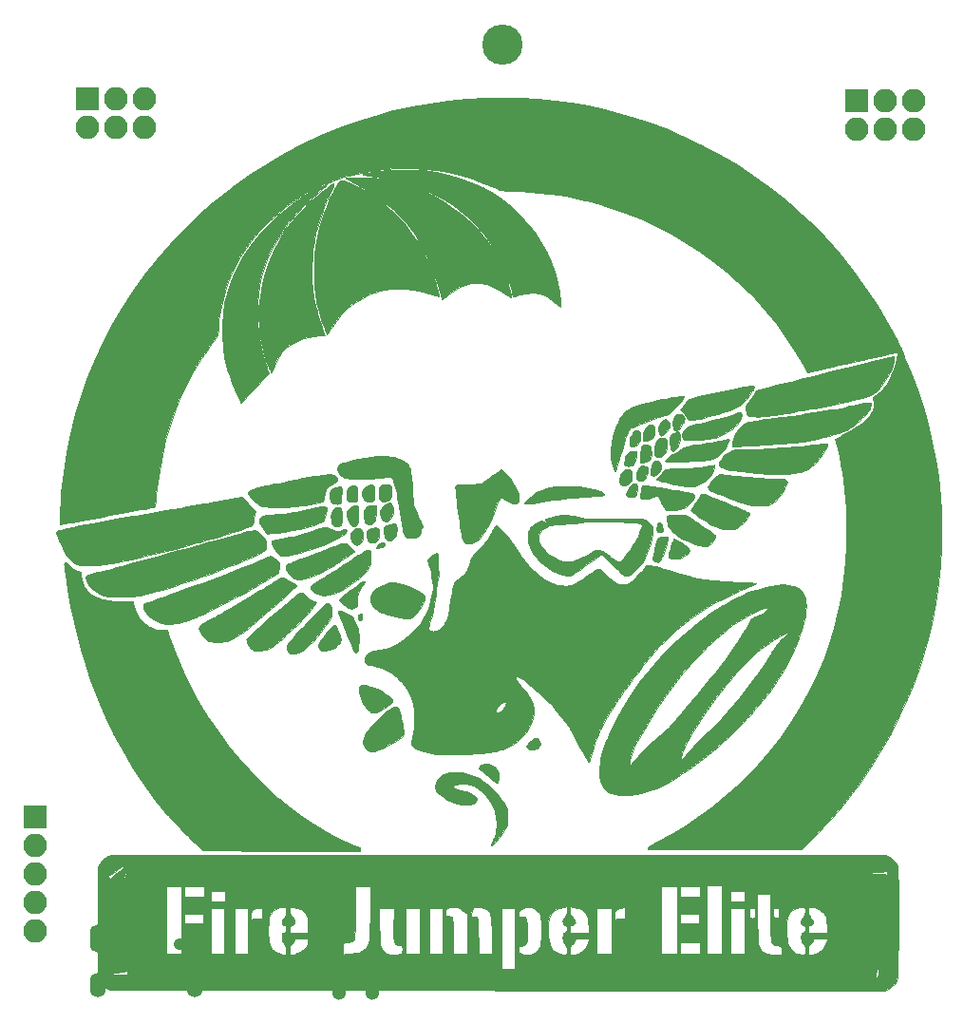
<source format=gbr>
G04 #@! TF.GenerationSoftware,KiCad,Pcbnew,5.1.5*
G04 #@! TF.CreationDate,2020-02-13T15:58:18-06:00*
G04 #@! TF.ProjectId,FJE Badge,464a4520-4261-4646-9765-2e6b69636164,rev?*
G04 #@! TF.SameCoordinates,Original*
G04 #@! TF.FileFunction,Soldermask,Top*
G04 #@! TF.FilePolarity,Negative*
%FSLAX46Y46*%
G04 Gerber Fmt 4.6, Leading zero omitted, Abs format (unit mm)*
G04 Created by KiCad (PCBNEW 5.1.5) date 2020-02-13 15:58:18*
%MOMM*%
%LPD*%
G04 APERTURE LIST*
%ADD10C,0.010000*%
%ADD11C,3.600000*%
%ADD12O,1.400000X2.500000*%
%ADD13O,1.400000X2.200000*%
%ADD14C,1.050000*%
%ADD15R,2.100000X2.100000*%
%ADD16O,2.100000X2.100000*%
%ADD17C,1.300000*%
G04 APERTURE END LIST*
D10*
G36*
X170746613Y-129018365D02*
G01*
X172342251Y-129018499D01*
X173861243Y-129018747D01*
X175304482Y-129019109D01*
X176672858Y-129019586D01*
X177967263Y-129020178D01*
X179188587Y-129020888D01*
X180337723Y-129021715D01*
X181415561Y-129022660D01*
X182422993Y-129023725D01*
X183360909Y-129024910D01*
X184230203Y-129026216D01*
X185031763Y-129027644D01*
X185766482Y-129029195D01*
X186435252Y-129030870D01*
X187038962Y-129032669D01*
X187578506Y-129034594D01*
X188054773Y-129036645D01*
X188468655Y-129038823D01*
X188821044Y-129041130D01*
X189112830Y-129043565D01*
X189344905Y-129046131D01*
X189518161Y-129048827D01*
X189633488Y-129051654D01*
X189691777Y-129054615D01*
X189696953Y-129055270D01*
X190048469Y-129154216D01*
X190351975Y-129320535D01*
X190601711Y-129548747D01*
X190791919Y-129833368D01*
X190916841Y-130168919D01*
X190931031Y-130229983D01*
X190938362Y-130308491D01*
X190944804Y-130470377D01*
X190950350Y-130714357D01*
X190954991Y-131039148D01*
X190958721Y-131443466D01*
X190961530Y-131926027D01*
X190963411Y-132485548D01*
X190964355Y-133120743D01*
X190964356Y-133830330D01*
X190963404Y-134613025D01*
X190962142Y-135213833D01*
X190950500Y-139997500D01*
X190828826Y-140260913D01*
X190662497Y-140535313D01*
X190441198Y-140772904D01*
X190184269Y-140955183D01*
X190027092Y-141028065D01*
X189783157Y-141119333D01*
X120761833Y-141114921D01*
X120529462Y-141025727D01*
X120291670Y-140897083D01*
X120065565Y-140707834D01*
X119874159Y-140481280D01*
X119740465Y-140240721D01*
X119731551Y-140217849D01*
X119640000Y-139973157D01*
X119640000Y-139638629D01*
X120571333Y-139638629D01*
X120611716Y-139652366D01*
X120725064Y-139665165D01*
X120899677Y-139676255D01*
X121123852Y-139684861D01*
X121343371Y-139689628D01*
X121617509Y-139694312D01*
X121818539Y-139699842D01*
X121958019Y-139707531D01*
X122047507Y-139718698D01*
X122098559Y-139734657D01*
X122122735Y-139756725D01*
X122130411Y-139779246D01*
X122114119Y-139856323D01*
X122055765Y-139963734D01*
X122014540Y-140020180D01*
X121938767Y-140119143D01*
X121891519Y-140189845D01*
X121883666Y-140208173D01*
X121909802Y-140217785D01*
X121972100Y-140184688D01*
X122046394Y-140125578D01*
X122108522Y-140057153D01*
X122114131Y-140048927D01*
X122189590Y-139878971D01*
X122196432Y-139843935D01*
X188994695Y-139843935D01*
X189010446Y-140040384D01*
X189022728Y-140098134D01*
X189064447Y-140217846D01*
X189101616Y-140255147D01*
X189133368Y-140212212D01*
X189158837Y-140091215D01*
X189177156Y-139894333D01*
X189185952Y-139688472D01*
X189188128Y-139473363D01*
X189183658Y-139272292D01*
X189173463Y-139110247D01*
X189161437Y-139023833D01*
X189123469Y-138854500D01*
X189076622Y-139066166D01*
X189029050Y-139332571D01*
X189001319Y-139599912D01*
X188994695Y-139843935D01*
X122196432Y-139843935D01*
X122228981Y-139677266D01*
X122225144Y-139486859D01*
X122215255Y-139441097D01*
X122184198Y-139347945D01*
X122155999Y-139326435D01*
X122124017Y-139356942D01*
X122040538Y-139414201D01*
X121882926Y-139461199D01*
X121647985Y-139498586D01*
X121332519Y-139527013D01*
X121269833Y-139531052D01*
X120997886Y-139549579D01*
X120801342Y-139567793D01*
X120670956Y-139587118D01*
X120597480Y-139608978D01*
X120571670Y-139634796D01*
X120571333Y-139638629D01*
X119640000Y-139638629D01*
X119640000Y-131848333D01*
X125693666Y-131848333D01*
X125693666Y-137859666D01*
X127090666Y-137859666D01*
X127090666Y-134261333D01*
X127344666Y-134261333D01*
X127344666Y-135150333D01*
X129038000Y-135150333D01*
X129038000Y-134261333D01*
X127344666Y-134261333D01*
X127090666Y-134261333D01*
X127090666Y-133753333D01*
X129673000Y-133753333D01*
X129673000Y-137859666D01*
X130900666Y-137859666D01*
X130900666Y-133753333D01*
X131789666Y-133753333D01*
X131789666Y-137859666D01*
X133017333Y-137859666D01*
X133017333Y-135825972D01*
X134801661Y-135825972D01*
X134809929Y-136175580D01*
X134830940Y-136506145D01*
X134864825Y-136800525D01*
X134911717Y-137041576D01*
X134926050Y-137093381D01*
X135021249Y-137294337D01*
X135173601Y-137488237D01*
X135358419Y-137646326D01*
X135444970Y-137697800D01*
X135682647Y-137806454D01*
X135904709Y-137884630D01*
X136098473Y-137929887D01*
X136251257Y-137939786D01*
X136350379Y-137911885D01*
X136378304Y-137877370D01*
X136391289Y-137802825D01*
X136394672Y-137754955D01*
X136746558Y-137754955D01*
X136751981Y-137895250D01*
X136764645Y-137974553D01*
X136774261Y-137986666D01*
X136831714Y-137976770D01*
X136948122Y-137950564D01*
X137100558Y-137913267D01*
X137134635Y-137904608D01*
X137437571Y-137812570D01*
X137681242Y-137702562D01*
X137890871Y-137562119D01*
X137978883Y-137487416D01*
X138113599Y-137338070D01*
X138176719Y-137237610D01*
X141483335Y-137237610D01*
X141484000Y-137396571D01*
X141484000Y-137905530D01*
X141812083Y-137880460D01*
X142023699Y-137862267D01*
X142267733Y-137838305D01*
X142492634Y-137813648D01*
X142500000Y-137812778D01*
X142874020Y-137739558D01*
X143187925Y-137613897D01*
X143450778Y-137432167D01*
X143450909Y-137432052D01*
X143584554Y-137289798D01*
X143682902Y-137121113D01*
X143753535Y-136907941D01*
X143804040Y-136632227D01*
X143811768Y-136573049D01*
X143822694Y-136449501D01*
X143834620Y-136252152D01*
X143847219Y-135991855D01*
X143860162Y-135679464D01*
X143873122Y-135325833D01*
X143885772Y-134941816D01*
X143897784Y-134538268D01*
X143908831Y-134126043D01*
X143917696Y-133753333D01*
X144701333Y-133753333D01*
X144703487Y-134568250D01*
X144706316Y-134895465D01*
X144712737Y-135271842D01*
X144721955Y-135661991D01*
X144733177Y-136030522D01*
X144740833Y-136233620D01*
X144754725Y-136539835D01*
X144768754Y-136774686D01*
X144784442Y-136951465D01*
X144803309Y-137083465D01*
X144826880Y-137183978D01*
X144856674Y-137266294D01*
X144859925Y-137273745D01*
X144989999Y-137486409D01*
X145174315Y-137683243D01*
X145383593Y-137834539D01*
X145442166Y-137864461D01*
X145621898Y-137917061D01*
X145851556Y-137941147D01*
X146101182Y-137936254D01*
X146340818Y-137901916D01*
X146427348Y-137879777D01*
X146599792Y-137819696D01*
X146704289Y-137750854D01*
X146755878Y-137651991D01*
X146769599Y-137501845D01*
X146766907Y-137399735D01*
X146754500Y-137118833D01*
X146489769Y-137093511D01*
X146354618Y-137076173D01*
X146244157Y-137047289D01*
X146156164Y-136999021D01*
X146088415Y-136923526D01*
X146038688Y-136812966D01*
X146004760Y-136659500D01*
X145984407Y-136455287D01*
X145975406Y-136192487D01*
X145975535Y-135863261D01*
X145982570Y-135459767D01*
X145985855Y-135316300D01*
X145994170Y-134998908D01*
X146003519Y-134699585D01*
X146013368Y-134431671D01*
X146023184Y-134208507D01*
X146032433Y-134043432D01*
X146040515Y-133950265D01*
X146067508Y-133753333D01*
X147029666Y-133753333D01*
X147029666Y-137859666D01*
X148342000Y-137859666D01*
X148342000Y-133753333D01*
X149146333Y-133753333D01*
X149146333Y-137859666D01*
X150374000Y-137859666D01*
X150374000Y-134158544D01*
X150634190Y-134158544D01*
X150636436Y-134224705D01*
X150649166Y-134494166D01*
X150889066Y-134506757D01*
X151051341Y-134526605D01*
X151158112Y-134563414D01*
X151180977Y-134582018D01*
X151210804Y-134661927D01*
X151236794Y-134823058D01*
X151258758Y-135062047D01*
X151276507Y-135375527D01*
X151289851Y-135760133D01*
X151298603Y-136212501D01*
X151302572Y-136729263D01*
X151302622Y-136748416D01*
X151305333Y-137859666D01*
X152521272Y-137859666D01*
X152548487Y-136176916D01*
X152555142Y-135800992D01*
X152562523Y-135446193D01*
X152570337Y-135122691D01*
X152578290Y-134840653D01*
X152586091Y-134610249D01*
X152589559Y-134530731D01*
X152892833Y-134530731D01*
X153104500Y-134520753D01*
X153219915Y-134516801D01*
X153308320Y-134523848D01*
X153373852Y-134551824D01*
X153420646Y-134610659D01*
X153452839Y-134710283D01*
X153474567Y-134860625D01*
X153489966Y-135071616D01*
X153503172Y-135353184D01*
X153508927Y-135491660D01*
X153520948Y-135822486D01*
X153531511Y-136188780D01*
X153539859Y-136558292D01*
X153545237Y-136898769D01*
X153546845Y-137108250D01*
X153549000Y-137859666D01*
X154734333Y-137859666D01*
X154734333Y-136444563D01*
X154732580Y-135935334D01*
X154726411Y-135503271D01*
X154714457Y-135140925D01*
X154695350Y-134840850D01*
X154667722Y-134595599D01*
X154630206Y-134397726D01*
X154581433Y-134239782D01*
X154520035Y-134114321D01*
X154444645Y-134013897D01*
X154353895Y-133931062D01*
X154260899Y-133867209D01*
X154028900Y-133761453D01*
X153995532Y-133753333D01*
X155581000Y-133753333D01*
X155581000Y-139214333D01*
X156808666Y-139214333D01*
X156808666Y-137382248D01*
X157119754Y-137382248D01*
X157124771Y-137531851D01*
X157153762Y-137671301D01*
X157202259Y-137766675D01*
X157211566Y-137775608D01*
X157353122Y-137851655D01*
X157552819Y-137905017D01*
X157786700Y-137933713D01*
X158030808Y-137935761D01*
X158261186Y-137909177D01*
X158397719Y-137873755D01*
X158586680Y-137778256D01*
X158771488Y-137632028D01*
X158928104Y-137458382D01*
X159032486Y-137280633D01*
X159045241Y-137245833D01*
X159082901Y-137078742D01*
X159113320Y-136843810D01*
X159136333Y-136557566D01*
X159151774Y-136236541D01*
X159159480Y-135897262D01*
X159159404Y-135764166D01*
X159759230Y-135764166D01*
X159776951Y-136246171D01*
X159828056Y-136655230D01*
X159914553Y-136997041D01*
X160038455Y-137277298D01*
X160201773Y-137501696D01*
X160406517Y-137675932D01*
X160442406Y-137699011D01*
X160622236Y-137789542D01*
X160833722Y-137865327D01*
X161043406Y-137916442D01*
X161217825Y-137932965D01*
X161229682Y-137932471D01*
X161341605Y-137917767D01*
X161398999Y-137876753D01*
X161429904Y-137796279D01*
X161445640Y-137632860D01*
X161678548Y-137632860D01*
X161679578Y-137783264D01*
X161688457Y-137905471D01*
X161705326Y-137976966D01*
X161716565Y-137986666D01*
X161774921Y-137978452D01*
X161891950Y-137956797D01*
X162043577Y-137926186D01*
X162061261Y-137922480D01*
X162441027Y-137817242D01*
X162748905Y-137673728D01*
X162990999Y-137486611D01*
X163173413Y-137250565D01*
X163302252Y-136960262D01*
X163346697Y-136800760D01*
X163379746Y-136656451D01*
X163403286Y-136545887D01*
X163412040Y-136494416D01*
X163373217Y-136480005D01*
X163268549Y-136470104D01*
X163116728Y-136464530D01*
X162936445Y-136463101D01*
X162746393Y-136465636D01*
X162565263Y-136471951D01*
X162411746Y-136481865D01*
X162304536Y-136495195D01*
X162268615Y-136505562D01*
X162203869Y-136568815D01*
X162133427Y-136678743D01*
X162106435Y-136733897D01*
X162027174Y-136870084D01*
X161927719Y-136987297D01*
X161894877Y-137015102D01*
X161794690Y-137114549D01*
X161724761Y-137228033D01*
X161721173Y-137237584D01*
X161699484Y-137337507D01*
X161685229Y-137476769D01*
X161678548Y-137632860D01*
X161445640Y-137632860D01*
X161452350Y-137563183D01*
X161409362Y-137316795D01*
X161307704Y-137088057D01*
X161259896Y-137018390D01*
X161135592Y-136812055D01*
X161080573Y-136610833D01*
X161067269Y-136443740D01*
X161069492Y-136274418D01*
X161085041Y-136125049D01*
X161111714Y-136017814D01*
X161143592Y-135975606D01*
X161218207Y-135956531D01*
X161300945Y-135937644D01*
X161391201Y-135878025D01*
X161439894Y-135755417D01*
X161443376Y-135582530D01*
X161429092Y-135491085D01*
X161388361Y-135383947D01*
X161303703Y-135321752D01*
X161255778Y-135303848D01*
X161134444Y-135225995D01*
X161070497Y-135101960D01*
X161063905Y-134947781D01*
X161114634Y-134779498D01*
X161222651Y-134613148D01*
X161257278Y-134575107D01*
X161361512Y-134429527D01*
X161427393Y-134240489D01*
X161459157Y-133993192D01*
X161461341Y-133923237D01*
X161677000Y-133923237D01*
X161683788Y-134167794D01*
X161705910Y-134339486D01*
X161746002Y-134449158D01*
X161806700Y-134507655D01*
X161820537Y-134513786D01*
X161918306Y-134572092D01*
X161987941Y-134634672D01*
X162053973Y-134734969D01*
X162119562Y-134874707D01*
X162168006Y-135014294D01*
X162183141Y-135097416D01*
X162149495Y-135181825D01*
X162062773Y-135261039D01*
X161952662Y-135311993D01*
X161897133Y-135319666D01*
X161788512Y-135335379D01*
X161721204Y-135391867D01*
X161686829Y-135503152D01*
X161677003Y-135683257D01*
X161677000Y-135687966D01*
X161677000Y-135954666D01*
X163416543Y-135954666D01*
X163389973Y-135520750D01*
X163351341Y-135086270D01*
X163289727Y-134726863D01*
X163199369Y-134434701D01*
X163074503Y-134201959D01*
X162909367Y-134020812D01*
X162698198Y-133883433D01*
X162435232Y-133781997D01*
X162309925Y-133753333D01*
X164090000Y-133753333D01*
X164090000Y-137859666D01*
X165444666Y-137859666D01*
X165444666Y-134479217D01*
X165657024Y-134479217D01*
X165659297Y-134628640D01*
X165676570Y-134745081D01*
X165708116Y-134806921D01*
X165722049Y-134811666D01*
X165761702Y-134794305D01*
X165845438Y-134752142D01*
X165852577Y-134748427D01*
X165979201Y-134709614D01*
X166165807Y-134688111D01*
X166280750Y-134684927D01*
X166587666Y-134684666D01*
X166587666Y-134197833D01*
X166583796Y-133955647D01*
X166572106Y-133796560D01*
X166552481Y-133719354D01*
X166540860Y-133711000D01*
X166431710Y-133726446D01*
X166277244Y-133765990D01*
X166109417Y-133819441D01*
X165960182Y-133876610D01*
X165861494Y-133927303D01*
X165860562Y-133927962D01*
X165766158Y-134030628D01*
X165701369Y-134164449D01*
X165700388Y-134167907D01*
X165670479Y-134318433D01*
X165657024Y-134479217D01*
X165444666Y-134479217D01*
X165444666Y-133753333D01*
X164090000Y-133753333D01*
X162309925Y-133753333D01*
X162114707Y-133708677D01*
X162047203Y-133697340D01*
X161677000Y-133638059D01*
X161677000Y-133923237D01*
X161461341Y-133923237D01*
X161463489Y-133854446D01*
X161465333Y-133638059D01*
X161101202Y-133696368D01*
X160761760Y-133769545D01*
X160479850Y-133875022D01*
X160251265Y-134019279D01*
X160071803Y-134208794D01*
X159937259Y-134450044D01*
X159843428Y-134749510D01*
X159786106Y-135113668D01*
X159761089Y-135548998D01*
X159759230Y-135764166D01*
X159159404Y-135764166D01*
X159159283Y-135556261D01*
X159151019Y-135230066D01*
X159134523Y-134935206D01*
X159109629Y-134688212D01*
X159076172Y-134505612D01*
X159072771Y-134493030D01*
X158958872Y-134236135D01*
X158780067Y-134018154D01*
X158551521Y-133850492D01*
X158288402Y-133744556D01*
X158033433Y-133711413D01*
X157801856Y-133729510D01*
X157576682Y-133779465D01*
X157383769Y-133853584D01*
X157248979Y-133944175D01*
X157248096Y-133945054D01*
X157185989Y-134025246D01*
X157155585Y-134124730D01*
X157147338Y-134275295D01*
X157147333Y-134280575D01*
X157147333Y-134515333D01*
X157421524Y-134515333D01*
X157574986Y-134518999D01*
X157668271Y-134534805D01*
X157725724Y-134569966D01*
X157761768Y-134616144D01*
X157808340Y-134732822D01*
X157846752Y-134920560D01*
X157875834Y-135166038D01*
X157894419Y-135455939D01*
X157901336Y-135776945D01*
X157895416Y-136115737D01*
X157894812Y-136131627D01*
X157877849Y-136453068D01*
X157851936Y-136699475D01*
X157812227Y-136880378D01*
X157753872Y-137005310D01*
X157672022Y-137083803D01*
X157561830Y-137125389D01*
X157418447Y-137139600D01*
X157381901Y-137140000D01*
X157258725Y-137145982D01*
X157191427Y-137173184D01*
X157151537Y-137235490D01*
X157143180Y-137256416D01*
X157119754Y-137382248D01*
X156808666Y-137382248D01*
X156808666Y-133753333D01*
X155581000Y-133753333D01*
X153995532Y-133753333D01*
X153756609Y-133695193D01*
X153481821Y-133675369D01*
X153309781Y-133692537D01*
X153181052Y-133724561D01*
X153101755Y-133774118D01*
X153038652Y-133866718D01*
X153009932Y-133922666D01*
X152948436Y-134087501D01*
X152909219Y-134268903D01*
X152904099Y-134321949D01*
X152892833Y-134530731D01*
X152589559Y-134530731D01*
X152593445Y-134441648D01*
X152600062Y-134345020D01*
X152601552Y-134333388D01*
X152614799Y-134230157D01*
X152600072Y-134190302D01*
X152543966Y-134193797D01*
X152513139Y-134201288D01*
X152440076Y-134208237D01*
X152367997Y-134180907D01*
X152275062Y-134107896D01*
X152201354Y-134038535D01*
X152071342Y-133923397D01*
X151939279Y-133823512D01*
X151857579Y-133773481D01*
X151656251Y-133706629D01*
X151413893Y-133677336D01*
X151166226Y-133687427D01*
X150977449Y-133728585D01*
X150802472Y-133798173D01*
X150696766Y-133878728D01*
X150645586Y-133991702D01*
X150634190Y-134158544D01*
X150374000Y-134158544D01*
X150374000Y-133753333D01*
X149146333Y-133753333D01*
X148342000Y-133753333D01*
X147029666Y-133753333D01*
X146067508Y-133753333D01*
X144701333Y-133753333D01*
X143917696Y-133753333D01*
X143918585Y-133715995D01*
X143926718Y-133318977D01*
X143932904Y-132945845D01*
X143936814Y-132607451D01*
X143938045Y-132388083D01*
X143939333Y-131848333D01*
X169847333Y-131848333D01*
X169847333Y-137859666D01*
X171244333Y-137859666D01*
X171244333Y-136843666D01*
X171498333Y-136843666D01*
X171498333Y-137859666D01*
X173276333Y-137859666D01*
X173276333Y-136843666D01*
X171498333Y-136843666D01*
X171244333Y-136843666D01*
X171244333Y-134261333D01*
X171498333Y-134261333D01*
X171498333Y-135150333D01*
X173191666Y-135150333D01*
X173191666Y-134261333D01*
X171498333Y-134261333D01*
X171244333Y-134261333D01*
X171244333Y-131848333D01*
X171498333Y-131848333D01*
X171498333Y-132779666D01*
X173276333Y-132779666D01*
X173276333Y-131848333D01*
X171498333Y-131848333D01*
X171244333Y-131848333D01*
X169847333Y-131848333D01*
X143939333Y-131848333D01*
X142584666Y-131848333D01*
X142582138Y-133509916D01*
X142580656Y-133907587D01*
X142577553Y-134304848D01*
X142573057Y-134687593D01*
X142567390Y-135041716D01*
X142560779Y-135353111D01*
X142553447Y-135607671D01*
X142545836Y-135787392D01*
X142525335Y-136098655D01*
X142497721Y-136336288D01*
X142455962Y-136511326D01*
X142393026Y-136634805D01*
X142301879Y-136717761D01*
X142175487Y-136771229D01*
X142006820Y-136806247D01*
X141886166Y-136822535D01*
X141718939Y-136841762D01*
X141605580Y-136861227D01*
X141535714Y-136895737D01*
X141498967Y-136960099D01*
X141484965Y-137069121D01*
X141483335Y-137237610D01*
X138176719Y-137237610D01*
X138223226Y-137163592D01*
X138302878Y-136980476D01*
X138347669Y-136805215D01*
X138352714Y-136654305D01*
X138313127Y-136544240D01*
X138269449Y-136506489D01*
X138186556Y-136485930D01*
X138042724Y-136472031D01*
X137861425Y-136464850D01*
X137666130Y-136464444D01*
X137480309Y-136470869D01*
X137327433Y-136484185D01*
X137232255Y-136503952D01*
X137144752Y-136566923D01*
X137123666Y-136653064D01*
X137089761Y-136759905D01*
X136993812Y-136898776D01*
X136943750Y-136955976D01*
X136763833Y-137151061D01*
X136749283Y-137568863D01*
X136746558Y-137754955D01*
X136394672Y-137754955D01*
X136400528Y-137672093D01*
X136404000Y-137515435D01*
X136386767Y-137275283D01*
X136337070Y-137094392D01*
X136257908Y-136981566D01*
X136213154Y-136955225D01*
X136137517Y-136885252D01*
X136076455Y-136750073D01*
X136036226Y-136568742D01*
X136023000Y-136376576D01*
X136034732Y-136170136D01*
X136072424Y-136036942D01*
X136139819Y-135968542D01*
X136209805Y-135954666D01*
X136312179Y-135932102D01*
X136372809Y-135857414D01*
X136397034Y-135720110D01*
X136395635Y-135589387D01*
X136386062Y-135451224D01*
X136367167Y-135374916D01*
X136326043Y-135337727D01*
X136249781Y-135316920D01*
X136239777Y-135314876D01*
X136131167Y-135279309D01*
X136060785Y-135232235D01*
X136058123Y-135228644D01*
X136033046Y-135131077D01*
X136043294Y-134993375D01*
X136082835Y-134849280D01*
X136145638Y-134732536D01*
X136147128Y-134730665D01*
X136262694Y-134580623D01*
X136333852Y-134463201D01*
X136372756Y-134348014D01*
X136391562Y-134204683D01*
X136397661Y-134104445D01*
X136398569Y-133962244D01*
X136742666Y-133962244D01*
X136753244Y-134194350D01*
X136789861Y-134365110D01*
X136859848Y-134495749D01*
X136963403Y-134601597D01*
X137041296Y-134678609D01*
X137085168Y-134764804D01*
X137108418Y-134891796D01*
X137114742Y-134958624D01*
X137114481Y-135139026D01*
X137073359Y-135252289D01*
X136984940Y-135308623D01*
X136887271Y-135319666D01*
X136817092Y-135334515D01*
X136773194Y-135388575D01*
X136750210Y-135496117D01*
X136742773Y-135671412D01*
X136742666Y-135704129D01*
X136742666Y-135954666D01*
X138362497Y-135954666D01*
X138339415Y-135287916D01*
X138328426Y-135045770D01*
X138313493Y-134821866D01*
X138296234Y-134635222D01*
X138278265Y-134504856D01*
X138269661Y-134467188D01*
X138196274Y-134327505D01*
X138065906Y-134173400D01*
X137898876Y-134024984D01*
X137715506Y-133902368D01*
X137679541Y-133883160D01*
X137521958Y-133817775D01*
X137322148Y-133755203D01*
X137114152Y-133704317D01*
X136932014Y-133673990D01*
X136859083Y-133669292D01*
X136798073Y-133672259D01*
X136763277Y-133694330D01*
X136747333Y-133754027D01*
X136742882Y-133869873D01*
X136742666Y-133962244D01*
X136398569Y-133962244D01*
X136398907Y-133909322D01*
X136373526Y-133774579D01*
X136312202Y-133695731D01*
X136205620Y-133668291D01*
X136044461Y-133687774D01*
X135819409Y-133749693D01*
X135724529Y-133780326D01*
X135418079Y-133911307D01*
X135176435Y-134078256D01*
X135006200Y-134275975D01*
X134946840Y-134392328D01*
X134893375Y-134579993D01*
X134851992Y-134834333D01*
X134822824Y-135138206D01*
X134806003Y-135474467D01*
X134801661Y-135825972D01*
X133017333Y-135825972D01*
X133017333Y-134616420D01*
X133273030Y-134616420D01*
X133273794Y-134739991D01*
X133279569Y-134805833D01*
X133282986Y-134811666D01*
X133331494Y-134796841D01*
X133426528Y-134760039D01*
X133455303Y-134748166D01*
X133596857Y-134711171D01*
X133796359Y-134689260D01*
X133951801Y-134684666D01*
X134296321Y-134684666D01*
X134267633Y-134293083D01*
X134250604Y-134071571D01*
X134233739Y-133920858D01*
X134210903Y-133827312D01*
X134175963Y-133777301D01*
X134122788Y-133757190D01*
X134045243Y-133753349D01*
X134024808Y-133753333D01*
X133763996Y-133783786D01*
X133543436Y-133870948D01*
X133411021Y-133973827D01*
X133351793Y-134043382D01*
X133314858Y-134116364D01*
X133293653Y-134216424D01*
X133281612Y-134367215D01*
X133277572Y-134454590D01*
X133273030Y-134616420D01*
X133017333Y-134616420D01*
X133017333Y-133753333D01*
X131789666Y-133753333D01*
X130900666Y-133753333D01*
X129673000Y-133753333D01*
X127090666Y-133753333D01*
X127090666Y-131848333D01*
X127344666Y-131848333D01*
X127344666Y-132779666D01*
X129122666Y-132779666D01*
X129122666Y-132229333D01*
X129673000Y-132229333D01*
X129673000Y-133160666D01*
X130985333Y-133160666D01*
X130985333Y-132229333D01*
X129673000Y-132229333D01*
X129122666Y-132229333D01*
X129122666Y-131848333D01*
X127344666Y-131848333D01*
X127090666Y-131848333D01*
X125693666Y-131848333D01*
X119640000Y-131848333D01*
X119640000Y-131721333D01*
X173911333Y-131721333D01*
X173911333Y-137859666D01*
X175223666Y-137859666D01*
X175223666Y-133753333D01*
X176028000Y-133753333D01*
X176028000Y-137859666D01*
X177255666Y-137859666D01*
X177255666Y-134303699D01*
X177682764Y-134303699D01*
X177692236Y-134455869D01*
X177716714Y-134568250D01*
X177756445Y-134642550D01*
X177818670Y-134676286D01*
X177933115Y-134684640D01*
X177944652Y-134684666D01*
X178069699Y-134673557D01*
X178161542Y-134645758D01*
X178178533Y-134633866D01*
X178204767Y-134565131D01*
X178221747Y-134437474D01*
X178229472Y-134276133D01*
X178227942Y-134106346D01*
X178217157Y-133953350D01*
X178197117Y-133842382D01*
X178178533Y-133804133D01*
X178097595Y-133768501D01*
X177974050Y-133755314D01*
X177847181Y-133765514D01*
X177764596Y-133794196D01*
X177729249Y-133857076D01*
X177702806Y-133979493D01*
X177686799Y-134136637D01*
X177682764Y-134303699D01*
X177255666Y-134303699D01*
X177255666Y-133753333D01*
X176028000Y-133753333D01*
X175223666Y-133753333D01*
X175223666Y-132229333D01*
X176028000Y-132229333D01*
X176028000Y-133160666D01*
X177255666Y-133160666D01*
X177255666Y-132525666D01*
X178356333Y-132525666D01*
X178358000Y-132896083D01*
X178360510Y-133189788D01*
X178365395Y-133524350D01*
X178372331Y-133889340D01*
X178380993Y-134274329D01*
X178391055Y-134668888D01*
X178402194Y-135062586D01*
X178414084Y-135444995D01*
X178426400Y-135805686D01*
X178438819Y-136134229D01*
X178451014Y-136420194D01*
X178462662Y-136653153D01*
X178473437Y-136822676D01*
X178483014Y-136918334D01*
X178483318Y-136920183D01*
X178539338Y-137173234D01*
X178619437Y-137382648D01*
X178731303Y-137552679D01*
X178882625Y-137687581D01*
X179081090Y-137791609D01*
X179334387Y-137869018D01*
X179650204Y-137924061D01*
X180036228Y-137960995D01*
X180398916Y-137980288D01*
X180557666Y-137986666D01*
X180557666Y-137610850D01*
X180551056Y-137387401D01*
X180531268Y-137246639D01*
X180504750Y-137192871D01*
X180433677Y-137164590D01*
X180312447Y-137140090D01*
X180239771Y-137131380D01*
X180009269Y-137090461D01*
X179842679Y-137010781D01*
X179724828Y-136883812D01*
X179690218Y-136822500D01*
X179670894Y-136780151D01*
X179654670Y-136732373D01*
X179641207Y-136671572D01*
X179630167Y-136590156D01*
X179621211Y-136480530D01*
X179614001Y-136335103D01*
X179608199Y-136146281D01*
X179603465Y-135906470D01*
X179599461Y-135608078D01*
X179599085Y-135570050D01*
X181028830Y-135570050D01*
X181033434Y-135943394D01*
X181042245Y-136289757D01*
X181055505Y-136564776D01*
X181076565Y-136781766D01*
X181108774Y-136954041D01*
X181155481Y-137094918D01*
X181220037Y-137217710D01*
X181305790Y-137335734D01*
X181415310Y-137461451D01*
X181645299Y-137676649D01*
X181882504Y-137820630D01*
X182112759Y-137898272D01*
X182282349Y-137927843D01*
X182444029Y-137938513D01*
X182574467Y-137930385D01*
X182650329Y-137903560D01*
X182656929Y-137895912D01*
X182670985Y-137832325D01*
X182680511Y-137709080D01*
X182683703Y-137551143D01*
X182683540Y-137527521D01*
X182683087Y-137506078D01*
X182928333Y-137506078D01*
X182937345Y-137709451D01*
X182971431Y-137845937D01*
X183041163Y-137921778D01*
X183157114Y-137943218D01*
X183329856Y-137916497D01*
X183528919Y-137860679D01*
X183820354Y-137743660D01*
X184075213Y-137588608D01*
X184271776Y-137409251D01*
X184301788Y-137372187D01*
X184405376Y-137215409D01*
X184500318Y-137035299D01*
X184574628Y-136858472D01*
X184616324Y-136711545D01*
X184621253Y-136662702D01*
X184606198Y-136583086D01*
X184553095Y-136526780D01*
X184451008Y-136490301D01*
X184289004Y-136470164D01*
X184056148Y-136462887D01*
X183993330Y-136462666D01*
X183764065Y-136467807D01*
X183601495Y-136488702D01*
X183487988Y-136533556D01*
X183405909Y-136610575D01*
X183337624Y-136727966D01*
X183314375Y-136778628D01*
X183220832Y-136931520D01*
X183107393Y-137029134D01*
X183106506Y-137029595D01*
X183020460Y-137083412D01*
X182967349Y-137149869D01*
X182939505Y-137249478D01*
X182929256Y-137402753D01*
X182928333Y-137506078D01*
X182683087Y-137506078D01*
X182680068Y-137363337D01*
X182667472Y-137257259D01*
X182636199Y-137182731D01*
X182576696Y-137113193D01*
X182512869Y-137053020D01*
X182422717Y-136963579D01*
X182369596Y-136883891D01*
X182340555Y-136783933D01*
X182322640Y-136633680D01*
X182320245Y-136606494D01*
X182311689Y-136427666D01*
X182314812Y-136255784D01*
X182326406Y-136145166D01*
X182356437Y-136032579D01*
X182403806Y-135979534D01*
X182470653Y-135962737D01*
X182584160Y-135928172D01*
X182650759Y-135845117D01*
X182682854Y-135721833D01*
X182684267Y-135687966D01*
X182928333Y-135687966D01*
X182928333Y-135954666D01*
X184629605Y-135954666D01*
X184614198Y-135351416D01*
X184600183Y-135037502D01*
X184572698Y-134790837D01*
X184526519Y-134594404D01*
X184456421Y-134431187D01*
X184357179Y-134284171D01*
X184249160Y-134162496D01*
X184093774Y-134029673D01*
X183903502Y-133909551D01*
X183694788Y-133807867D01*
X183484075Y-133730357D01*
X183287805Y-133682756D01*
X183122424Y-133670801D01*
X183004373Y-133700228D01*
X182979133Y-133719466D01*
X182945873Y-133798325D01*
X182930742Y-133931779D01*
X182934239Y-134091609D01*
X182956867Y-134249599D01*
X182968866Y-134297388D01*
X183019660Y-134412053D01*
X183104688Y-134549050D01*
X183160825Y-134623514D01*
X183285260Y-134796171D01*
X183370741Y-134957650D01*
X183408902Y-135089893D01*
X183404797Y-135150333D01*
X183330381Y-135254519D01*
X183204350Y-135313066D01*
X183140375Y-135319666D01*
X183035356Y-135336342D01*
X182970262Y-135395490D01*
X182937217Y-135510791D01*
X182928333Y-135687966D01*
X182684267Y-135687966D01*
X182690906Y-135528914D01*
X182641355Y-135394468D01*
X182531804Y-135312776D01*
X182507753Y-135303957D01*
X182379923Y-135224989D01*
X182313748Y-135101492D01*
X182309478Y-134947227D01*
X182367361Y-134775955D01*
X182487649Y-134601439D01*
X182494860Y-134593368D01*
X182628292Y-134384046D01*
X182690462Y-134134737D01*
X182679827Y-133859166D01*
X182657121Y-133752651D01*
X182617222Y-133701515D01*
X182532756Y-133681834D01*
X182471066Y-133676733D01*
X182222899Y-133694337D01*
X181954741Y-133772514D01*
X181690340Y-133899342D01*
X181453446Y-134062902D01*
X181267808Y-134251272D01*
X181234454Y-134297453D01*
X181165399Y-134419912D01*
X181111980Y-134564131D01*
X181072904Y-134740684D01*
X181046881Y-134960140D01*
X181032620Y-135233072D01*
X181028830Y-135570050D01*
X179599085Y-135570050D01*
X179595850Y-135243512D01*
X179592292Y-134805179D01*
X179590674Y-134589416D01*
X179587513Y-134161866D01*
X179837861Y-134161866D01*
X179839391Y-134331653D01*
X179850176Y-134484649D01*
X179870215Y-134595617D01*
X179888800Y-134633866D01*
X179961798Y-134666358D01*
X180076508Y-134681994D01*
X180198871Y-134680383D01*
X180294828Y-134661133D01*
X180326955Y-134638899D01*
X180345902Y-134565141D01*
X180355637Y-134436576D01*
X180357000Y-134276578D01*
X180350829Y-134108523D01*
X180337964Y-133955788D01*
X180319245Y-133841747D01*
X180296490Y-133790335D01*
X180202184Y-133761343D01*
X180075547Y-133755744D01*
X179956321Y-133772194D01*
X179888800Y-133804133D01*
X179862565Y-133872868D01*
X179845586Y-134000525D01*
X179837861Y-134161866D01*
X179587513Y-134161866D01*
X179575412Y-132525666D01*
X178356333Y-132525666D01*
X177255666Y-132525666D01*
X177255666Y-132229333D01*
X176028000Y-132229333D01*
X175223666Y-132229333D01*
X175223666Y-131721333D01*
X173911333Y-131721333D01*
X119640000Y-131721333D01*
X119640000Y-130825992D01*
X120460417Y-130825992D01*
X120468011Y-130839791D01*
X120569744Y-130996012D01*
X120658666Y-131096060D01*
X120721295Y-131128666D01*
X120777438Y-131102173D01*
X120804387Y-131083276D01*
X121921109Y-131083276D01*
X121933645Y-131092501D01*
X121968593Y-131064931D01*
X122041029Y-130977239D01*
X122109975Y-130861146D01*
X122113502Y-130853836D01*
X122158995Y-130720970D01*
X188324301Y-130720970D01*
X188347414Y-130731797D01*
X188418248Y-130737584D01*
X188545799Y-130739008D01*
X188739057Y-130736746D01*
X189007017Y-130731476D01*
X189039778Y-130730777D01*
X189838390Y-130713680D01*
X189815023Y-130857673D01*
X189802809Y-130965971D01*
X189815695Y-130993867D01*
X189855595Y-130941843D01*
X189891079Y-130876768D01*
X189941904Y-130731357D01*
X189952405Y-130588859D01*
X189921444Y-130480257D01*
X189906339Y-130461273D01*
X189853782Y-130437923D01*
X189807083Y-130480229D01*
X189769832Y-130509085D01*
X189697481Y-130531764D01*
X189577673Y-130550156D01*
X189398050Y-130566152D01*
X189146255Y-130581644D01*
X189143264Y-130581806D01*
X188824099Y-130604264D01*
X188583990Y-130632611D01*
X188425211Y-130666548D01*
X188385271Y-130681488D01*
X188339918Y-130704426D01*
X188324301Y-130720970D01*
X122158995Y-130720970D01*
X122159717Y-130718862D01*
X122178260Y-130583607D01*
X122167520Y-130476324D01*
X122137666Y-130430166D01*
X122106757Y-130446030D01*
X122094328Y-130522918D01*
X122077726Y-130625957D01*
X122035779Y-130770258D01*
X121991752Y-130888863D01*
X121939985Y-131019141D01*
X121921109Y-131083276D01*
X120804387Y-131083276D01*
X120878822Y-131031082D01*
X121008247Y-130927975D01*
X121082977Y-130864083D01*
X121330382Y-130651937D01*
X121543399Y-130478368D01*
X121715345Y-130348431D01*
X121839534Y-130267182D01*
X121908552Y-130239666D01*
X121962765Y-130217074D01*
X121949935Y-130160556D01*
X121903390Y-130111469D01*
X121862692Y-130087080D01*
X121814047Y-130084582D01*
X121747040Y-130109900D01*
X121651258Y-130168957D01*
X121516286Y-130267678D01*
X121331710Y-130411986D01*
X121224053Y-130497890D01*
X121012082Y-130663083D01*
X120850895Y-130776099D01*
X120729198Y-130842338D01*
X120635700Y-130867198D01*
X120559107Y-130856081D01*
X120518180Y-130835401D01*
X120460997Y-130804998D01*
X120460417Y-130825992D01*
X119640000Y-130825992D01*
X119640000Y-130200509D01*
X119731551Y-129955816D01*
X119863212Y-129707320D01*
X120057858Y-129473437D01*
X120294084Y-129275614D01*
X120550478Y-129135301D01*
X120804166Y-129033166D01*
X155115333Y-129021258D01*
X157356218Y-129020519D01*
X159513327Y-129019885D01*
X161587553Y-129019359D01*
X163579785Y-129018941D01*
X165490916Y-129018631D01*
X167321837Y-129018431D01*
X169073439Y-129018342D01*
X170746613Y-129018365D01*
G37*
X170746613Y-129018365D02*
X172342251Y-129018499D01*
X173861243Y-129018747D01*
X175304482Y-129019109D01*
X176672858Y-129019586D01*
X177967263Y-129020178D01*
X179188587Y-129020888D01*
X180337723Y-129021715D01*
X181415561Y-129022660D01*
X182422993Y-129023725D01*
X183360909Y-129024910D01*
X184230203Y-129026216D01*
X185031763Y-129027644D01*
X185766482Y-129029195D01*
X186435252Y-129030870D01*
X187038962Y-129032669D01*
X187578506Y-129034594D01*
X188054773Y-129036645D01*
X188468655Y-129038823D01*
X188821044Y-129041130D01*
X189112830Y-129043565D01*
X189344905Y-129046131D01*
X189518161Y-129048827D01*
X189633488Y-129051654D01*
X189691777Y-129054615D01*
X189696953Y-129055270D01*
X190048469Y-129154216D01*
X190351975Y-129320535D01*
X190601711Y-129548747D01*
X190791919Y-129833368D01*
X190916841Y-130168919D01*
X190931031Y-130229983D01*
X190938362Y-130308491D01*
X190944804Y-130470377D01*
X190950350Y-130714357D01*
X190954991Y-131039148D01*
X190958721Y-131443466D01*
X190961530Y-131926027D01*
X190963411Y-132485548D01*
X190964355Y-133120743D01*
X190964356Y-133830330D01*
X190963404Y-134613025D01*
X190962142Y-135213833D01*
X190950500Y-139997500D01*
X190828826Y-140260913D01*
X190662497Y-140535313D01*
X190441198Y-140772904D01*
X190184269Y-140955183D01*
X190027092Y-141028065D01*
X189783157Y-141119333D01*
X120761833Y-141114921D01*
X120529462Y-141025727D01*
X120291670Y-140897083D01*
X120065565Y-140707834D01*
X119874159Y-140481280D01*
X119740465Y-140240721D01*
X119731551Y-140217849D01*
X119640000Y-139973157D01*
X119640000Y-139638629D01*
X120571333Y-139638629D01*
X120611716Y-139652366D01*
X120725064Y-139665165D01*
X120899677Y-139676255D01*
X121123852Y-139684861D01*
X121343371Y-139689628D01*
X121617509Y-139694312D01*
X121818539Y-139699842D01*
X121958019Y-139707531D01*
X122047507Y-139718698D01*
X122098559Y-139734657D01*
X122122735Y-139756725D01*
X122130411Y-139779246D01*
X122114119Y-139856323D01*
X122055765Y-139963734D01*
X122014540Y-140020180D01*
X121938767Y-140119143D01*
X121891519Y-140189845D01*
X121883666Y-140208173D01*
X121909802Y-140217785D01*
X121972100Y-140184688D01*
X122046394Y-140125578D01*
X122108522Y-140057153D01*
X122114131Y-140048927D01*
X122189590Y-139878971D01*
X122196432Y-139843935D01*
X188994695Y-139843935D01*
X189010446Y-140040384D01*
X189022728Y-140098134D01*
X189064447Y-140217846D01*
X189101616Y-140255147D01*
X189133368Y-140212212D01*
X189158837Y-140091215D01*
X189177156Y-139894333D01*
X189185952Y-139688472D01*
X189188128Y-139473363D01*
X189183658Y-139272292D01*
X189173463Y-139110247D01*
X189161437Y-139023833D01*
X189123469Y-138854500D01*
X189076622Y-139066166D01*
X189029050Y-139332571D01*
X189001319Y-139599912D01*
X188994695Y-139843935D01*
X122196432Y-139843935D01*
X122228981Y-139677266D01*
X122225144Y-139486859D01*
X122215255Y-139441097D01*
X122184198Y-139347945D01*
X122155999Y-139326435D01*
X122124017Y-139356942D01*
X122040538Y-139414201D01*
X121882926Y-139461199D01*
X121647985Y-139498586D01*
X121332519Y-139527013D01*
X121269833Y-139531052D01*
X120997886Y-139549579D01*
X120801342Y-139567793D01*
X120670956Y-139587118D01*
X120597480Y-139608978D01*
X120571670Y-139634796D01*
X120571333Y-139638629D01*
X119640000Y-139638629D01*
X119640000Y-131848333D01*
X125693666Y-131848333D01*
X125693666Y-137859666D01*
X127090666Y-137859666D01*
X127090666Y-134261333D01*
X127344666Y-134261333D01*
X127344666Y-135150333D01*
X129038000Y-135150333D01*
X129038000Y-134261333D01*
X127344666Y-134261333D01*
X127090666Y-134261333D01*
X127090666Y-133753333D01*
X129673000Y-133753333D01*
X129673000Y-137859666D01*
X130900666Y-137859666D01*
X130900666Y-133753333D01*
X131789666Y-133753333D01*
X131789666Y-137859666D01*
X133017333Y-137859666D01*
X133017333Y-135825972D01*
X134801661Y-135825972D01*
X134809929Y-136175580D01*
X134830940Y-136506145D01*
X134864825Y-136800525D01*
X134911717Y-137041576D01*
X134926050Y-137093381D01*
X135021249Y-137294337D01*
X135173601Y-137488237D01*
X135358419Y-137646326D01*
X135444970Y-137697800D01*
X135682647Y-137806454D01*
X135904709Y-137884630D01*
X136098473Y-137929887D01*
X136251257Y-137939786D01*
X136350379Y-137911885D01*
X136378304Y-137877370D01*
X136391289Y-137802825D01*
X136394672Y-137754955D01*
X136746558Y-137754955D01*
X136751981Y-137895250D01*
X136764645Y-137974553D01*
X136774261Y-137986666D01*
X136831714Y-137976770D01*
X136948122Y-137950564D01*
X137100558Y-137913267D01*
X137134635Y-137904608D01*
X137437571Y-137812570D01*
X137681242Y-137702562D01*
X137890871Y-137562119D01*
X137978883Y-137487416D01*
X138113599Y-137338070D01*
X138176719Y-137237610D01*
X141483335Y-137237610D01*
X141484000Y-137396571D01*
X141484000Y-137905530D01*
X141812083Y-137880460D01*
X142023699Y-137862267D01*
X142267733Y-137838305D01*
X142492634Y-137813648D01*
X142500000Y-137812778D01*
X142874020Y-137739558D01*
X143187925Y-137613897D01*
X143450778Y-137432167D01*
X143450909Y-137432052D01*
X143584554Y-137289798D01*
X143682902Y-137121113D01*
X143753535Y-136907941D01*
X143804040Y-136632227D01*
X143811768Y-136573049D01*
X143822694Y-136449501D01*
X143834620Y-136252152D01*
X143847219Y-135991855D01*
X143860162Y-135679464D01*
X143873122Y-135325833D01*
X143885772Y-134941816D01*
X143897784Y-134538268D01*
X143908831Y-134126043D01*
X143917696Y-133753333D01*
X144701333Y-133753333D01*
X144703487Y-134568250D01*
X144706316Y-134895465D01*
X144712737Y-135271842D01*
X144721955Y-135661991D01*
X144733177Y-136030522D01*
X144740833Y-136233620D01*
X144754725Y-136539835D01*
X144768754Y-136774686D01*
X144784442Y-136951465D01*
X144803309Y-137083465D01*
X144826880Y-137183978D01*
X144856674Y-137266294D01*
X144859925Y-137273745D01*
X144989999Y-137486409D01*
X145174315Y-137683243D01*
X145383593Y-137834539D01*
X145442166Y-137864461D01*
X145621898Y-137917061D01*
X145851556Y-137941147D01*
X146101182Y-137936254D01*
X146340818Y-137901916D01*
X146427348Y-137879777D01*
X146599792Y-137819696D01*
X146704289Y-137750854D01*
X146755878Y-137651991D01*
X146769599Y-137501845D01*
X146766907Y-137399735D01*
X146754500Y-137118833D01*
X146489769Y-137093511D01*
X146354618Y-137076173D01*
X146244157Y-137047289D01*
X146156164Y-136999021D01*
X146088415Y-136923526D01*
X146038688Y-136812966D01*
X146004760Y-136659500D01*
X145984407Y-136455287D01*
X145975406Y-136192487D01*
X145975535Y-135863261D01*
X145982570Y-135459767D01*
X145985855Y-135316300D01*
X145994170Y-134998908D01*
X146003519Y-134699585D01*
X146013368Y-134431671D01*
X146023184Y-134208507D01*
X146032433Y-134043432D01*
X146040515Y-133950265D01*
X146067508Y-133753333D01*
X147029666Y-133753333D01*
X147029666Y-137859666D01*
X148342000Y-137859666D01*
X148342000Y-133753333D01*
X149146333Y-133753333D01*
X149146333Y-137859666D01*
X150374000Y-137859666D01*
X150374000Y-134158544D01*
X150634190Y-134158544D01*
X150636436Y-134224705D01*
X150649166Y-134494166D01*
X150889066Y-134506757D01*
X151051341Y-134526605D01*
X151158112Y-134563414D01*
X151180977Y-134582018D01*
X151210804Y-134661927D01*
X151236794Y-134823058D01*
X151258758Y-135062047D01*
X151276507Y-135375527D01*
X151289851Y-135760133D01*
X151298603Y-136212501D01*
X151302572Y-136729263D01*
X151302622Y-136748416D01*
X151305333Y-137859666D01*
X152521272Y-137859666D01*
X152548487Y-136176916D01*
X152555142Y-135800992D01*
X152562523Y-135446193D01*
X152570337Y-135122691D01*
X152578290Y-134840653D01*
X152586091Y-134610249D01*
X152589559Y-134530731D01*
X152892833Y-134530731D01*
X153104500Y-134520753D01*
X153219915Y-134516801D01*
X153308320Y-134523848D01*
X153373852Y-134551824D01*
X153420646Y-134610659D01*
X153452839Y-134710283D01*
X153474567Y-134860625D01*
X153489966Y-135071616D01*
X153503172Y-135353184D01*
X153508927Y-135491660D01*
X153520948Y-135822486D01*
X153531511Y-136188780D01*
X153539859Y-136558292D01*
X153545237Y-136898769D01*
X153546845Y-137108250D01*
X153549000Y-137859666D01*
X154734333Y-137859666D01*
X154734333Y-136444563D01*
X154732580Y-135935334D01*
X154726411Y-135503271D01*
X154714457Y-135140925D01*
X154695350Y-134840850D01*
X154667722Y-134595599D01*
X154630206Y-134397726D01*
X154581433Y-134239782D01*
X154520035Y-134114321D01*
X154444645Y-134013897D01*
X154353895Y-133931062D01*
X154260899Y-133867209D01*
X154028900Y-133761453D01*
X153995532Y-133753333D01*
X155581000Y-133753333D01*
X155581000Y-139214333D01*
X156808666Y-139214333D01*
X156808666Y-137382248D01*
X157119754Y-137382248D01*
X157124771Y-137531851D01*
X157153762Y-137671301D01*
X157202259Y-137766675D01*
X157211566Y-137775608D01*
X157353122Y-137851655D01*
X157552819Y-137905017D01*
X157786700Y-137933713D01*
X158030808Y-137935761D01*
X158261186Y-137909177D01*
X158397719Y-137873755D01*
X158586680Y-137778256D01*
X158771488Y-137632028D01*
X158928104Y-137458382D01*
X159032486Y-137280633D01*
X159045241Y-137245833D01*
X159082901Y-137078742D01*
X159113320Y-136843810D01*
X159136333Y-136557566D01*
X159151774Y-136236541D01*
X159159480Y-135897262D01*
X159159404Y-135764166D01*
X159759230Y-135764166D01*
X159776951Y-136246171D01*
X159828056Y-136655230D01*
X159914553Y-136997041D01*
X160038455Y-137277298D01*
X160201773Y-137501696D01*
X160406517Y-137675932D01*
X160442406Y-137699011D01*
X160622236Y-137789542D01*
X160833722Y-137865327D01*
X161043406Y-137916442D01*
X161217825Y-137932965D01*
X161229682Y-137932471D01*
X161341605Y-137917767D01*
X161398999Y-137876753D01*
X161429904Y-137796279D01*
X161445640Y-137632860D01*
X161678548Y-137632860D01*
X161679578Y-137783264D01*
X161688457Y-137905471D01*
X161705326Y-137976966D01*
X161716565Y-137986666D01*
X161774921Y-137978452D01*
X161891950Y-137956797D01*
X162043577Y-137926186D01*
X162061261Y-137922480D01*
X162441027Y-137817242D01*
X162748905Y-137673728D01*
X162990999Y-137486611D01*
X163173413Y-137250565D01*
X163302252Y-136960262D01*
X163346697Y-136800760D01*
X163379746Y-136656451D01*
X163403286Y-136545887D01*
X163412040Y-136494416D01*
X163373217Y-136480005D01*
X163268549Y-136470104D01*
X163116728Y-136464530D01*
X162936445Y-136463101D01*
X162746393Y-136465636D01*
X162565263Y-136471951D01*
X162411746Y-136481865D01*
X162304536Y-136495195D01*
X162268615Y-136505562D01*
X162203869Y-136568815D01*
X162133427Y-136678743D01*
X162106435Y-136733897D01*
X162027174Y-136870084D01*
X161927719Y-136987297D01*
X161894877Y-137015102D01*
X161794690Y-137114549D01*
X161724761Y-137228033D01*
X161721173Y-137237584D01*
X161699484Y-137337507D01*
X161685229Y-137476769D01*
X161678548Y-137632860D01*
X161445640Y-137632860D01*
X161452350Y-137563183D01*
X161409362Y-137316795D01*
X161307704Y-137088057D01*
X161259896Y-137018390D01*
X161135592Y-136812055D01*
X161080573Y-136610833D01*
X161067269Y-136443740D01*
X161069492Y-136274418D01*
X161085041Y-136125049D01*
X161111714Y-136017814D01*
X161143592Y-135975606D01*
X161218207Y-135956531D01*
X161300945Y-135937644D01*
X161391201Y-135878025D01*
X161439894Y-135755417D01*
X161443376Y-135582530D01*
X161429092Y-135491085D01*
X161388361Y-135383947D01*
X161303703Y-135321752D01*
X161255778Y-135303848D01*
X161134444Y-135225995D01*
X161070497Y-135101960D01*
X161063905Y-134947781D01*
X161114634Y-134779498D01*
X161222651Y-134613148D01*
X161257278Y-134575107D01*
X161361512Y-134429527D01*
X161427393Y-134240489D01*
X161459157Y-133993192D01*
X161461341Y-133923237D01*
X161677000Y-133923237D01*
X161683788Y-134167794D01*
X161705910Y-134339486D01*
X161746002Y-134449158D01*
X161806700Y-134507655D01*
X161820537Y-134513786D01*
X161918306Y-134572092D01*
X161987941Y-134634672D01*
X162053973Y-134734969D01*
X162119562Y-134874707D01*
X162168006Y-135014294D01*
X162183141Y-135097416D01*
X162149495Y-135181825D01*
X162062773Y-135261039D01*
X161952662Y-135311993D01*
X161897133Y-135319666D01*
X161788512Y-135335379D01*
X161721204Y-135391867D01*
X161686829Y-135503152D01*
X161677003Y-135683257D01*
X161677000Y-135687966D01*
X161677000Y-135954666D01*
X163416543Y-135954666D01*
X163389973Y-135520750D01*
X163351341Y-135086270D01*
X163289727Y-134726863D01*
X163199369Y-134434701D01*
X163074503Y-134201959D01*
X162909367Y-134020812D01*
X162698198Y-133883433D01*
X162435232Y-133781997D01*
X162309925Y-133753333D01*
X164090000Y-133753333D01*
X164090000Y-137859666D01*
X165444666Y-137859666D01*
X165444666Y-134479217D01*
X165657024Y-134479217D01*
X165659297Y-134628640D01*
X165676570Y-134745081D01*
X165708116Y-134806921D01*
X165722049Y-134811666D01*
X165761702Y-134794305D01*
X165845438Y-134752142D01*
X165852577Y-134748427D01*
X165979201Y-134709614D01*
X166165807Y-134688111D01*
X166280750Y-134684927D01*
X166587666Y-134684666D01*
X166587666Y-134197833D01*
X166583796Y-133955647D01*
X166572106Y-133796560D01*
X166552481Y-133719354D01*
X166540860Y-133711000D01*
X166431710Y-133726446D01*
X166277244Y-133765990D01*
X166109417Y-133819441D01*
X165960182Y-133876610D01*
X165861494Y-133927303D01*
X165860562Y-133927962D01*
X165766158Y-134030628D01*
X165701369Y-134164449D01*
X165700388Y-134167907D01*
X165670479Y-134318433D01*
X165657024Y-134479217D01*
X165444666Y-134479217D01*
X165444666Y-133753333D01*
X164090000Y-133753333D01*
X162309925Y-133753333D01*
X162114707Y-133708677D01*
X162047203Y-133697340D01*
X161677000Y-133638059D01*
X161677000Y-133923237D01*
X161461341Y-133923237D01*
X161463489Y-133854446D01*
X161465333Y-133638059D01*
X161101202Y-133696368D01*
X160761760Y-133769545D01*
X160479850Y-133875022D01*
X160251265Y-134019279D01*
X160071803Y-134208794D01*
X159937259Y-134450044D01*
X159843428Y-134749510D01*
X159786106Y-135113668D01*
X159761089Y-135548998D01*
X159759230Y-135764166D01*
X159159404Y-135764166D01*
X159159283Y-135556261D01*
X159151019Y-135230066D01*
X159134523Y-134935206D01*
X159109629Y-134688212D01*
X159076172Y-134505612D01*
X159072771Y-134493030D01*
X158958872Y-134236135D01*
X158780067Y-134018154D01*
X158551521Y-133850492D01*
X158288402Y-133744556D01*
X158033433Y-133711413D01*
X157801856Y-133729510D01*
X157576682Y-133779465D01*
X157383769Y-133853584D01*
X157248979Y-133944175D01*
X157248096Y-133945054D01*
X157185989Y-134025246D01*
X157155585Y-134124730D01*
X157147338Y-134275295D01*
X157147333Y-134280575D01*
X157147333Y-134515333D01*
X157421524Y-134515333D01*
X157574986Y-134518999D01*
X157668271Y-134534805D01*
X157725724Y-134569966D01*
X157761768Y-134616144D01*
X157808340Y-134732822D01*
X157846752Y-134920560D01*
X157875834Y-135166038D01*
X157894419Y-135455939D01*
X157901336Y-135776945D01*
X157895416Y-136115737D01*
X157894812Y-136131627D01*
X157877849Y-136453068D01*
X157851936Y-136699475D01*
X157812227Y-136880378D01*
X157753872Y-137005310D01*
X157672022Y-137083803D01*
X157561830Y-137125389D01*
X157418447Y-137139600D01*
X157381901Y-137140000D01*
X157258725Y-137145982D01*
X157191427Y-137173184D01*
X157151537Y-137235490D01*
X157143180Y-137256416D01*
X157119754Y-137382248D01*
X156808666Y-137382248D01*
X156808666Y-133753333D01*
X155581000Y-133753333D01*
X153995532Y-133753333D01*
X153756609Y-133695193D01*
X153481821Y-133675369D01*
X153309781Y-133692537D01*
X153181052Y-133724561D01*
X153101755Y-133774118D01*
X153038652Y-133866718D01*
X153009932Y-133922666D01*
X152948436Y-134087501D01*
X152909219Y-134268903D01*
X152904099Y-134321949D01*
X152892833Y-134530731D01*
X152589559Y-134530731D01*
X152593445Y-134441648D01*
X152600062Y-134345020D01*
X152601552Y-134333388D01*
X152614799Y-134230157D01*
X152600072Y-134190302D01*
X152543966Y-134193797D01*
X152513139Y-134201288D01*
X152440076Y-134208237D01*
X152367997Y-134180907D01*
X152275062Y-134107896D01*
X152201354Y-134038535D01*
X152071342Y-133923397D01*
X151939279Y-133823512D01*
X151857579Y-133773481D01*
X151656251Y-133706629D01*
X151413893Y-133677336D01*
X151166226Y-133687427D01*
X150977449Y-133728585D01*
X150802472Y-133798173D01*
X150696766Y-133878728D01*
X150645586Y-133991702D01*
X150634190Y-134158544D01*
X150374000Y-134158544D01*
X150374000Y-133753333D01*
X149146333Y-133753333D01*
X148342000Y-133753333D01*
X147029666Y-133753333D01*
X146067508Y-133753333D01*
X144701333Y-133753333D01*
X143917696Y-133753333D01*
X143918585Y-133715995D01*
X143926718Y-133318977D01*
X143932904Y-132945845D01*
X143936814Y-132607451D01*
X143938045Y-132388083D01*
X143939333Y-131848333D01*
X169847333Y-131848333D01*
X169847333Y-137859666D01*
X171244333Y-137859666D01*
X171244333Y-136843666D01*
X171498333Y-136843666D01*
X171498333Y-137859666D01*
X173276333Y-137859666D01*
X173276333Y-136843666D01*
X171498333Y-136843666D01*
X171244333Y-136843666D01*
X171244333Y-134261333D01*
X171498333Y-134261333D01*
X171498333Y-135150333D01*
X173191666Y-135150333D01*
X173191666Y-134261333D01*
X171498333Y-134261333D01*
X171244333Y-134261333D01*
X171244333Y-131848333D01*
X171498333Y-131848333D01*
X171498333Y-132779666D01*
X173276333Y-132779666D01*
X173276333Y-131848333D01*
X171498333Y-131848333D01*
X171244333Y-131848333D01*
X169847333Y-131848333D01*
X143939333Y-131848333D01*
X142584666Y-131848333D01*
X142582138Y-133509916D01*
X142580656Y-133907587D01*
X142577553Y-134304848D01*
X142573057Y-134687593D01*
X142567390Y-135041716D01*
X142560779Y-135353111D01*
X142553447Y-135607671D01*
X142545836Y-135787392D01*
X142525335Y-136098655D01*
X142497721Y-136336288D01*
X142455962Y-136511326D01*
X142393026Y-136634805D01*
X142301879Y-136717761D01*
X142175487Y-136771229D01*
X142006820Y-136806247D01*
X141886166Y-136822535D01*
X141718939Y-136841762D01*
X141605580Y-136861227D01*
X141535714Y-136895737D01*
X141498967Y-136960099D01*
X141484965Y-137069121D01*
X141483335Y-137237610D01*
X138176719Y-137237610D01*
X138223226Y-137163592D01*
X138302878Y-136980476D01*
X138347669Y-136805215D01*
X138352714Y-136654305D01*
X138313127Y-136544240D01*
X138269449Y-136506489D01*
X138186556Y-136485930D01*
X138042724Y-136472031D01*
X137861425Y-136464850D01*
X137666130Y-136464444D01*
X137480309Y-136470869D01*
X137327433Y-136484185D01*
X137232255Y-136503952D01*
X137144752Y-136566923D01*
X137123666Y-136653064D01*
X137089761Y-136759905D01*
X136993812Y-136898776D01*
X136943750Y-136955976D01*
X136763833Y-137151061D01*
X136749283Y-137568863D01*
X136746558Y-137754955D01*
X136394672Y-137754955D01*
X136400528Y-137672093D01*
X136404000Y-137515435D01*
X136386767Y-137275283D01*
X136337070Y-137094392D01*
X136257908Y-136981566D01*
X136213154Y-136955225D01*
X136137517Y-136885252D01*
X136076455Y-136750073D01*
X136036226Y-136568742D01*
X136023000Y-136376576D01*
X136034732Y-136170136D01*
X136072424Y-136036942D01*
X136139819Y-135968542D01*
X136209805Y-135954666D01*
X136312179Y-135932102D01*
X136372809Y-135857414D01*
X136397034Y-135720110D01*
X136395635Y-135589387D01*
X136386062Y-135451224D01*
X136367167Y-135374916D01*
X136326043Y-135337727D01*
X136249781Y-135316920D01*
X136239777Y-135314876D01*
X136131167Y-135279309D01*
X136060785Y-135232235D01*
X136058123Y-135228644D01*
X136033046Y-135131077D01*
X136043294Y-134993375D01*
X136082835Y-134849280D01*
X136145638Y-134732536D01*
X136147128Y-134730665D01*
X136262694Y-134580623D01*
X136333852Y-134463201D01*
X136372756Y-134348014D01*
X136391562Y-134204683D01*
X136397661Y-134104445D01*
X136398569Y-133962244D01*
X136742666Y-133962244D01*
X136753244Y-134194350D01*
X136789861Y-134365110D01*
X136859848Y-134495749D01*
X136963403Y-134601597D01*
X137041296Y-134678609D01*
X137085168Y-134764804D01*
X137108418Y-134891796D01*
X137114742Y-134958624D01*
X137114481Y-135139026D01*
X137073359Y-135252289D01*
X136984940Y-135308623D01*
X136887271Y-135319666D01*
X136817092Y-135334515D01*
X136773194Y-135388575D01*
X136750210Y-135496117D01*
X136742773Y-135671412D01*
X136742666Y-135704129D01*
X136742666Y-135954666D01*
X138362497Y-135954666D01*
X138339415Y-135287916D01*
X138328426Y-135045770D01*
X138313493Y-134821866D01*
X138296234Y-134635222D01*
X138278265Y-134504856D01*
X138269661Y-134467188D01*
X138196274Y-134327505D01*
X138065906Y-134173400D01*
X137898876Y-134024984D01*
X137715506Y-133902368D01*
X137679541Y-133883160D01*
X137521958Y-133817775D01*
X137322148Y-133755203D01*
X137114152Y-133704317D01*
X136932014Y-133673990D01*
X136859083Y-133669292D01*
X136798073Y-133672259D01*
X136763277Y-133694330D01*
X136747333Y-133754027D01*
X136742882Y-133869873D01*
X136742666Y-133962244D01*
X136398569Y-133962244D01*
X136398907Y-133909322D01*
X136373526Y-133774579D01*
X136312202Y-133695731D01*
X136205620Y-133668291D01*
X136044461Y-133687774D01*
X135819409Y-133749693D01*
X135724529Y-133780326D01*
X135418079Y-133911307D01*
X135176435Y-134078256D01*
X135006200Y-134275975D01*
X134946840Y-134392328D01*
X134893375Y-134579993D01*
X134851992Y-134834333D01*
X134822824Y-135138206D01*
X134806003Y-135474467D01*
X134801661Y-135825972D01*
X133017333Y-135825972D01*
X133017333Y-134616420D01*
X133273030Y-134616420D01*
X133273794Y-134739991D01*
X133279569Y-134805833D01*
X133282986Y-134811666D01*
X133331494Y-134796841D01*
X133426528Y-134760039D01*
X133455303Y-134748166D01*
X133596857Y-134711171D01*
X133796359Y-134689260D01*
X133951801Y-134684666D01*
X134296321Y-134684666D01*
X134267633Y-134293083D01*
X134250604Y-134071571D01*
X134233739Y-133920858D01*
X134210903Y-133827312D01*
X134175963Y-133777301D01*
X134122788Y-133757190D01*
X134045243Y-133753349D01*
X134024808Y-133753333D01*
X133763996Y-133783786D01*
X133543436Y-133870948D01*
X133411021Y-133973827D01*
X133351793Y-134043382D01*
X133314858Y-134116364D01*
X133293653Y-134216424D01*
X133281612Y-134367215D01*
X133277572Y-134454590D01*
X133273030Y-134616420D01*
X133017333Y-134616420D01*
X133017333Y-133753333D01*
X131789666Y-133753333D01*
X130900666Y-133753333D01*
X129673000Y-133753333D01*
X127090666Y-133753333D01*
X127090666Y-131848333D01*
X127344666Y-131848333D01*
X127344666Y-132779666D01*
X129122666Y-132779666D01*
X129122666Y-132229333D01*
X129673000Y-132229333D01*
X129673000Y-133160666D01*
X130985333Y-133160666D01*
X130985333Y-132229333D01*
X129673000Y-132229333D01*
X129122666Y-132229333D01*
X129122666Y-131848333D01*
X127344666Y-131848333D01*
X127090666Y-131848333D01*
X125693666Y-131848333D01*
X119640000Y-131848333D01*
X119640000Y-131721333D01*
X173911333Y-131721333D01*
X173911333Y-137859666D01*
X175223666Y-137859666D01*
X175223666Y-133753333D01*
X176028000Y-133753333D01*
X176028000Y-137859666D01*
X177255666Y-137859666D01*
X177255666Y-134303699D01*
X177682764Y-134303699D01*
X177692236Y-134455869D01*
X177716714Y-134568250D01*
X177756445Y-134642550D01*
X177818670Y-134676286D01*
X177933115Y-134684640D01*
X177944652Y-134684666D01*
X178069699Y-134673557D01*
X178161542Y-134645758D01*
X178178533Y-134633866D01*
X178204767Y-134565131D01*
X178221747Y-134437474D01*
X178229472Y-134276133D01*
X178227942Y-134106346D01*
X178217157Y-133953350D01*
X178197117Y-133842382D01*
X178178533Y-133804133D01*
X178097595Y-133768501D01*
X177974050Y-133755314D01*
X177847181Y-133765514D01*
X177764596Y-133794196D01*
X177729249Y-133857076D01*
X177702806Y-133979493D01*
X177686799Y-134136637D01*
X177682764Y-134303699D01*
X177255666Y-134303699D01*
X177255666Y-133753333D01*
X176028000Y-133753333D01*
X175223666Y-133753333D01*
X175223666Y-132229333D01*
X176028000Y-132229333D01*
X176028000Y-133160666D01*
X177255666Y-133160666D01*
X177255666Y-132525666D01*
X178356333Y-132525666D01*
X178358000Y-132896083D01*
X178360510Y-133189788D01*
X178365395Y-133524350D01*
X178372331Y-133889340D01*
X178380993Y-134274329D01*
X178391055Y-134668888D01*
X178402194Y-135062586D01*
X178414084Y-135444995D01*
X178426400Y-135805686D01*
X178438819Y-136134229D01*
X178451014Y-136420194D01*
X178462662Y-136653153D01*
X178473437Y-136822676D01*
X178483014Y-136918334D01*
X178483318Y-136920183D01*
X178539338Y-137173234D01*
X178619437Y-137382648D01*
X178731303Y-137552679D01*
X178882625Y-137687581D01*
X179081090Y-137791609D01*
X179334387Y-137869018D01*
X179650204Y-137924061D01*
X180036228Y-137960995D01*
X180398916Y-137980288D01*
X180557666Y-137986666D01*
X180557666Y-137610850D01*
X180551056Y-137387401D01*
X180531268Y-137246639D01*
X180504750Y-137192871D01*
X180433677Y-137164590D01*
X180312447Y-137140090D01*
X180239771Y-137131380D01*
X180009269Y-137090461D01*
X179842679Y-137010781D01*
X179724828Y-136883812D01*
X179690218Y-136822500D01*
X179670894Y-136780151D01*
X179654670Y-136732373D01*
X179641207Y-136671572D01*
X179630167Y-136590156D01*
X179621211Y-136480530D01*
X179614001Y-136335103D01*
X179608199Y-136146281D01*
X179603465Y-135906470D01*
X179599461Y-135608078D01*
X179599085Y-135570050D01*
X181028830Y-135570050D01*
X181033434Y-135943394D01*
X181042245Y-136289757D01*
X181055505Y-136564776D01*
X181076565Y-136781766D01*
X181108774Y-136954041D01*
X181155481Y-137094918D01*
X181220037Y-137217710D01*
X181305790Y-137335734D01*
X181415310Y-137461451D01*
X181645299Y-137676649D01*
X181882504Y-137820630D01*
X182112759Y-137898272D01*
X182282349Y-137927843D01*
X182444029Y-137938513D01*
X182574467Y-137930385D01*
X182650329Y-137903560D01*
X182656929Y-137895912D01*
X182670985Y-137832325D01*
X182680511Y-137709080D01*
X182683703Y-137551143D01*
X182683540Y-137527521D01*
X182683087Y-137506078D01*
X182928333Y-137506078D01*
X182937345Y-137709451D01*
X182971431Y-137845937D01*
X183041163Y-137921778D01*
X183157114Y-137943218D01*
X183329856Y-137916497D01*
X183528919Y-137860679D01*
X183820354Y-137743660D01*
X184075213Y-137588608D01*
X184271776Y-137409251D01*
X184301788Y-137372187D01*
X184405376Y-137215409D01*
X184500318Y-137035299D01*
X184574628Y-136858472D01*
X184616324Y-136711545D01*
X184621253Y-136662702D01*
X184606198Y-136583086D01*
X184553095Y-136526780D01*
X184451008Y-136490301D01*
X184289004Y-136470164D01*
X184056148Y-136462887D01*
X183993330Y-136462666D01*
X183764065Y-136467807D01*
X183601495Y-136488702D01*
X183487988Y-136533556D01*
X183405909Y-136610575D01*
X183337624Y-136727966D01*
X183314375Y-136778628D01*
X183220832Y-136931520D01*
X183107393Y-137029134D01*
X183106506Y-137029595D01*
X183020460Y-137083412D01*
X182967349Y-137149869D01*
X182939505Y-137249478D01*
X182929256Y-137402753D01*
X182928333Y-137506078D01*
X182683087Y-137506078D01*
X182680068Y-137363337D01*
X182667472Y-137257259D01*
X182636199Y-137182731D01*
X182576696Y-137113193D01*
X182512869Y-137053020D01*
X182422717Y-136963579D01*
X182369596Y-136883891D01*
X182340555Y-136783933D01*
X182322640Y-136633680D01*
X182320245Y-136606494D01*
X182311689Y-136427666D01*
X182314812Y-136255784D01*
X182326406Y-136145166D01*
X182356437Y-136032579D01*
X182403806Y-135979534D01*
X182470653Y-135962737D01*
X182584160Y-135928172D01*
X182650759Y-135845117D01*
X182682854Y-135721833D01*
X182684267Y-135687966D01*
X182928333Y-135687966D01*
X182928333Y-135954666D01*
X184629605Y-135954666D01*
X184614198Y-135351416D01*
X184600183Y-135037502D01*
X184572698Y-134790837D01*
X184526519Y-134594404D01*
X184456421Y-134431187D01*
X184357179Y-134284171D01*
X184249160Y-134162496D01*
X184093774Y-134029673D01*
X183903502Y-133909551D01*
X183694788Y-133807867D01*
X183484075Y-133730357D01*
X183287805Y-133682756D01*
X183122424Y-133670801D01*
X183004373Y-133700228D01*
X182979133Y-133719466D01*
X182945873Y-133798325D01*
X182930742Y-133931779D01*
X182934239Y-134091609D01*
X182956867Y-134249599D01*
X182968866Y-134297388D01*
X183019660Y-134412053D01*
X183104688Y-134549050D01*
X183160825Y-134623514D01*
X183285260Y-134796171D01*
X183370741Y-134957650D01*
X183408902Y-135089893D01*
X183404797Y-135150333D01*
X183330381Y-135254519D01*
X183204350Y-135313066D01*
X183140375Y-135319666D01*
X183035356Y-135336342D01*
X182970262Y-135395490D01*
X182937217Y-135510791D01*
X182928333Y-135687966D01*
X182684267Y-135687966D01*
X182690906Y-135528914D01*
X182641355Y-135394468D01*
X182531804Y-135312776D01*
X182507753Y-135303957D01*
X182379923Y-135224989D01*
X182313748Y-135101492D01*
X182309478Y-134947227D01*
X182367361Y-134775955D01*
X182487649Y-134601439D01*
X182494860Y-134593368D01*
X182628292Y-134384046D01*
X182690462Y-134134737D01*
X182679827Y-133859166D01*
X182657121Y-133752651D01*
X182617222Y-133701515D01*
X182532756Y-133681834D01*
X182471066Y-133676733D01*
X182222899Y-133694337D01*
X181954741Y-133772514D01*
X181690340Y-133899342D01*
X181453446Y-134062902D01*
X181267808Y-134251272D01*
X181234454Y-134297453D01*
X181165399Y-134419912D01*
X181111980Y-134564131D01*
X181072904Y-134740684D01*
X181046881Y-134960140D01*
X181032620Y-135233072D01*
X181028830Y-135570050D01*
X179599085Y-135570050D01*
X179595850Y-135243512D01*
X179592292Y-134805179D01*
X179590674Y-134589416D01*
X179587513Y-134161866D01*
X179837861Y-134161866D01*
X179839391Y-134331653D01*
X179850176Y-134484649D01*
X179870215Y-134595617D01*
X179888800Y-134633866D01*
X179961798Y-134666358D01*
X180076508Y-134681994D01*
X180198871Y-134680383D01*
X180294828Y-134661133D01*
X180326955Y-134638899D01*
X180345902Y-134565141D01*
X180355637Y-134436576D01*
X180357000Y-134276578D01*
X180350829Y-134108523D01*
X180337964Y-133955788D01*
X180319245Y-133841747D01*
X180296490Y-133790335D01*
X180202184Y-133761343D01*
X180075547Y-133755744D01*
X179956321Y-133772194D01*
X179888800Y-133804133D01*
X179862565Y-133872868D01*
X179845586Y-134000525D01*
X179837861Y-134161866D01*
X179587513Y-134161866D01*
X179575412Y-132525666D01*
X178356333Y-132525666D01*
X177255666Y-132525666D01*
X177255666Y-132229333D01*
X176028000Y-132229333D01*
X175223666Y-132229333D01*
X175223666Y-131721333D01*
X173911333Y-131721333D01*
X119640000Y-131721333D01*
X119640000Y-130825992D01*
X120460417Y-130825992D01*
X120468011Y-130839791D01*
X120569744Y-130996012D01*
X120658666Y-131096060D01*
X120721295Y-131128666D01*
X120777438Y-131102173D01*
X120804387Y-131083276D01*
X121921109Y-131083276D01*
X121933645Y-131092501D01*
X121968593Y-131064931D01*
X122041029Y-130977239D01*
X122109975Y-130861146D01*
X122113502Y-130853836D01*
X122158995Y-130720970D01*
X188324301Y-130720970D01*
X188347414Y-130731797D01*
X188418248Y-130737584D01*
X188545799Y-130739008D01*
X188739057Y-130736746D01*
X189007017Y-130731476D01*
X189039778Y-130730777D01*
X189838390Y-130713680D01*
X189815023Y-130857673D01*
X189802809Y-130965971D01*
X189815695Y-130993867D01*
X189855595Y-130941843D01*
X189891079Y-130876768D01*
X189941904Y-130731357D01*
X189952405Y-130588859D01*
X189921444Y-130480257D01*
X189906339Y-130461273D01*
X189853782Y-130437923D01*
X189807083Y-130480229D01*
X189769832Y-130509085D01*
X189697481Y-130531764D01*
X189577673Y-130550156D01*
X189398050Y-130566152D01*
X189146255Y-130581644D01*
X189143264Y-130581806D01*
X188824099Y-130604264D01*
X188583990Y-130632611D01*
X188425211Y-130666548D01*
X188385271Y-130681488D01*
X188339918Y-130704426D01*
X188324301Y-130720970D01*
X122158995Y-130720970D01*
X122159717Y-130718862D01*
X122178260Y-130583607D01*
X122167520Y-130476324D01*
X122137666Y-130430166D01*
X122106757Y-130446030D01*
X122094328Y-130522918D01*
X122077726Y-130625957D01*
X122035779Y-130770258D01*
X121991752Y-130888863D01*
X121939985Y-131019141D01*
X121921109Y-131083276D01*
X120804387Y-131083276D01*
X120878822Y-131031082D01*
X121008247Y-130927975D01*
X121082977Y-130864083D01*
X121330382Y-130651937D01*
X121543399Y-130478368D01*
X121715345Y-130348431D01*
X121839534Y-130267182D01*
X121908552Y-130239666D01*
X121962765Y-130217074D01*
X121949935Y-130160556D01*
X121903390Y-130111469D01*
X121862692Y-130087080D01*
X121814047Y-130084582D01*
X121747040Y-130109900D01*
X121651258Y-130168957D01*
X121516286Y-130267678D01*
X121331710Y-130411986D01*
X121224053Y-130497890D01*
X121012082Y-130663083D01*
X120850895Y-130776099D01*
X120729198Y-130842338D01*
X120635700Y-130867198D01*
X120559107Y-130856081D01*
X120518180Y-130835401D01*
X120460997Y-130804998D01*
X120460417Y-130825992D01*
X119640000Y-130825992D01*
X119640000Y-130200509D01*
X119731551Y-129955816D01*
X119863212Y-129707320D01*
X120057858Y-129473437D01*
X120294084Y-129275614D01*
X120550478Y-129135301D01*
X120804166Y-129033166D01*
X155115333Y-129021258D01*
X157356218Y-129020519D01*
X159513327Y-129019885D01*
X161587553Y-129019359D01*
X163579785Y-129018941D01*
X165490916Y-129018631D01*
X167321837Y-129018431D01*
X169073439Y-129018342D01*
X170746613Y-129018365D01*
G36*
X116829662Y-102956084D02*
G01*
X116914529Y-103032197D01*
X117017466Y-103179299D01*
X117022927Y-103188017D01*
X117212977Y-103421108D01*
X117463334Y-103604156D01*
X117780515Y-103741698D01*
X117847927Y-103762782D01*
X118066688Y-103827645D01*
X118117653Y-104132572D01*
X118188639Y-104476609D01*
X118279836Y-104793305D01*
X118384197Y-105060109D01*
X118443638Y-105175662D01*
X118656613Y-105479581D01*
X118920906Y-105739727D01*
X119240139Y-105957428D01*
X119617938Y-106134015D01*
X120057925Y-106270816D01*
X120563726Y-106369162D01*
X121138964Y-106430381D01*
X121787263Y-106455804D01*
X121935523Y-106456722D01*
X122770546Y-106457480D01*
X122795826Y-106611656D01*
X122848121Y-106843694D01*
X122930889Y-107114159D01*
X123031945Y-107388342D01*
X123139109Y-107631535D01*
X123184253Y-107718333D01*
X123333893Y-107944607D01*
X123531359Y-108181445D01*
X123756063Y-108408392D01*
X123987421Y-108604996D01*
X124204845Y-108750804D01*
X124244822Y-108772058D01*
X124585166Y-108918108D01*
X124911874Y-108999918D01*
X125257353Y-109024303D01*
X125418888Y-109018881D01*
X125800277Y-108996335D01*
X126004638Y-109595584D01*
X126551738Y-111075859D01*
X127175910Y-112537835D01*
X127873336Y-113975836D01*
X128640198Y-115384191D01*
X129472679Y-116757224D01*
X130366961Y-118089262D01*
X131319226Y-119374632D01*
X132325657Y-120607659D01*
X133382436Y-121782671D01*
X134485745Y-122893992D01*
X135631767Y-123935951D01*
X135684333Y-123981161D01*
X136648446Y-124768489D01*
X137654028Y-125513475D01*
X138689670Y-126209045D01*
X139743961Y-126848121D01*
X140805491Y-127423630D01*
X141862850Y-127928496D01*
X142457666Y-128181283D01*
X143029166Y-128412935D01*
X143029166Y-128553137D01*
X143012507Y-128661924D01*
X142965666Y-128696471D01*
X142917051Y-128696671D01*
X142788235Y-128696588D01*
X142583683Y-128696235D01*
X142307859Y-128695624D01*
X141965229Y-128694769D01*
X141560258Y-128693683D01*
X141097410Y-128692379D01*
X140581150Y-128690870D01*
X140015944Y-128689168D01*
X139406255Y-128687288D01*
X138756551Y-128685241D01*
X138071294Y-128683041D01*
X137354950Y-128680702D01*
X136611984Y-128678235D01*
X135914405Y-128675884D01*
X128926644Y-128652166D01*
X128306490Y-128061856D01*
X127988953Y-127752882D01*
X127633736Y-127395711D01*
X127257059Y-127007443D01*
X126875138Y-126605176D01*
X126504193Y-126206011D01*
X126160442Y-125827046D01*
X125860103Y-125485380D01*
X125834861Y-125456000D01*
X124742195Y-124120418D01*
X123719514Y-122744092D01*
X122765609Y-121324742D01*
X121879271Y-119860087D01*
X121059294Y-118347848D01*
X120304468Y-116785746D01*
X119613585Y-115171500D01*
X118985438Y-113502832D01*
X118418819Y-111777461D01*
X118206047Y-111060223D01*
X117843954Y-109719573D01*
X117509526Y-108312837D01*
X117205889Y-106854966D01*
X116936172Y-105360906D01*
X116718386Y-103951114D01*
X116676284Y-103651754D01*
X116645934Y-103425171D01*
X116626695Y-103260389D01*
X116617927Y-103146431D01*
X116618989Y-103072318D01*
X116629240Y-103027075D01*
X116648041Y-102999724D01*
X116662201Y-102988031D01*
X116749881Y-102943761D01*
X116829662Y-102956084D01*
G37*
X116829662Y-102956084D02*
X116914529Y-103032197D01*
X117017466Y-103179299D01*
X117022927Y-103188017D01*
X117212977Y-103421108D01*
X117463334Y-103604156D01*
X117780515Y-103741698D01*
X117847927Y-103762782D01*
X118066688Y-103827645D01*
X118117653Y-104132572D01*
X118188639Y-104476609D01*
X118279836Y-104793305D01*
X118384197Y-105060109D01*
X118443638Y-105175662D01*
X118656613Y-105479581D01*
X118920906Y-105739727D01*
X119240139Y-105957428D01*
X119617938Y-106134015D01*
X120057925Y-106270816D01*
X120563726Y-106369162D01*
X121138964Y-106430381D01*
X121787263Y-106455804D01*
X121935523Y-106456722D01*
X122770546Y-106457480D01*
X122795826Y-106611656D01*
X122848121Y-106843694D01*
X122930889Y-107114159D01*
X123031945Y-107388342D01*
X123139109Y-107631535D01*
X123184253Y-107718333D01*
X123333893Y-107944607D01*
X123531359Y-108181445D01*
X123756063Y-108408392D01*
X123987421Y-108604996D01*
X124204845Y-108750804D01*
X124244822Y-108772058D01*
X124585166Y-108918108D01*
X124911874Y-108999918D01*
X125257353Y-109024303D01*
X125418888Y-109018881D01*
X125800277Y-108996335D01*
X126004638Y-109595584D01*
X126551738Y-111075859D01*
X127175910Y-112537835D01*
X127873336Y-113975836D01*
X128640198Y-115384191D01*
X129472679Y-116757224D01*
X130366961Y-118089262D01*
X131319226Y-119374632D01*
X132325657Y-120607659D01*
X133382436Y-121782671D01*
X134485745Y-122893992D01*
X135631767Y-123935951D01*
X135684333Y-123981161D01*
X136648446Y-124768489D01*
X137654028Y-125513475D01*
X138689670Y-126209045D01*
X139743961Y-126848121D01*
X140805491Y-127423630D01*
X141862850Y-127928496D01*
X142457666Y-128181283D01*
X143029166Y-128412935D01*
X143029166Y-128553137D01*
X143012507Y-128661924D01*
X142965666Y-128696471D01*
X142917051Y-128696671D01*
X142788235Y-128696588D01*
X142583683Y-128696235D01*
X142307859Y-128695624D01*
X141965229Y-128694769D01*
X141560258Y-128693683D01*
X141097410Y-128692379D01*
X140581150Y-128690870D01*
X140015944Y-128689168D01*
X139406255Y-128687288D01*
X138756551Y-128685241D01*
X138071294Y-128683041D01*
X137354950Y-128680702D01*
X136611984Y-128678235D01*
X135914405Y-128675884D01*
X128926644Y-128652166D01*
X128306490Y-128061856D01*
X127988953Y-127752882D01*
X127633736Y-127395711D01*
X127257059Y-127007443D01*
X126875138Y-126605176D01*
X126504193Y-126206011D01*
X126160442Y-125827046D01*
X125860103Y-125485380D01*
X125834861Y-125456000D01*
X124742195Y-124120418D01*
X123719514Y-122744092D01*
X122765609Y-121324742D01*
X121879271Y-119860087D01*
X121059294Y-118347848D01*
X120304468Y-116785746D01*
X119613585Y-115171500D01*
X118985438Y-113502832D01*
X118418819Y-111777461D01*
X118206047Y-111060223D01*
X117843954Y-109719573D01*
X117509526Y-108312837D01*
X117205889Y-106854966D01*
X116936172Y-105360906D01*
X116718386Y-103951114D01*
X116676284Y-103651754D01*
X116645934Y-103425171D01*
X116626695Y-103260389D01*
X116617927Y-103146431D01*
X116618989Y-103072318D01*
X116629240Y-103027075D01*
X116648041Y-102999724D01*
X116662201Y-102988031D01*
X116749881Y-102943761D01*
X116829662Y-102956084D01*
G36*
X157257811Y-61587564D02*
G01*
X158801541Y-61671649D01*
X160313137Y-61814213D01*
X161808879Y-62017186D01*
X163305048Y-62282501D01*
X164817925Y-62612088D01*
X165093470Y-62678436D01*
X166841008Y-63148134D01*
X168557388Y-63695298D01*
X170240374Y-64318142D01*
X171887728Y-65014881D01*
X173497214Y-65783728D01*
X175066596Y-66622899D01*
X176593636Y-67530607D01*
X178076099Y-68505067D01*
X179511747Y-69544493D01*
X180898344Y-70647098D01*
X182233653Y-71811097D01*
X183515437Y-73034705D01*
X184741461Y-74316136D01*
X185909486Y-75653603D01*
X187017277Y-77045322D01*
X188062596Y-78489505D01*
X189043208Y-79984368D01*
X189956875Y-81528125D01*
X190801361Y-83118990D01*
X190871827Y-83260250D01*
X190974980Y-83461401D01*
X191069028Y-83632448D01*
X191146255Y-83760275D01*
X191198943Y-83831767D01*
X191214356Y-83842333D01*
X191253934Y-83879230D01*
X191268000Y-83960332D01*
X191285067Y-84040214D01*
X191331970Y-84179377D01*
X191402257Y-84360603D01*
X191489478Y-84566677D01*
X191525229Y-84646836D01*
X192130251Y-86072502D01*
X192682146Y-87554692D01*
X193177600Y-89081462D01*
X193613298Y-90640874D01*
X193985927Y-92220987D01*
X194292172Y-93809859D01*
X194528718Y-95395550D01*
X194545077Y-95526333D01*
X194602905Y-96007198D01*
X194651549Y-96441713D01*
X194691764Y-96843694D01*
X194724306Y-97226955D01*
X194749930Y-97605313D01*
X194769393Y-97992583D01*
X194783451Y-98402583D01*
X194792859Y-98849126D01*
X194798373Y-99346029D01*
X194800749Y-99907109D01*
X194800997Y-100204166D01*
X194799878Y-100798371D01*
X194796017Y-101321729D01*
X194788655Y-101788038D01*
X194777035Y-102211095D01*
X194760399Y-102604696D01*
X194737989Y-102982640D01*
X194709047Y-103358723D01*
X194672816Y-103746742D01*
X194628536Y-104160494D01*
X194575452Y-104613777D01*
X194545212Y-104860833D01*
X194283579Y-106631950D01*
X193939659Y-108386670D01*
X193514733Y-110121823D01*
X193010082Y-111834238D01*
X192426988Y-113520743D01*
X191766732Y-115178168D01*
X191030595Y-116803340D01*
X190219857Y-118393090D01*
X189335802Y-119944245D01*
X188379708Y-121453636D01*
X187352859Y-122918090D01*
X187127167Y-123221194D01*
X186588321Y-123923695D01*
X186060303Y-124582645D01*
X185528505Y-125214764D01*
X184978324Y-125836772D01*
X184395153Y-126465387D01*
X183764388Y-127117330D01*
X183427619Y-127456250D01*
X182335907Y-128546333D01*
X168667623Y-128546333D01*
X168654228Y-128429916D01*
X168653241Y-128389963D01*
X168666304Y-128352515D01*
X168702512Y-128311348D01*
X168770960Y-128260240D01*
X168880743Y-128192966D01*
X169040957Y-128103302D01*
X169260696Y-127985026D01*
X169456317Y-127881072D01*
X170778725Y-127148942D01*
X172027695Y-126392749D01*
X173212683Y-125605650D01*
X174343149Y-124780806D01*
X175428548Y-123911376D01*
X176478339Y-122990518D01*
X177313365Y-122198002D01*
X178442900Y-121032261D01*
X179498015Y-119826190D01*
X180478886Y-118579509D01*
X181385690Y-117291937D01*
X182218603Y-115963192D01*
X182977801Y-114592992D01*
X183663462Y-113181057D01*
X184275762Y-111727103D01*
X184812784Y-110237166D01*
X185249873Y-108807048D01*
X185613995Y-107371620D01*
X185906160Y-105923598D01*
X186127380Y-104455697D01*
X186278663Y-102960632D01*
X186361022Y-101431118D01*
X186375465Y-99859870D01*
X186358653Y-99091320D01*
X186320738Y-98147783D01*
X186267844Y-97274782D01*
X186198208Y-96459226D01*
X186110061Y-95688021D01*
X186001639Y-94948075D01*
X185871176Y-94226296D01*
X185716904Y-93509590D01*
X185537059Y-92784865D01*
X185478537Y-92566432D01*
X185417146Y-92335861D01*
X185378100Y-92173621D01*
X185359438Y-92066938D01*
X185359195Y-92003042D01*
X185375409Y-91969160D01*
X185385539Y-91961460D01*
X185441464Y-91930310D01*
X185558900Y-91866483D01*
X185724628Y-91777108D01*
X185925434Y-91669315D01*
X186124500Y-91562834D01*
X186724298Y-91227644D01*
X187243132Y-90905284D01*
X187683350Y-90593512D01*
X188047303Y-90290087D01*
X188337340Y-89992768D01*
X188555811Y-89699314D01*
X188705066Y-89407482D01*
X188787454Y-89115031D01*
X188801173Y-89009429D01*
X188795763Y-88702111D01*
X188731871Y-88395957D01*
X188705801Y-88321075D01*
X188724028Y-88264614D01*
X188815384Y-88183179D01*
X188946696Y-88095917D01*
X189326965Y-87812645D01*
X189675294Y-87453232D01*
X189989962Y-87020627D01*
X190269247Y-86517779D01*
X190511426Y-85947639D01*
X190714777Y-85313155D01*
X190821408Y-84885153D01*
X190864350Y-84681595D01*
X190897475Y-84501222D01*
X190917451Y-84363915D01*
X190921086Y-84290491D01*
X190916965Y-84274960D01*
X190905976Y-84263013D01*
X190883045Y-84255673D01*
X190843100Y-84253968D01*
X190781069Y-84258922D01*
X190691879Y-84271560D01*
X190570458Y-84292910D01*
X190411734Y-84323995D01*
X190210635Y-84365843D01*
X189962088Y-84419477D01*
X189661021Y-84485924D01*
X189302362Y-84566210D01*
X188881037Y-84661359D01*
X188391976Y-84772398D01*
X187830106Y-84900351D01*
X187246333Y-85033476D01*
X186694353Y-85159366D01*
X186159407Y-85281329D01*
X185648163Y-85397846D01*
X185167291Y-85507399D01*
X184723460Y-85608471D01*
X184323340Y-85699543D01*
X183973600Y-85779098D01*
X183680909Y-85845616D01*
X183451936Y-85897580D01*
X183293351Y-85933472D01*
X183220363Y-85949879D01*
X182856226Y-86030982D01*
X182588033Y-85539907D01*
X181807939Y-84199308D01*
X180957458Y-82903339D01*
X180039565Y-81654372D01*
X179057236Y-80454776D01*
X178013449Y-79306921D01*
X176911180Y-78213176D01*
X175753406Y-77175911D01*
X174543102Y-76197496D01*
X173283246Y-75280301D01*
X171976814Y-74426695D01*
X170626783Y-73639048D01*
X169236129Y-72919730D01*
X167807828Y-72271111D01*
X166344858Y-71695560D01*
X164850195Y-71195447D01*
X164403755Y-71062700D01*
X163530731Y-70826293D01*
X162624591Y-70610733D01*
X161699578Y-70418255D01*
X160769938Y-70251093D01*
X159849913Y-70111480D01*
X158953748Y-70001651D01*
X158095687Y-69923840D01*
X157289974Y-69880282D01*
X156808666Y-69871413D01*
X156384146Y-69864106D01*
X156029630Y-69843296D01*
X155731247Y-69807029D01*
X155475126Y-69753353D01*
X155247395Y-69680314D01*
X155141673Y-69636735D01*
X154036543Y-69175980D01*
X152962356Y-68786475D01*
X151908518Y-68465692D01*
X150864432Y-68211103D01*
X149819505Y-68020182D01*
X148763141Y-67890401D01*
X147684746Y-67819232D01*
X147495333Y-67812686D01*
X146293139Y-67817720D01*
X145095961Y-67904079D01*
X143909077Y-68070097D01*
X142737765Y-68314110D01*
X141587306Y-68634453D01*
X140462979Y-69029461D01*
X139370061Y-69497470D01*
X138313834Y-70036813D01*
X137299575Y-70645826D01*
X136332564Y-71322845D01*
X136309201Y-71340506D01*
X135839168Y-71714207D01*
X135352929Y-72133322D01*
X134867774Y-72581242D01*
X134400991Y-73041357D01*
X133969869Y-73497061D01*
X133591698Y-73931744D01*
X133518857Y-74021000D01*
X132852047Y-74911342D01*
X132260503Y-75832540D01*
X131745698Y-76781384D01*
X131309107Y-77754667D01*
X130952205Y-78749181D01*
X130676466Y-79761718D01*
X130522258Y-80540333D01*
X130473226Y-80840882D01*
X130436710Y-81084335D01*
X130409950Y-81296876D01*
X130390182Y-81504685D01*
X130374645Y-81733945D01*
X130360577Y-82010837D01*
X130355687Y-82119375D01*
X130327238Y-82762833D01*
X129959443Y-83216237D01*
X129780882Y-83446673D01*
X129569872Y-83736010D01*
X129336101Y-84069712D01*
X129089258Y-84433244D01*
X128839031Y-84812070D01*
X128595108Y-85191655D01*
X128367178Y-85557464D01*
X128164930Y-85894961D01*
X128105144Y-85998221D01*
X127493068Y-87136404D01*
X126943688Y-88306785D01*
X126455652Y-89513901D01*
X126027607Y-90762289D01*
X125658201Y-92056486D01*
X125346081Y-93401029D01*
X125089895Y-94800456D01*
X124888289Y-96259303D01*
X124800856Y-97081575D01*
X124774439Y-97351232D01*
X124749741Y-97591188D01*
X124728133Y-97789092D01*
X124710983Y-97932593D01*
X124699661Y-98009340D01*
X124696967Y-98018703D01*
X124653345Y-98029212D01*
X124533321Y-98053532D01*
X124343653Y-98090422D01*
X124091097Y-98138643D01*
X123782412Y-98196954D01*
X123424355Y-98264115D01*
X123023684Y-98338885D01*
X122587155Y-98420025D01*
X122121527Y-98506294D01*
X121633556Y-98596452D01*
X121130001Y-98689258D01*
X120617619Y-98783472D01*
X120103167Y-98877855D01*
X119593402Y-98971165D01*
X119095083Y-99062163D01*
X118614967Y-99149608D01*
X118159811Y-99232260D01*
X117736373Y-99308878D01*
X117351409Y-99378223D01*
X117011678Y-99439054D01*
X116723938Y-99490132D01*
X116494945Y-99530214D01*
X116331457Y-99558062D01*
X116240231Y-99572436D01*
X116222916Y-99574027D01*
X116218552Y-99526741D01*
X116218995Y-99406455D01*
X116223682Y-99224667D01*
X116232050Y-98992873D01*
X116243537Y-98722570D01*
X116257580Y-98425254D01*
X116273617Y-98112424D01*
X116291084Y-97795575D01*
X116309421Y-97486205D01*
X116328063Y-97195809D01*
X116346449Y-96935886D01*
X116360902Y-96754000D01*
X116553022Y-94985933D01*
X116826712Y-93237728D01*
X117180742Y-91511568D01*
X117613881Y-89809636D01*
X118124899Y-88134115D01*
X118712564Y-86487190D01*
X119375647Y-84871043D01*
X120112918Y-83287859D01*
X120923145Y-81739820D01*
X121805098Y-80229110D01*
X122757546Y-78757912D01*
X123779260Y-77328411D01*
X124869008Y-75942789D01*
X126025560Y-74603230D01*
X127247686Y-73311918D01*
X128534154Y-72071035D01*
X129883736Y-70882766D01*
X131295199Y-69749294D01*
X131789666Y-69376271D01*
X133239236Y-68351973D01*
X134743433Y-67389921D01*
X136296586Y-66492927D01*
X137893020Y-65663806D01*
X139527063Y-64905371D01*
X141193041Y-64220435D01*
X142885282Y-63611810D01*
X144320333Y-63162351D01*
X145967419Y-62716726D01*
X147606023Y-62345906D01*
X149246743Y-62048394D01*
X150900177Y-61822694D01*
X152576923Y-61667309D01*
X154287579Y-61580741D01*
X155665666Y-61560027D01*
X157257811Y-61587564D01*
G37*
X157257811Y-61587564D02*
X158801541Y-61671649D01*
X160313137Y-61814213D01*
X161808879Y-62017186D01*
X163305048Y-62282501D01*
X164817925Y-62612088D01*
X165093470Y-62678436D01*
X166841008Y-63148134D01*
X168557388Y-63695298D01*
X170240374Y-64318142D01*
X171887728Y-65014881D01*
X173497214Y-65783728D01*
X175066596Y-66622899D01*
X176593636Y-67530607D01*
X178076099Y-68505067D01*
X179511747Y-69544493D01*
X180898344Y-70647098D01*
X182233653Y-71811097D01*
X183515437Y-73034705D01*
X184741461Y-74316136D01*
X185909486Y-75653603D01*
X187017277Y-77045322D01*
X188062596Y-78489505D01*
X189043208Y-79984368D01*
X189956875Y-81528125D01*
X190801361Y-83118990D01*
X190871827Y-83260250D01*
X190974980Y-83461401D01*
X191069028Y-83632448D01*
X191146255Y-83760275D01*
X191198943Y-83831767D01*
X191214356Y-83842333D01*
X191253934Y-83879230D01*
X191268000Y-83960332D01*
X191285067Y-84040214D01*
X191331970Y-84179377D01*
X191402257Y-84360603D01*
X191489478Y-84566677D01*
X191525229Y-84646836D01*
X192130251Y-86072502D01*
X192682146Y-87554692D01*
X193177600Y-89081462D01*
X193613298Y-90640874D01*
X193985927Y-92220987D01*
X194292172Y-93809859D01*
X194528718Y-95395550D01*
X194545077Y-95526333D01*
X194602905Y-96007198D01*
X194651549Y-96441713D01*
X194691764Y-96843694D01*
X194724306Y-97226955D01*
X194749930Y-97605313D01*
X194769393Y-97992583D01*
X194783451Y-98402583D01*
X194792859Y-98849126D01*
X194798373Y-99346029D01*
X194800749Y-99907109D01*
X194800997Y-100204166D01*
X194799878Y-100798371D01*
X194796017Y-101321729D01*
X194788655Y-101788038D01*
X194777035Y-102211095D01*
X194760399Y-102604696D01*
X194737989Y-102982640D01*
X194709047Y-103358723D01*
X194672816Y-103746742D01*
X194628536Y-104160494D01*
X194575452Y-104613777D01*
X194545212Y-104860833D01*
X194283579Y-106631950D01*
X193939659Y-108386670D01*
X193514733Y-110121823D01*
X193010082Y-111834238D01*
X192426988Y-113520743D01*
X191766732Y-115178168D01*
X191030595Y-116803340D01*
X190219857Y-118393090D01*
X189335802Y-119944245D01*
X188379708Y-121453636D01*
X187352859Y-122918090D01*
X187127167Y-123221194D01*
X186588321Y-123923695D01*
X186060303Y-124582645D01*
X185528505Y-125214764D01*
X184978324Y-125836772D01*
X184395153Y-126465387D01*
X183764388Y-127117330D01*
X183427619Y-127456250D01*
X182335907Y-128546333D01*
X168667623Y-128546333D01*
X168654228Y-128429916D01*
X168653241Y-128389963D01*
X168666304Y-128352515D01*
X168702512Y-128311348D01*
X168770960Y-128260240D01*
X168880743Y-128192966D01*
X169040957Y-128103302D01*
X169260696Y-127985026D01*
X169456317Y-127881072D01*
X170778725Y-127148942D01*
X172027695Y-126392749D01*
X173212683Y-125605650D01*
X174343149Y-124780806D01*
X175428548Y-123911376D01*
X176478339Y-122990518D01*
X177313365Y-122198002D01*
X178442900Y-121032261D01*
X179498015Y-119826190D01*
X180478886Y-118579509D01*
X181385690Y-117291937D01*
X182218603Y-115963192D01*
X182977801Y-114592992D01*
X183663462Y-113181057D01*
X184275762Y-111727103D01*
X184812784Y-110237166D01*
X185249873Y-108807048D01*
X185613995Y-107371620D01*
X185906160Y-105923598D01*
X186127380Y-104455697D01*
X186278663Y-102960632D01*
X186361022Y-101431118D01*
X186375465Y-99859870D01*
X186358653Y-99091320D01*
X186320738Y-98147783D01*
X186267844Y-97274782D01*
X186198208Y-96459226D01*
X186110061Y-95688021D01*
X186001639Y-94948075D01*
X185871176Y-94226296D01*
X185716904Y-93509590D01*
X185537059Y-92784865D01*
X185478537Y-92566432D01*
X185417146Y-92335861D01*
X185378100Y-92173621D01*
X185359438Y-92066938D01*
X185359195Y-92003042D01*
X185375409Y-91969160D01*
X185385539Y-91961460D01*
X185441464Y-91930310D01*
X185558900Y-91866483D01*
X185724628Y-91777108D01*
X185925434Y-91669315D01*
X186124500Y-91562834D01*
X186724298Y-91227644D01*
X187243132Y-90905284D01*
X187683350Y-90593512D01*
X188047303Y-90290087D01*
X188337340Y-89992768D01*
X188555811Y-89699314D01*
X188705066Y-89407482D01*
X188787454Y-89115031D01*
X188801173Y-89009429D01*
X188795763Y-88702111D01*
X188731871Y-88395957D01*
X188705801Y-88321075D01*
X188724028Y-88264614D01*
X188815384Y-88183179D01*
X188946696Y-88095917D01*
X189326965Y-87812645D01*
X189675294Y-87453232D01*
X189989962Y-87020627D01*
X190269247Y-86517779D01*
X190511426Y-85947639D01*
X190714777Y-85313155D01*
X190821408Y-84885153D01*
X190864350Y-84681595D01*
X190897475Y-84501222D01*
X190917451Y-84363915D01*
X190921086Y-84290491D01*
X190916965Y-84274960D01*
X190905976Y-84263013D01*
X190883045Y-84255673D01*
X190843100Y-84253968D01*
X190781069Y-84258922D01*
X190691879Y-84271560D01*
X190570458Y-84292910D01*
X190411734Y-84323995D01*
X190210635Y-84365843D01*
X189962088Y-84419477D01*
X189661021Y-84485924D01*
X189302362Y-84566210D01*
X188881037Y-84661359D01*
X188391976Y-84772398D01*
X187830106Y-84900351D01*
X187246333Y-85033476D01*
X186694353Y-85159366D01*
X186159407Y-85281329D01*
X185648163Y-85397846D01*
X185167291Y-85507399D01*
X184723460Y-85608471D01*
X184323340Y-85699543D01*
X183973600Y-85779098D01*
X183680909Y-85845616D01*
X183451936Y-85897580D01*
X183293351Y-85933472D01*
X183220363Y-85949879D01*
X182856226Y-86030982D01*
X182588033Y-85539907D01*
X181807939Y-84199308D01*
X180957458Y-82903339D01*
X180039565Y-81654372D01*
X179057236Y-80454776D01*
X178013449Y-79306921D01*
X176911180Y-78213176D01*
X175753406Y-77175911D01*
X174543102Y-76197496D01*
X173283246Y-75280301D01*
X171976814Y-74426695D01*
X170626783Y-73639048D01*
X169236129Y-72919730D01*
X167807828Y-72271111D01*
X166344858Y-71695560D01*
X164850195Y-71195447D01*
X164403755Y-71062700D01*
X163530731Y-70826293D01*
X162624591Y-70610733D01*
X161699578Y-70418255D01*
X160769938Y-70251093D01*
X159849913Y-70111480D01*
X158953748Y-70001651D01*
X158095687Y-69923840D01*
X157289974Y-69880282D01*
X156808666Y-69871413D01*
X156384146Y-69864106D01*
X156029630Y-69843296D01*
X155731247Y-69807029D01*
X155475126Y-69753353D01*
X155247395Y-69680314D01*
X155141673Y-69636735D01*
X154036543Y-69175980D01*
X152962356Y-68786475D01*
X151908518Y-68465692D01*
X150864432Y-68211103D01*
X149819505Y-68020182D01*
X148763141Y-67890401D01*
X147684746Y-67819232D01*
X147495333Y-67812686D01*
X146293139Y-67817720D01*
X145095961Y-67904079D01*
X143909077Y-68070097D01*
X142737765Y-68314110D01*
X141587306Y-68634453D01*
X140462979Y-69029461D01*
X139370061Y-69497470D01*
X138313834Y-70036813D01*
X137299575Y-70645826D01*
X136332564Y-71322845D01*
X136309201Y-71340506D01*
X135839168Y-71714207D01*
X135352929Y-72133322D01*
X134867774Y-72581242D01*
X134400991Y-73041357D01*
X133969869Y-73497061D01*
X133591698Y-73931744D01*
X133518857Y-74021000D01*
X132852047Y-74911342D01*
X132260503Y-75832540D01*
X131745698Y-76781384D01*
X131309107Y-77754667D01*
X130952205Y-78749181D01*
X130676466Y-79761718D01*
X130522258Y-80540333D01*
X130473226Y-80840882D01*
X130436710Y-81084335D01*
X130409950Y-81296876D01*
X130390182Y-81504685D01*
X130374645Y-81733945D01*
X130360577Y-82010837D01*
X130355687Y-82119375D01*
X130327238Y-82762833D01*
X129959443Y-83216237D01*
X129780882Y-83446673D01*
X129569872Y-83736010D01*
X129336101Y-84069712D01*
X129089258Y-84433244D01*
X128839031Y-84812070D01*
X128595108Y-85191655D01*
X128367178Y-85557464D01*
X128164930Y-85894961D01*
X128105144Y-85998221D01*
X127493068Y-87136404D01*
X126943688Y-88306785D01*
X126455652Y-89513901D01*
X126027607Y-90762289D01*
X125658201Y-92056486D01*
X125346081Y-93401029D01*
X125089895Y-94800456D01*
X124888289Y-96259303D01*
X124800856Y-97081575D01*
X124774439Y-97351232D01*
X124749741Y-97591188D01*
X124728133Y-97789092D01*
X124710983Y-97932593D01*
X124699661Y-98009340D01*
X124696967Y-98018703D01*
X124653345Y-98029212D01*
X124533321Y-98053532D01*
X124343653Y-98090422D01*
X124091097Y-98138643D01*
X123782412Y-98196954D01*
X123424355Y-98264115D01*
X123023684Y-98338885D01*
X122587155Y-98420025D01*
X122121527Y-98506294D01*
X121633556Y-98596452D01*
X121130001Y-98689258D01*
X120617619Y-98783472D01*
X120103167Y-98877855D01*
X119593402Y-98971165D01*
X119095083Y-99062163D01*
X118614967Y-99149608D01*
X118159811Y-99232260D01*
X117736373Y-99308878D01*
X117351409Y-99378223D01*
X117011678Y-99439054D01*
X116723938Y-99490132D01*
X116494945Y-99530214D01*
X116331457Y-99558062D01*
X116240231Y-99572436D01*
X116222916Y-99574027D01*
X116218552Y-99526741D01*
X116218995Y-99406455D01*
X116223682Y-99224667D01*
X116232050Y-98992873D01*
X116243537Y-98722570D01*
X116257580Y-98425254D01*
X116273617Y-98112424D01*
X116291084Y-97795575D01*
X116309421Y-97486205D01*
X116328063Y-97195809D01*
X116346449Y-96935886D01*
X116360902Y-96754000D01*
X116553022Y-94985933D01*
X116826712Y-93237728D01*
X117180742Y-91511568D01*
X117613881Y-89809636D01*
X118124899Y-88134115D01*
X118712564Y-86487190D01*
X119375647Y-84871043D01*
X120112918Y-83287859D01*
X120923145Y-81739820D01*
X121805098Y-80229110D01*
X122757546Y-78757912D01*
X123779260Y-77328411D01*
X124869008Y-75942789D01*
X126025560Y-74603230D01*
X127247686Y-73311918D01*
X128534154Y-72071035D01*
X129883736Y-70882766D01*
X131295199Y-69749294D01*
X131789666Y-69376271D01*
X133239236Y-68351973D01*
X134743433Y-67389921D01*
X136296586Y-66492927D01*
X137893020Y-65663806D01*
X139527063Y-64905371D01*
X141193041Y-64220435D01*
X142885282Y-63611810D01*
X144320333Y-63162351D01*
X145967419Y-62716726D01*
X147606023Y-62345906D01*
X149246743Y-62048394D01*
X150900177Y-61822694D01*
X152576923Y-61667309D01*
X154287579Y-61580741D01*
X155665666Y-61560027D01*
X157257811Y-61587564D01*
G36*
X152095336Y-121718131D02*
G01*
X152649779Y-121820743D01*
X153169653Y-121988011D01*
X153644285Y-122216717D01*
X153951166Y-122416996D01*
X154157219Y-122582638D01*
X154394700Y-122795903D01*
X154651396Y-123043720D01*
X154915097Y-123313021D01*
X155173591Y-123590736D01*
X155414666Y-123863796D01*
X155626112Y-124119131D01*
X155795717Y-124343673D01*
X155897705Y-124500289D01*
X156017847Y-124772082D01*
X156102046Y-125097041D01*
X156147941Y-125450609D01*
X156153171Y-125808230D01*
X156115373Y-126145346D01*
X156072860Y-126321620D01*
X155921326Y-126705979D01*
X155692779Y-127111736D01*
X155390579Y-127533674D01*
X155018090Y-127966577D01*
X155000494Y-127985416D01*
X154848877Y-128137668D01*
X154740579Y-128225324D01*
X154677570Y-128247366D01*
X154661822Y-128202778D01*
X154672415Y-128154750D01*
X154704831Y-128075356D01*
X154766993Y-127945024D01*
X154847675Y-127786906D01*
X154882745Y-127720833D01*
X154961233Y-127569212D01*
X155016696Y-127441712D01*
X155056027Y-127313793D01*
X155086118Y-127160913D01*
X155113861Y-126958530D01*
X155126454Y-126853000D01*
X155151199Y-126624409D01*
X155164520Y-126439806D01*
X155166215Y-126270771D01*
X155156079Y-126088887D01*
X155133910Y-125865734D01*
X155118409Y-125731166D01*
X155048531Y-125138500D01*
X154738600Y-124559287D01*
X154462042Y-124092523D01*
X154169610Y-123701288D01*
X153852526Y-123376743D01*
X153502013Y-123110049D01*
X153109295Y-122892365D01*
X153061593Y-122870330D01*
X152783230Y-122769263D01*
X152483118Y-122702549D01*
X152193983Y-122675902D01*
X152003833Y-122685672D01*
X151844379Y-122716990D01*
X151662652Y-122767105D01*
X151486319Y-122826819D01*
X151343042Y-122886933D01*
X151270289Y-122929547D01*
X151246845Y-122982622D01*
X151304218Y-123041210D01*
X151443286Y-123105715D01*
X151664929Y-123176541D01*
X151970026Y-123254092D01*
X151982666Y-123257035D01*
X152392565Y-123366834D01*
X152739246Y-123490204D01*
X153018682Y-123624712D01*
X153226847Y-123767926D01*
X153359714Y-123917413D01*
X153413255Y-124070740D01*
X153412890Y-124121148D01*
X153360703Y-124243703D01*
X153236991Y-124355568D01*
X153054736Y-124451215D01*
X152826923Y-124525119D01*
X152566534Y-124571750D01*
X152321333Y-124585838D01*
X152035997Y-124561911D01*
X151717175Y-124494402D01*
X151380017Y-124390350D01*
X151039672Y-124256791D01*
X150711291Y-124100764D01*
X150410024Y-123929307D01*
X150151020Y-123749457D01*
X149949429Y-123568253D01*
X149844833Y-123435385D01*
X149770816Y-123302856D01*
X149732451Y-123181818D01*
X149719130Y-123032239D01*
X149718431Y-122958333D01*
X149755221Y-122667483D01*
X149866393Y-122409437D01*
X150055170Y-122178292D01*
X150219292Y-122040947D01*
X150460589Y-121888058D01*
X150714698Y-121781586D01*
X151001018Y-121716186D01*
X151338948Y-121686514D01*
X151517000Y-121683390D01*
X152095336Y-121718131D01*
G37*
X152095336Y-121718131D02*
X152649779Y-121820743D01*
X153169653Y-121988011D01*
X153644285Y-122216717D01*
X153951166Y-122416996D01*
X154157219Y-122582638D01*
X154394700Y-122795903D01*
X154651396Y-123043720D01*
X154915097Y-123313021D01*
X155173591Y-123590736D01*
X155414666Y-123863796D01*
X155626112Y-124119131D01*
X155795717Y-124343673D01*
X155897705Y-124500289D01*
X156017847Y-124772082D01*
X156102046Y-125097041D01*
X156147941Y-125450609D01*
X156153171Y-125808230D01*
X156115373Y-126145346D01*
X156072860Y-126321620D01*
X155921326Y-126705979D01*
X155692779Y-127111736D01*
X155390579Y-127533674D01*
X155018090Y-127966577D01*
X155000494Y-127985416D01*
X154848877Y-128137668D01*
X154740579Y-128225324D01*
X154677570Y-128247366D01*
X154661822Y-128202778D01*
X154672415Y-128154750D01*
X154704831Y-128075356D01*
X154766993Y-127945024D01*
X154847675Y-127786906D01*
X154882745Y-127720833D01*
X154961233Y-127569212D01*
X155016696Y-127441712D01*
X155056027Y-127313793D01*
X155086118Y-127160913D01*
X155113861Y-126958530D01*
X155126454Y-126853000D01*
X155151199Y-126624409D01*
X155164520Y-126439806D01*
X155166215Y-126270771D01*
X155156079Y-126088887D01*
X155133910Y-125865734D01*
X155118409Y-125731166D01*
X155048531Y-125138500D01*
X154738600Y-124559287D01*
X154462042Y-124092523D01*
X154169610Y-123701288D01*
X153852526Y-123376743D01*
X153502013Y-123110049D01*
X153109295Y-122892365D01*
X153061593Y-122870330D01*
X152783230Y-122769263D01*
X152483118Y-122702549D01*
X152193983Y-122675902D01*
X152003833Y-122685672D01*
X151844379Y-122716990D01*
X151662652Y-122767105D01*
X151486319Y-122826819D01*
X151343042Y-122886933D01*
X151270289Y-122929547D01*
X151246845Y-122982622D01*
X151304218Y-123041210D01*
X151443286Y-123105715D01*
X151664929Y-123176541D01*
X151970026Y-123254092D01*
X151982666Y-123257035D01*
X152392565Y-123366834D01*
X152739246Y-123490204D01*
X153018682Y-123624712D01*
X153226847Y-123767926D01*
X153359714Y-123917413D01*
X153413255Y-124070740D01*
X153412890Y-124121148D01*
X153360703Y-124243703D01*
X153236991Y-124355568D01*
X153054736Y-124451215D01*
X152826923Y-124525119D01*
X152566534Y-124571750D01*
X152321333Y-124585838D01*
X152035997Y-124561911D01*
X151717175Y-124494402D01*
X151380017Y-124390350D01*
X151039672Y-124256791D01*
X150711291Y-124100764D01*
X150410024Y-123929307D01*
X150151020Y-123749457D01*
X149949429Y-123568253D01*
X149844833Y-123435385D01*
X149770816Y-123302856D01*
X149732451Y-123181818D01*
X149719130Y-123032239D01*
X149718431Y-122958333D01*
X149755221Y-122667483D01*
X149866393Y-122409437D01*
X150055170Y-122178292D01*
X150219292Y-122040947D01*
X150460589Y-121888058D01*
X150714698Y-121781586D01*
X151001018Y-121716186D01*
X151338948Y-121686514D01*
X151517000Y-121683390D01*
X152095336Y-121718131D01*
G36*
X181156372Y-104982464D02*
G01*
X181566200Y-105060186D01*
X181916006Y-105195371D01*
X182206296Y-105388104D01*
X182437578Y-105638466D01*
X182563081Y-105844974D01*
X182668955Y-106129521D01*
X182733122Y-106474354D01*
X182755278Y-106865904D01*
X182735119Y-107290602D01*
X182672340Y-107734881D01*
X182611769Y-108014666D01*
X182539891Y-108284259D01*
X182443952Y-108611185D01*
X182330361Y-108976206D01*
X182205528Y-109360081D01*
X182075860Y-109743573D01*
X181947767Y-110107443D01*
X181827658Y-110432451D01*
X181721941Y-110699358D01*
X181700687Y-110749688D01*
X181295742Y-111614284D01*
X180816263Y-112492112D01*
X180260856Y-113385304D01*
X179628130Y-114295990D01*
X178916690Y-115226301D01*
X178236356Y-116048930D01*
X178022938Y-116290885D01*
X177758364Y-116578547D01*
X177453972Y-116900501D01*
X177121102Y-117245333D01*
X176771092Y-117601628D01*
X176415282Y-117957974D01*
X176065010Y-118302954D01*
X175731614Y-118625155D01*
X175426435Y-118913163D01*
X175160810Y-119155562D01*
X175075500Y-119230817D01*
X174362492Y-119837657D01*
X173656764Y-120409292D01*
X172963668Y-120942142D01*
X172288556Y-121432629D01*
X171636778Y-121877174D01*
X171013686Y-122272200D01*
X170424633Y-122614126D01*
X169874970Y-122899376D01*
X169370048Y-123124370D01*
X169102210Y-123225014D01*
X168580296Y-123388258D01*
X168051015Y-123520597D01*
X167527777Y-123620317D01*
X167023993Y-123685701D01*
X166553073Y-123715037D01*
X166128427Y-123706608D01*
X165763467Y-123658701D01*
X165743489Y-123654475D01*
X165360109Y-123534757D01*
X165036308Y-123355166D01*
X164772460Y-123116356D01*
X164568942Y-122818983D01*
X164426130Y-122463700D01*
X164344400Y-122051161D01*
X164324128Y-121582023D01*
X164346469Y-121222666D01*
X164381000Y-120988654D01*
X167025190Y-120988654D01*
X167050102Y-121046014D01*
X167105578Y-121028427D01*
X167195548Y-120936607D01*
X167323943Y-120771265D01*
X167372671Y-120704487D01*
X167511061Y-120529463D01*
X171585354Y-120529463D01*
X171586593Y-120631930D01*
X171595881Y-120672306D01*
X171596215Y-120672333D01*
X171630679Y-120639950D01*
X171696216Y-120555495D01*
X171769883Y-120450083D01*
X171860315Y-120331106D01*
X172005507Y-120160312D01*
X172199060Y-119944435D01*
X172434576Y-119690210D01*
X172705659Y-119404371D01*
X173005911Y-119093653D01*
X173328934Y-118764790D01*
X173668331Y-118424518D01*
X174017704Y-118079569D01*
X174075189Y-118023332D01*
X174670149Y-117430150D01*
X175237504Y-116838890D01*
X175784186Y-116240915D01*
X176317125Y-115627591D01*
X176843251Y-114990284D01*
X177369496Y-114320359D01*
X177902790Y-113609182D01*
X178450063Y-112848118D01*
X179018247Y-112028532D01*
X179614271Y-111141789D01*
X179687473Y-111031247D01*
X179912535Y-110693221D01*
X180100877Y-110417226D01*
X180260712Y-110193535D01*
X180400255Y-110012422D01*
X180527718Y-109864158D01*
X180651317Y-109739016D01*
X180779265Y-109627270D01*
X180919777Y-109519191D01*
X181031812Y-109439250D01*
X181205449Y-109314113D01*
X181309525Y-109228763D01*
X181347016Y-109179321D01*
X181320900Y-109161911D01*
X181237014Y-109172080D01*
X181051669Y-109228818D01*
X180812192Y-109332872D01*
X180529798Y-109477727D01*
X180215705Y-109656868D01*
X179881130Y-109863779D01*
X179537289Y-110091946D01*
X179195399Y-110334853D01*
X179056532Y-110438603D01*
X178755211Y-110679392D01*
X178412930Y-110973762D01*
X178042130Y-111309590D01*
X177655250Y-111674753D01*
X177264728Y-112057127D01*
X176883003Y-112444588D01*
X176522516Y-112825015D01*
X176195704Y-113186282D01*
X175982380Y-113434728D01*
X175570576Y-113939703D01*
X175150139Y-114477703D01*
X174727067Y-115039792D01*
X174307354Y-115617033D01*
X173896997Y-116200490D01*
X173501992Y-116781227D01*
X173128334Y-117350305D01*
X172782021Y-117898790D01*
X172469047Y-118417743D01*
X172195409Y-118898230D01*
X171967102Y-119331312D01*
X171822235Y-119635166D01*
X171720137Y-119873788D01*
X171652654Y-120062468D01*
X171612552Y-120224864D01*
X171592596Y-120384633D01*
X171592453Y-120386583D01*
X171585354Y-120529463D01*
X167511061Y-120529463D01*
X167550093Y-120480099D01*
X167785880Y-120214677D01*
X168070506Y-119917777D01*
X168394448Y-119598957D01*
X168748180Y-119267774D01*
X169122177Y-118933785D01*
X169233500Y-118837395D01*
X169515993Y-118593734D01*
X169766458Y-118375090D01*
X169991835Y-118174152D01*
X170199065Y-117983608D01*
X170395088Y-117796149D01*
X170586845Y-117604461D01*
X170781276Y-117401235D01*
X170985321Y-117179158D01*
X171205922Y-116930920D01*
X171450018Y-116649209D01*
X171724550Y-116326715D01*
X172036459Y-115956125D01*
X172392684Y-115530129D01*
X172535028Y-115359500D01*
X172801856Y-115037976D01*
X173097080Y-114679521D01*
X173412170Y-114294689D01*
X173738597Y-113894036D01*
X174067831Y-113488117D01*
X174391341Y-113087489D01*
X174700598Y-112702706D01*
X174987071Y-112344324D01*
X175242230Y-112022899D01*
X175457546Y-111748987D01*
X175575242Y-111597339D01*
X175917501Y-111134899D01*
X176282358Y-110608202D01*
X176660611Y-110031456D01*
X177043061Y-109418873D01*
X177420506Y-108784661D01*
X177607147Y-108459166D01*
X177713073Y-108281625D01*
X177815859Y-108126070D01*
X177902583Y-108011145D01*
X177953162Y-107959931D01*
X178047659Y-107905959D01*
X178190186Y-107839379D01*
X178338669Y-107778981D01*
X178627482Y-107657527D01*
X178875553Y-107527941D01*
X179073481Y-107396797D01*
X179211865Y-107270671D01*
X179281302Y-107156136D01*
X179287666Y-107115354D01*
X179253539Y-107054619D01*
X179154301Y-107039791D01*
X178994668Y-107068896D01*
X178779356Y-107139958D01*
X178513079Y-107251002D01*
X178200555Y-107400053D01*
X177846498Y-107585136D01*
X177455624Y-107804276D01*
X177032648Y-108055498D01*
X177009980Y-108069331D01*
X176583421Y-108335705D01*
X176193696Y-108592612D01*
X175829391Y-108849384D01*
X175479095Y-109115352D01*
X175131397Y-109399847D01*
X174774885Y-109712198D01*
X174398148Y-110061739D01*
X173989773Y-110457798D01*
X173547296Y-110900647D01*
X172646073Y-111846887D01*
X171798880Y-112807656D01*
X170996899Y-113794738D01*
X170231310Y-114819918D01*
X169493295Y-115894981D01*
X168774033Y-117031711D01*
X168099763Y-118180004D01*
X167855514Y-118615837D01*
X167652894Y-118990767D01*
X167487569Y-119314996D01*
X167355200Y-119598722D01*
X167251453Y-119852147D01*
X167171991Y-120085471D01*
X167112477Y-120308895D01*
X167068576Y-120532617D01*
X167051338Y-120646246D01*
X167026912Y-120855635D01*
X167025190Y-120988654D01*
X164381000Y-120988654D01*
X164447871Y-120535496D01*
X164612979Y-119832238D01*
X164834245Y-119142531D01*
X164955759Y-118830833D01*
X165054764Y-118603077D01*
X165186136Y-118317645D01*
X165341616Y-117991142D01*
X165512943Y-117640175D01*
X165691857Y-117281349D01*
X165870097Y-116931269D01*
X166039403Y-116606541D01*
X166191514Y-116323772D01*
X166292121Y-116144392D01*
X167060948Y-114891782D01*
X167898208Y-113684044D01*
X168800234Y-112524913D01*
X169763363Y-111418129D01*
X170783928Y-110367430D01*
X171858265Y-109376554D01*
X172982708Y-108449239D01*
X174153593Y-107589224D01*
X175367253Y-106800245D01*
X175578908Y-106672653D01*
X176096872Y-106371903D01*
X176567953Y-106117102D01*
X177010590Y-105900338D01*
X177443224Y-105713697D01*
X177884295Y-105549265D01*
X178352244Y-105399128D01*
X178865510Y-105255373D01*
X178906666Y-105244544D01*
X179561667Y-105093246D01*
X180154613Y-104999078D01*
X180686012Y-104962123D01*
X181156372Y-104982464D01*
G37*
X181156372Y-104982464D02*
X181566200Y-105060186D01*
X181916006Y-105195371D01*
X182206296Y-105388104D01*
X182437578Y-105638466D01*
X182563081Y-105844974D01*
X182668955Y-106129521D01*
X182733122Y-106474354D01*
X182755278Y-106865904D01*
X182735119Y-107290602D01*
X182672340Y-107734881D01*
X182611769Y-108014666D01*
X182539891Y-108284259D01*
X182443952Y-108611185D01*
X182330361Y-108976206D01*
X182205528Y-109360081D01*
X182075860Y-109743573D01*
X181947767Y-110107443D01*
X181827658Y-110432451D01*
X181721941Y-110699358D01*
X181700687Y-110749688D01*
X181295742Y-111614284D01*
X180816263Y-112492112D01*
X180260856Y-113385304D01*
X179628130Y-114295990D01*
X178916690Y-115226301D01*
X178236356Y-116048930D01*
X178022938Y-116290885D01*
X177758364Y-116578547D01*
X177453972Y-116900501D01*
X177121102Y-117245333D01*
X176771092Y-117601628D01*
X176415282Y-117957974D01*
X176065010Y-118302954D01*
X175731614Y-118625155D01*
X175426435Y-118913163D01*
X175160810Y-119155562D01*
X175075500Y-119230817D01*
X174362492Y-119837657D01*
X173656764Y-120409292D01*
X172963668Y-120942142D01*
X172288556Y-121432629D01*
X171636778Y-121877174D01*
X171013686Y-122272200D01*
X170424633Y-122614126D01*
X169874970Y-122899376D01*
X169370048Y-123124370D01*
X169102210Y-123225014D01*
X168580296Y-123388258D01*
X168051015Y-123520597D01*
X167527777Y-123620317D01*
X167023993Y-123685701D01*
X166553073Y-123715037D01*
X166128427Y-123706608D01*
X165763467Y-123658701D01*
X165743489Y-123654475D01*
X165360109Y-123534757D01*
X165036308Y-123355166D01*
X164772460Y-123116356D01*
X164568942Y-122818983D01*
X164426130Y-122463700D01*
X164344400Y-122051161D01*
X164324128Y-121582023D01*
X164346469Y-121222666D01*
X164381000Y-120988654D01*
X167025190Y-120988654D01*
X167050102Y-121046014D01*
X167105578Y-121028427D01*
X167195548Y-120936607D01*
X167323943Y-120771265D01*
X167372671Y-120704487D01*
X167511061Y-120529463D01*
X171585354Y-120529463D01*
X171586593Y-120631930D01*
X171595881Y-120672306D01*
X171596215Y-120672333D01*
X171630679Y-120639950D01*
X171696216Y-120555495D01*
X171769883Y-120450083D01*
X171860315Y-120331106D01*
X172005507Y-120160312D01*
X172199060Y-119944435D01*
X172434576Y-119690210D01*
X172705659Y-119404371D01*
X173005911Y-119093653D01*
X173328934Y-118764790D01*
X173668331Y-118424518D01*
X174017704Y-118079569D01*
X174075189Y-118023332D01*
X174670149Y-117430150D01*
X175237504Y-116838890D01*
X175784186Y-116240915D01*
X176317125Y-115627591D01*
X176843251Y-114990284D01*
X177369496Y-114320359D01*
X177902790Y-113609182D01*
X178450063Y-112848118D01*
X179018247Y-112028532D01*
X179614271Y-111141789D01*
X179687473Y-111031247D01*
X179912535Y-110693221D01*
X180100877Y-110417226D01*
X180260712Y-110193535D01*
X180400255Y-110012422D01*
X180527718Y-109864158D01*
X180651317Y-109739016D01*
X180779265Y-109627270D01*
X180919777Y-109519191D01*
X181031812Y-109439250D01*
X181205449Y-109314113D01*
X181309525Y-109228763D01*
X181347016Y-109179321D01*
X181320900Y-109161911D01*
X181237014Y-109172080D01*
X181051669Y-109228818D01*
X180812192Y-109332872D01*
X180529798Y-109477727D01*
X180215705Y-109656868D01*
X179881130Y-109863779D01*
X179537289Y-110091946D01*
X179195399Y-110334853D01*
X179056532Y-110438603D01*
X178755211Y-110679392D01*
X178412930Y-110973762D01*
X178042130Y-111309590D01*
X177655250Y-111674753D01*
X177264728Y-112057127D01*
X176883003Y-112444588D01*
X176522516Y-112825015D01*
X176195704Y-113186282D01*
X175982380Y-113434728D01*
X175570576Y-113939703D01*
X175150139Y-114477703D01*
X174727067Y-115039792D01*
X174307354Y-115617033D01*
X173896997Y-116200490D01*
X173501992Y-116781227D01*
X173128334Y-117350305D01*
X172782021Y-117898790D01*
X172469047Y-118417743D01*
X172195409Y-118898230D01*
X171967102Y-119331312D01*
X171822235Y-119635166D01*
X171720137Y-119873788D01*
X171652654Y-120062468D01*
X171612552Y-120224864D01*
X171592596Y-120384633D01*
X171592453Y-120386583D01*
X171585354Y-120529463D01*
X167511061Y-120529463D01*
X167550093Y-120480099D01*
X167785880Y-120214677D01*
X168070506Y-119917777D01*
X168394448Y-119598957D01*
X168748180Y-119267774D01*
X169122177Y-118933785D01*
X169233500Y-118837395D01*
X169515993Y-118593734D01*
X169766458Y-118375090D01*
X169991835Y-118174152D01*
X170199065Y-117983608D01*
X170395088Y-117796149D01*
X170586845Y-117604461D01*
X170781276Y-117401235D01*
X170985321Y-117179158D01*
X171205922Y-116930920D01*
X171450018Y-116649209D01*
X171724550Y-116326715D01*
X172036459Y-115956125D01*
X172392684Y-115530129D01*
X172535028Y-115359500D01*
X172801856Y-115037976D01*
X173097080Y-114679521D01*
X173412170Y-114294689D01*
X173738597Y-113894036D01*
X174067831Y-113488117D01*
X174391341Y-113087489D01*
X174700598Y-112702706D01*
X174987071Y-112344324D01*
X175242230Y-112022899D01*
X175457546Y-111748987D01*
X175575242Y-111597339D01*
X175917501Y-111134899D01*
X176282358Y-110608202D01*
X176660611Y-110031456D01*
X177043061Y-109418873D01*
X177420506Y-108784661D01*
X177607147Y-108459166D01*
X177713073Y-108281625D01*
X177815859Y-108126070D01*
X177902583Y-108011145D01*
X177953162Y-107959931D01*
X178047659Y-107905959D01*
X178190186Y-107839379D01*
X178338669Y-107778981D01*
X178627482Y-107657527D01*
X178875553Y-107527941D01*
X179073481Y-107396797D01*
X179211865Y-107270671D01*
X179281302Y-107156136D01*
X179287666Y-107115354D01*
X179253539Y-107054619D01*
X179154301Y-107039791D01*
X178994668Y-107068896D01*
X178779356Y-107139958D01*
X178513079Y-107251002D01*
X178200555Y-107400053D01*
X177846498Y-107585136D01*
X177455624Y-107804276D01*
X177032648Y-108055498D01*
X177009980Y-108069331D01*
X176583421Y-108335705D01*
X176193696Y-108592612D01*
X175829391Y-108849384D01*
X175479095Y-109115352D01*
X175131397Y-109399847D01*
X174774885Y-109712198D01*
X174398148Y-110061739D01*
X173989773Y-110457798D01*
X173547296Y-110900647D01*
X172646073Y-111846887D01*
X171798880Y-112807656D01*
X170996899Y-113794738D01*
X170231310Y-114819918D01*
X169493295Y-115894981D01*
X168774033Y-117031711D01*
X168099763Y-118180004D01*
X167855514Y-118615837D01*
X167652894Y-118990767D01*
X167487569Y-119314996D01*
X167355200Y-119598722D01*
X167251453Y-119852147D01*
X167171991Y-120085471D01*
X167112477Y-120308895D01*
X167068576Y-120532617D01*
X167051338Y-120646246D01*
X167026912Y-120855635D01*
X167025190Y-120988654D01*
X164381000Y-120988654D01*
X164447871Y-120535496D01*
X164612979Y-119832238D01*
X164834245Y-119142531D01*
X164955759Y-118830833D01*
X165054764Y-118603077D01*
X165186136Y-118317645D01*
X165341616Y-117991142D01*
X165512943Y-117640175D01*
X165691857Y-117281349D01*
X165870097Y-116931269D01*
X166039403Y-116606541D01*
X166191514Y-116323772D01*
X166292121Y-116144392D01*
X167060948Y-114891782D01*
X167898208Y-113684044D01*
X168800234Y-112524913D01*
X169763363Y-111418129D01*
X170783928Y-110367430D01*
X171858265Y-109376554D01*
X172982708Y-108449239D01*
X174153593Y-107589224D01*
X175367253Y-106800245D01*
X175578908Y-106672653D01*
X176096872Y-106371903D01*
X176567953Y-106117102D01*
X177010590Y-105900338D01*
X177443224Y-105713697D01*
X177884295Y-105549265D01*
X178352244Y-105399128D01*
X178865510Y-105255373D01*
X178906666Y-105244544D01*
X179561667Y-105093246D01*
X180154613Y-104999078D01*
X180686012Y-104962123D01*
X181156372Y-104982464D01*
G36*
X154497567Y-120949836D02*
G01*
X154758009Y-121053405D01*
X154988900Y-121211066D01*
X155171480Y-121410559D01*
X155271609Y-121595774D01*
X155312874Y-121752319D01*
X155337483Y-121947428D01*
X155344879Y-122153430D01*
X155334510Y-122342656D01*
X155305818Y-122487433D01*
X155290235Y-122524594D01*
X155233364Y-122594329D01*
X155158562Y-122610817D01*
X155056587Y-122570792D01*
X154918195Y-122470988D01*
X154769016Y-122340379D01*
X154590997Y-122183260D01*
X154390721Y-122016050D01*
X154205150Y-121869415D01*
X154165591Y-121839716D01*
X153968274Y-121683788D01*
X153801656Y-121532989D01*
X153676778Y-121398746D01*
X153604683Y-121292487D01*
X153591333Y-121245384D01*
X153630560Y-121144889D01*
X153735884Y-121051732D01*
X153888767Y-120975628D01*
X154070672Y-120926291D01*
X154226333Y-120912619D01*
X154497567Y-120949836D01*
G37*
X154497567Y-120949836D02*
X154758009Y-121053405D01*
X154988900Y-121211066D01*
X155171480Y-121410559D01*
X155271609Y-121595774D01*
X155312874Y-121752319D01*
X155337483Y-121947428D01*
X155344879Y-122153430D01*
X155334510Y-122342656D01*
X155305818Y-122487433D01*
X155290235Y-122524594D01*
X155233364Y-122594329D01*
X155158562Y-122610817D01*
X155056587Y-122570792D01*
X154918195Y-122470988D01*
X154769016Y-122340379D01*
X154590997Y-122183260D01*
X154390721Y-122016050D01*
X154205150Y-121869415D01*
X154165591Y-121839716D01*
X153968274Y-121683788D01*
X153801656Y-121532989D01*
X153676778Y-121398746D01*
X153604683Y-121292487D01*
X153591333Y-121245384D01*
X153630560Y-121144889D01*
X153735884Y-121051732D01*
X153888767Y-120975628D01*
X154070672Y-120926291D01*
X154226333Y-120912619D01*
X154497567Y-120949836D01*
G36*
X155152199Y-99713318D02*
G01*
X155259567Y-99776708D01*
X155412669Y-99897519D01*
X155468336Y-99945394D01*
X155812567Y-100279469D01*
X156173876Y-100695999D01*
X156551942Y-101194579D01*
X156946448Y-101774805D01*
X157108104Y-102028581D01*
X157399414Y-102461588D01*
X157727792Y-102893768D01*
X158078441Y-103308183D01*
X158436565Y-103687894D01*
X158787367Y-104015963D01*
X158988833Y-104181477D01*
X159393114Y-104472909D01*
X159771715Y-104697468D01*
X160141689Y-104861372D01*
X160520089Y-104970839D01*
X160923968Y-105032086D01*
X161370381Y-105051331D01*
X161374583Y-105051333D01*
X161586029Y-105047498D01*
X161759482Y-105031386D01*
X161913512Y-104996087D01*
X162066688Y-104934689D01*
X162237581Y-104840283D01*
X162444759Y-104705958D01*
X162612387Y-104590692D01*
X162784167Y-104471186D01*
X162993803Y-104325317D01*
X163209664Y-104175098D01*
X163335409Y-104087580D01*
X163621774Y-103891105D01*
X163848345Y-103742556D01*
X164022203Y-103637933D01*
X164150427Y-103573234D01*
X164240098Y-103544458D01*
X164293754Y-103545988D01*
X164350396Y-103582494D01*
X164456412Y-103667508D01*
X164600040Y-103790966D01*
X164769516Y-103942806D01*
X164918156Y-104080154D01*
X165179982Y-104321548D01*
X165394604Y-104509532D01*
X165573079Y-104652130D01*
X165726466Y-104757363D01*
X165865822Y-104833257D01*
X166002205Y-104887834D01*
X166053684Y-104904100D01*
X166277967Y-104951671D01*
X166491662Y-104953165D01*
X166704776Y-104904257D01*
X166927316Y-104800623D01*
X167169290Y-104637938D01*
X167440706Y-104411877D01*
X167655252Y-104211994D01*
X167835594Y-104030728D01*
X168025332Y-103827595D01*
X168197297Y-103632228D01*
X168287353Y-103522580D01*
X168411745Y-103368281D01*
X168501152Y-103270068D01*
X168570489Y-103215631D01*
X168634674Y-103192660D01*
X168691969Y-103188666D01*
X168766185Y-103200678D01*
X168910424Y-103234737D01*
X169113822Y-103287882D01*
X169365512Y-103357150D01*
X169654631Y-103439579D01*
X169970314Y-103532206D01*
X170156738Y-103588057D01*
X170740637Y-103761964D01*
X171298878Y-103923634D01*
X171821803Y-104070436D01*
X172299756Y-104199738D01*
X172723077Y-104308910D01*
X173082110Y-104395320D01*
X173276101Y-104437965D01*
X173539051Y-104484181D01*
X173879872Y-104529897D01*
X174291768Y-104574575D01*
X174767945Y-104617676D01*
X175301605Y-104658662D01*
X175885955Y-104696996D01*
X176514198Y-104732139D01*
X177179538Y-104763553D01*
X177607244Y-104780904D01*
X177846288Y-104791606D01*
X178050298Y-104803813D01*
X178206650Y-104816514D01*
X178302717Y-104828694D01*
X178326911Y-104838650D01*
X178276615Y-104864584D01*
X178163566Y-104914662D01*
X178003791Y-104982011D01*
X177813317Y-105059753D01*
X177784833Y-105071188D01*
X177528770Y-105177925D01*
X177216921Y-105314549D01*
X176865584Y-105473351D01*
X176491055Y-105646624D01*
X176109632Y-105826661D01*
X175737612Y-106005753D01*
X175391293Y-106176194D01*
X175086973Y-106330276D01*
X174840948Y-106460291D01*
X174800333Y-106482639D01*
X174397993Y-106716815D01*
X173950284Y-106996298D01*
X173473099Y-107309861D01*
X172982327Y-107646276D01*
X172493860Y-107994313D01*
X172023588Y-108342745D01*
X171587401Y-108680344D01*
X171201191Y-108995882D01*
X171011500Y-109159795D01*
X170593776Y-109545082D01*
X170145130Y-109986449D01*
X169680056Y-110468517D01*
X169213046Y-110975911D01*
X168758593Y-111493252D01*
X168340255Y-111994000D01*
X168157994Y-112224455D01*
X167937239Y-112513643D01*
X167686393Y-112849805D01*
X167413861Y-113221181D01*
X167128044Y-113616013D01*
X166837347Y-114022541D01*
X166550173Y-114429007D01*
X166274924Y-114823650D01*
X166020005Y-115194713D01*
X165793819Y-115530436D01*
X165604768Y-115819059D01*
X165587300Y-115846333D01*
X165265976Y-116355626D01*
X164989421Y-116809506D01*
X164751679Y-117220351D01*
X164546790Y-117600536D01*
X164368797Y-117962436D01*
X164211742Y-118318427D01*
X164069667Y-118680885D01*
X163936614Y-119062186D01*
X163806625Y-119474705D01*
X163752011Y-119658539D01*
X163647544Y-120011221D01*
X163562440Y-120288649D01*
X163494436Y-120497428D01*
X163441266Y-120644160D01*
X163400665Y-120735450D01*
X163370370Y-120777902D01*
X163367460Y-120779942D01*
X163334434Y-120754165D01*
X163271339Y-120668565D01*
X163188328Y-120537824D01*
X163124941Y-120429309D01*
X163047571Y-120289483D01*
X162939200Y-120089216D01*
X162807699Y-119843284D01*
X162660940Y-119566463D01*
X162506791Y-119273530D01*
X162376629Y-119024430D01*
X162225286Y-118735813D01*
X162077036Y-118456830D01*
X161939142Y-118200870D01*
X161818867Y-117981322D01*
X161723474Y-117811572D01*
X161664682Y-117712096D01*
X161352382Y-117249393D01*
X160974774Y-116755241D01*
X160540634Y-116239181D01*
X160058737Y-115710752D01*
X159537859Y-115179494D01*
X158986776Y-114654947D01*
X158414264Y-114146650D01*
X158279478Y-114032201D01*
X157924572Y-113740384D01*
X157625056Y-113509380D01*
X157378802Y-113337870D01*
X157183685Y-113224533D01*
X157037579Y-113168049D01*
X156938359Y-113167099D01*
X156910801Y-113182403D01*
X156862820Y-113236508D01*
X156846258Y-113301197D01*
X156865652Y-113384841D01*
X156925539Y-113495808D01*
X157030456Y-113642469D01*
X157184940Y-113833191D01*
X157393529Y-114076346D01*
X157398548Y-114082104D01*
X157606164Y-114321414D01*
X157766669Y-114510422D01*
X157889392Y-114661936D01*
X157983664Y-114788762D01*
X158058815Y-114903710D01*
X158124173Y-115019586D01*
X158189069Y-115149198D01*
X158214110Y-115201677D01*
X158384308Y-115632125D01*
X158475369Y-116042426D01*
X158487842Y-116441039D01*
X158422279Y-116836419D01*
X158337461Y-117097287D01*
X158162731Y-117490260D01*
X157949652Y-117852675D01*
X157685225Y-118203585D01*
X157356452Y-118562045D01*
X157299242Y-118619166D01*
X157009109Y-118891706D01*
X156740932Y-119108394D01*
X156470572Y-119284396D01*
X156173886Y-119434878D01*
X155826734Y-119575005D01*
X155712032Y-119616272D01*
X155501870Y-119686752D01*
X155297607Y-119746524D01*
X155085721Y-119798053D01*
X154852688Y-119843802D01*
X154584985Y-119886236D01*
X154269089Y-119927819D01*
X153891476Y-119971015D01*
X153591333Y-120002693D01*
X153235155Y-120034049D01*
X152837538Y-120059787D01*
X152411042Y-120079835D01*
X151968232Y-120094121D01*
X151521670Y-120102574D01*
X151083918Y-120105122D01*
X150667539Y-120101695D01*
X150285096Y-120092219D01*
X149949151Y-120076624D01*
X149672268Y-120054839D01*
X149467009Y-120026792D01*
X149463833Y-120026188D01*
X149106946Y-119948680D01*
X148759998Y-119856217D01*
X148436751Y-119753703D01*
X148150965Y-119646044D01*
X147916402Y-119538145D01*
X147746821Y-119434910D01*
X147702860Y-119398466D01*
X147567692Y-119272200D01*
X147594638Y-118945683D01*
X147621477Y-118726913D01*
X147664292Y-118485084D01*
X147706501Y-118301666D01*
X147750226Y-118089957D01*
X147788011Y-117815139D01*
X147818584Y-117498641D01*
X147840677Y-117161892D01*
X147853020Y-116826319D01*
X147854342Y-116513353D01*
X147843374Y-116244422D01*
X147843232Y-116242864D01*
X155084153Y-116242864D01*
X155090661Y-116291939D01*
X155134681Y-116373408D01*
X155213293Y-116389721D01*
X155331976Y-116340012D01*
X155488997Y-116229142D01*
X155742663Y-115993257D01*
X155932151Y-115731836D01*
X155981771Y-115640385D01*
X156024698Y-115521483D01*
X156003362Y-115453278D01*
X155913788Y-115431485D01*
X155798870Y-115443118D01*
X155636754Y-115501633D01*
X155472778Y-115612901D01*
X155321235Y-115759790D01*
X155196421Y-115925168D01*
X155112629Y-116091904D01*
X155084153Y-116242864D01*
X147843232Y-116242864D01*
X147834288Y-116145209D01*
X147729873Y-115592126D01*
X147544472Y-115045478D01*
X147281739Y-114513661D01*
X146945333Y-114005065D01*
X146846383Y-113877833D01*
X146678013Y-113679595D01*
X146481427Y-113466201D01*
X146273305Y-113254186D01*
X146070327Y-113060085D01*
X145889176Y-112900435D01*
X145759666Y-112800610D01*
X145400496Y-112591753D01*
X144969845Y-112406833D01*
X144478544Y-112249958D01*
X144024000Y-112142273D01*
X143761806Y-112081021D01*
X143576280Y-112015258D01*
X143459477Y-111937471D01*
X143403450Y-111840146D01*
X143400254Y-111715772D01*
X143433037Y-111583498D01*
X143538571Y-111312215D01*
X143660411Y-111115138D01*
X143809047Y-110982002D01*
X143994967Y-110902546D01*
X144159620Y-110872613D01*
X144768076Y-110783807D01*
X145319085Y-110654932D01*
X145826712Y-110479262D01*
X146305023Y-110250070D01*
X146768083Y-109960631D01*
X147229955Y-109604220D01*
X147697966Y-109180613D01*
X148022782Y-108851731D01*
X148288671Y-108544482D01*
X148510475Y-108238951D01*
X148703038Y-107915222D01*
X148832648Y-107658132D01*
X148999112Y-107273451D01*
X149149022Y-106862524D01*
X149277364Y-106443968D01*
X149379121Y-106036403D01*
X149449278Y-105658446D01*
X149482819Y-105328716D01*
X149485000Y-105236541D01*
X149472482Y-104975288D01*
X149436949Y-104652587D01*
X149381428Y-104287552D01*
X149308947Y-103899298D01*
X149222534Y-103506938D01*
X149189841Y-103373303D01*
X149022354Y-102707208D01*
X149280963Y-102471687D01*
X149482697Y-102297119D01*
X149638164Y-102185204D01*
X149754418Y-102132831D01*
X149838514Y-102136887D01*
X149897507Y-102194259D01*
X149899978Y-102198568D01*
X149913418Y-102266284D01*
X149921152Y-102398820D01*
X149922560Y-102576481D01*
X149917759Y-102762266D01*
X149911470Y-103029375D01*
X149918841Y-103238972D01*
X149941591Y-103417363D01*
X149968706Y-103542240D01*
X150015346Y-103844352D01*
X149994162Y-104134245D01*
X149925880Y-104383097D01*
X149901538Y-104481555D01*
X149872377Y-104644336D01*
X149841538Y-104851470D01*
X149812158Y-105082985D01*
X149802781Y-105166263D01*
X149735384Y-105745508D01*
X149664697Y-106263423D01*
X149586588Y-106743344D01*
X149496926Y-107208602D01*
X149391577Y-107682532D01*
X149270129Y-108174012D01*
X149212964Y-108401118D01*
X149164296Y-108603540D01*
X149127818Y-108765192D01*
X149107221Y-108869990D01*
X149104000Y-108897701D01*
X149142422Y-109003923D01*
X149246060Y-109080093D01*
X149397469Y-109114484D01*
X149427733Y-109115333D01*
X149732196Y-109074301D01*
X150018041Y-108955189D01*
X150276793Y-108763973D01*
X150499977Y-108506632D01*
X150648682Y-108254190D01*
X150689287Y-108167261D01*
X150725212Y-108078192D01*
X150758646Y-107977124D01*
X150791778Y-107854202D01*
X150826797Y-107699568D01*
X150865891Y-107503366D01*
X150911251Y-107255738D01*
X150965064Y-106946827D01*
X151029519Y-106566777D01*
X151048583Y-106453356D01*
X151121039Y-106024104D01*
X151182949Y-105669556D01*
X151237598Y-105380886D01*
X151288269Y-105149267D01*
X151338246Y-104965873D01*
X151390813Y-104821879D01*
X151449253Y-104708458D01*
X151516850Y-104616785D01*
X151596888Y-104538033D01*
X151692651Y-104463377D01*
X151807423Y-104383989D01*
X151822224Y-104374000D01*
X151973862Y-104268080D01*
X152112488Y-104164986D01*
X152210832Y-104085081D01*
X152219012Y-104077666D01*
X152371452Y-103903950D01*
X152519138Y-103679208D01*
X152643054Y-103435871D01*
X152719548Y-103224070D01*
X152785949Y-102980185D01*
X152842153Y-102787846D01*
X152897030Y-102632527D01*
X152959449Y-102499698D01*
X153038279Y-102374831D01*
X153142388Y-102243398D01*
X153280646Y-102090869D01*
X153461923Y-101902716D01*
X153632736Y-101728166D01*
X153882852Y-101469532D01*
X154083100Y-101252970D01*
X154245203Y-101062458D01*
X154380883Y-100881975D01*
X154501862Y-100695497D01*
X154619864Y-100487002D01*
X154746612Y-100240469D01*
X154799535Y-100133424D01*
X154911682Y-99919712D01*
X155003359Y-99776089D01*
X155071561Y-99707122D01*
X155082855Y-99702489D01*
X155152199Y-99713318D01*
G37*
X155152199Y-99713318D02*
X155259567Y-99776708D01*
X155412669Y-99897519D01*
X155468336Y-99945394D01*
X155812567Y-100279469D01*
X156173876Y-100695999D01*
X156551942Y-101194579D01*
X156946448Y-101774805D01*
X157108104Y-102028581D01*
X157399414Y-102461588D01*
X157727792Y-102893768D01*
X158078441Y-103308183D01*
X158436565Y-103687894D01*
X158787367Y-104015963D01*
X158988833Y-104181477D01*
X159393114Y-104472909D01*
X159771715Y-104697468D01*
X160141689Y-104861372D01*
X160520089Y-104970839D01*
X160923968Y-105032086D01*
X161370381Y-105051331D01*
X161374583Y-105051333D01*
X161586029Y-105047498D01*
X161759482Y-105031386D01*
X161913512Y-104996087D01*
X162066688Y-104934689D01*
X162237581Y-104840283D01*
X162444759Y-104705958D01*
X162612387Y-104590692D01*
X162784167Y-104471186D01*
X162993803Y-104325317D01*
X163209664Y-104175098D01*
X163335409Y-104087580D01*
X163621774Y-103891105D01*
X163848345Y-103742556D01*
X164022203Y-103637933D01*
X164150427Y-103573234D01*
X164240098Y-103544458D01*
X164293754Y-103545988D01*
X164350396Y-103582494D01*
X164456412Y-103667508D01*
X164600040Y-103790966D01*
X164769516Y-103942806D01*
X164918156Y-104080154D01*
X165179982Y-104321548D01*
X165394604Y-104509532D01*
X165573079Y-104652130D01*
X165726466Y-104757363D01*
X165865822Y-104833257D01*
X166002205Y-104887834D01*
X166053684Y-104904100D01*
X166277967Y-104951671D01*
X166491662Y-104953165D01*
X166704776Y-104904257D01*
X166927316Y-104800623D01*
X167169290Y-104637938D01*
X167440706Y-104411877D01*
X167655252Y-104211994D01*
X167835594Y-104030728D01*
X168025332Y-103827595D01*
X168197297Y-103632228D01*
X168287353Y-103522580D01*
X168411745Y-103368281D01*
X168501152Y-103270068D01*
X168570489Y-103215631D01*
X168634674Y-103192660D01*
X168691969Y-103188666D01*
X168766185Y-103200678D01*
X168910424Y-103234737D01*
X169113822Y-103287882D01*
X169365512Y-103357150D01*
X169654631Y-103439579D01*
X169970314Y-103532206D01*
X170156738Y-103588057D01*
X170740637Y-103761964D01*
X171298878Y-103923634D01*
X171821803Y-104070436D01*
X172299756Y-104199738D01*
X172723077Y-104308910D01*
X173082110Y-104395320D01*
X173276101Y-104437965D01*
X173539051Y-104484181D01*
X173879872Y-104529897D01*
X174291768Y-104574575D01*
X174767945Y-104617676D01*
X175301605Y-104658662D01*
X175885955Y-104696996D01*
X176514198Y-104732139D01*
X177179538Y-104763553D01*
X177607244Y-104780904D01*
X177846288Y-104791606D01*
X178050298Y-104803813D01*
X178206650Y-104816514D01*
X178302717Y-104828694D01*
X178326911Y-104838650D01*
X178276615Y-104864584D01*
X178163566Y-104914662D01*
X178003791Y-104982011D01*
X177813317Y-105059753D01*
X177784833Y-105071188D01*
X177528770Y-105177925D01*
X177216921Y-105314549D01*
X176865584Y-105473351D01*
X176491055Y-105646624D01*
X176109632Y-105826661D01*
X175737612Y-106005753D01*
X175391293Y-106176194D01*
X175086973Y-106330276D01*
X174840948Y-106460291D01*
X174800333Y-106482639D01*
X174397993Y-106716815D01*
X173950284Y-106996298D01*
X173473099Y-107309861D01*
X172982327Y-107646276D01*
X172493860Y-107994313D01*
X172023588Y-108342745D01*
X171587401Y-108680344D01*
X171201191Y-108995882D01*
X171011500Y-109159795D01*
X170593776Y-109545082D01*
X170145130Y-109986449D01*
X169680056Y-110468517D01*
X169213046Y-110975911D01*
X168758593Y-111493252D01*
X168340255Y-111994000D01*
X168157994Y-112224455D01*
X167937239Y-112513643D01*
X167686393Y-112849805D01*
X167413861Y-113221181D01*
X167128044Y-113616013D01*
X166837347Y-114022541D01*
X166550173Y-114429007D01*
X166274924Y-114823650D01*
X166020005Y-115194713D01*
X165793819Y-115530436D01*
X165604768Y-115819059D01*
X165587300Y-115846333D01*
X165265976Y-116355626D01*
X164989421Y-116809506D01*
X164751679Y-117220351D01*
X164546790Y-117600536D01*
X164368797Y-117962436D01*
X164211742Y-118318427D01*
X164069667Y-118680885D01*
X163936614Y-119062186D01*
X163806625Y-119474705D01*
X163752011Y-119658539D01*
X163647544Y-120011221D01*
X163562440Y-120288649D01*
X163494436Y-120497428D01*
X163441266Y-120644160D01*
X163400665Y-120735450D01*
X163370370Y-120777902D01*
X163367460Y-120779942D01*
X163334434Y-120754165D01*
X163271339Y-120668565D01*
X163188328Y-120537824D01*
X163124941Y-120429309D01*
X163047571Y-120289483D01*
X162939200Y-120089216D01*
X162807699Y-119843284D01*
X162660940Y-119566463D01*
X162506791Y-119273530D01*
X162376629Y-119024430D01*
X162225286Y-118735813D01*
X162077036Y-118456830D01*
X161939142Y-118200870D01*
X161818867Y-117981322D01*
X161723474Y-117811572D01*
X161664682Y-117712096D01*
X161352382Y-117249393D01*
X160974774Y-116755241D01*
X160540634Y-116239181D01*
X160058737Y-115710752D01*
X159537859Y-115179494D01*
X158986776Y-114654947D01*
X158414264Y-114146650D01*
X158279478Y-114032201D01*
X157924572Y-113740384D01*
X157625056Y-113509380D01*
X157378802Y-113337870D01*
X157183685Y-113224533D01*
X157037579Y-113168049D01*
X156938359Y-113167099D01*
X156910801Y-113182403D01*
X156862820Y-113236508D01*
X156846258Y-113301197D01*
X156865652Y-113384841D01*
X156925539Y-113495808D01*
X157030456Y-113642469D01*
X157184940Y-113833191D01*
X157393529Y-114076346D01*
X157398548Y-114082104D01*
X157606164Y-114321414D01*
X157766669Y-114510422D01*
X157889392Y-114661936D01*
X157983664Y-114788762D01*
X158058815Y-114903710D01*
X158124173Y-115019586D01*
X158189069Y-115149198D01*
X158214110Y-115201677D01*
X158384308Y-115632125D01*
X158475369Y-116042426D01*
X158487842Y-116441039D01*
X158422279Y-116836419D01*
X158337461Y-117097287D01*
X158162731Y-117490260D01*
X157949652Y-117852675D01*
X157685225Y-118203585D01*
X157356452Y-118562045D01*
X157299242Y-118619166D01*
X157009109Y-118891706D01*
X156740932Y-119108394D01*
X156470572Y-119284396D01*
X156173886Y-119434878D01*
X155826734Y-119575005D01*
X155712032Y-119616272D01*
X155501870Y-119686752D01*
X155297607Y-119746524D01*
X155085721Y-119798053D01*
X154852688Y-119843802D01*
X154584985Y-119886236D01*
X154269089Y-119927819D01*
X153891476Y-119971015D01*
X153591333Y-120002693D01*
X153235155Y-120034049D01*
X152837538Y-120059787D01*
X152411042Y-120079835D01*
X151968232Y-120094121D01*
X151521670Y-120102574D01*
X151083918Y-120105122D01*
X150667539Y-120101695D01*
X150285096Y-120092219D01*
X149949151Y-120076624D01*
X149672268Y-120054839D01*
X149467009Y-120026792D01*
X149463833Y-120026188D01*
X149106946Y-119948680D01*
X148759998Y-119856217D01*
X148436751Y-119753703D01*
X148150965Y-119646044D01*
X147916402Y-119538145D01*
X147746821Y-119434910D01*
X147702860Y-119398466D01*
X147567692Y-119272200D01*
X147594638Y-118945683D01*
X147621477Y-118726913D01*
X147664292Y-118485084D01*
X147706501Y-118301666D01*
X147750226Y-118089957D01*
X147788011Y-117815139D01*
X147818584Y-117498641D01*
X147840677Y-117161892D01*
X147853020Y-116826319D01*
X147854342Y-116513353D01*
X147843374Y-116244422D01*
X147843232Y-116242864D01*
X155084153Y-116242864D01*
X155090661Y-116291939D01*
X155134681Y-116373408D01*
X155213293Y-116389721D01*
X155331976Y-116340012D01*
X155488997Y-116229142D01*
X155742663Y-115993257D01*
X155932151Y-115731836D01*
X155981771Y-115640385D01*
X156024698Y-115521483D01*
X156003362Y-115453278D01*
X155913788Y-115431485D01*
X155798870Y-115443118D01*
X155636754Y-115501633D01*
X155472778Y-115612901D01*
X155321235Y-115759790D01*
X155196421Y-115925168D01*
X155112629Y-116091904D01*
X155084153Y-116242864D01*
X147843232Y-116242864D01*
X147834288Y-116145209D01*
X147729873Y-115592126D01*
X147544472Y-115045478D01*
X147281739Y-114513661D01*
X146945333Y-114005065D01*
X146846383Y-113877833D01*
X146678013Y-113679595D01*
X146481427Y-113466201D01*
X146273305Y-113254186D01*
X146070327Y-113060085D01*
X145889176Y-112900435D01*
X145759666Y-112800610D01*
X145400496Y-112591753D01*
X144969845Y-112406833D01*
X144478544Y-112249958D01*
X144024000Y-112142273D01*
X143761806Y-112081021D01*
X143576280Y-112015258D01*
X143459477Y-111937471D01*
X143403450Y-111840146D01*
X143400254Y-111715772D01*
X143433037Y-111583498D01*
X143538571Y-111312215D01*
X143660411Y-111115138D01*
X143809047Y-110982002D01*
X143994967Y-110902546D01*
X144159620Y-110872613D01*
X144768076Y-110783807D01*
X145319085Y-110654932D01*
X145826712Y-110479262D01*
X146305023Y-110250070D01*
X146768083Y-109960631D01*
X147229955Y-109604220D01*
X147697966Y-109180613D01*
X148022782Y-108851731D01*
X148288671Y-108544482D01*
X148510475Y-108238951D01*
X148703038Y-107915222D01*
X148832648Y-107658132D01*
X148999112Y-107273451D01*
X149149022Y-106862524D01*
X149277364Y-106443968D01*
X149379121Y-106036403D01*
X149449278Y-105658446D01*
X149482819Y-105328716D01*
X149485000Y-105236541D01*
X149472482Y-104975288D01*
X149436949Y-104652587D01*
X149381428Y-104287552D01*
X149308947Y-103899298D01*
X149222534Y-103506938D01*
X149189841Y-103373303D01*
X149022354Y-102707208D01*
X149280963Y-102471687D01*
X149482697Y-102297119D01*
X149638164Y-102185204D01*
X149754418Y-102132831D01*
X149838514Y-102136887D01*
X149897507Y-102194259D01*
X149899978Y-102198568D01*
X149913418Y-102266284D01*
X149921152Y-102398820D01*
X149922560Y-102576481D01*
X149917759Y-102762266D01*
X149911470Y-103029375D01*
X149918841Y-103238972D01*
X149941591Y-103417363D01*
X149968706Y-103542240D01*
X150015346Y-103844352D01*
X149994162Y-104134245D01*
X149925880Y-104383097D01*
X149901538Y-104481555D01*
X149872377Y-104644336D01*
X149841538Y-104851470D01*
X149812158Y-105082985D01*
X149802781Y-105166263D01*
X149735384Y-105745508D01*
X149664697Y-106263423D01*
X149586588Y-106743344D01*
X149496926Y-107208602D01*
X149391577Y-107682532D01*
X149270129Y-108174012D01*
X149212964Y-108401118D01*
X149164296Y-108603540D01*
X149127818Y-108765192D01*
X149107221Y-108869990D01*
X149104000Y-108897701D01*
X149142422Y-109003923D01*
X149246060Y-109080093D01*
X149397469Y-109114484D01*
X149427733Y-109115333D01*
X149732196Y-109074301D01*
X150018041Y-108955189D01*
X150276793Y-108763973D01*
X150499977Y-108506632D01*
X150648682Y-108254190D01*
X150689287Y-108167261D01*
X150725212Y-108078192D01*
X150758646Y-107977124D01*
X150791778Y-107854202D01*
X150826797Y-107699568D01*
X150865891Y-107503366D01*
X150911251Y-107255738D01*
X150965064Y-106946827D01*
X151029519Y-106566777D01*
X151048583Y-106453356D01*
X151121039Y-106024104D01*
X151182949Y-105669556D01*
X151237598Y-105380886D01*
X151288269Y-105149267D01*
X151338246Y-104965873D01*
X151390813Y-104821879D01*
X151449253Y-104708458D01*
X151516850Y-104616785D01*
X151596888Y-104538033D01*
X151692651Y-104463377D01*
X151807423Y-104383989D01*
X151822224Y-104374000D01*
X151973862Y-104268080D01*
X152112488Y-104164986D01*
X152210832Y-104085081D01*
X152219012Y-104077666D01*
X152371452Y-103903950D01*
X152519138Y-103679208D01*
X152643054Y-103435871D01*
X152719548Y-103224070D01*
X152785949Y-102980185D01*
X152842153Y-102787846D01*
X152897030Y-102632527D01*
X152959449Y-102499698D01*
X153038279Y-102374831D01*
X153142388Y-102243398D01*
X153280646Y-102090869D01*
X153461923Y-101902716D01*
X153632736Y-101728166D01*
X153882852Y-101469532D01*
X154083100Y-101252970D01*
X154245203Y-101062458D01*
X154380883Y-100881975D01*
X154501862Y-100695497D01*
X154619864Y-100487002D01*
X154746612Y-100240469D01*
X154799535Y-100133424D01*
X154911682Y-99919712D01*
X155003359Y-99776089D01*
X155071561Y-99707122D01*
X155082855Y-99702489D01*
X155152199Y-99713318D01*
G36*
X146261895Y-115839353D02*
G01*
X146353442Y-115943417D01*
X146441464Y-116121649D01*
X146536685Y-116377948D01*
X146549520Y-116415356D01*
X146602007Y-116594043D01*
X146660692Y-116834511D01*
X146721130Y-117114543D01*
X146778878Y-117411925D01*
X146829490Y-117704441D01*
X146868523Y-117969876D01*
X146880698Y-118070683D01*
X146908952Y-118326534D01*
X146697063Y-118524731D01*
X146485434Y-118704038D01*
X146231849Y-118883063D01*
X145925809Y-119068275D01*
X145556818Y-119266145D01*
X145237041Y-119424532D01*
X144918996Y-119575849D01*
X144664675Y-119691135D01*
X144462848Y-119773733D01*
X144302286Y-119826988D01*
X144171759Y-119854242D01*
X144060036Y-119858839D01*
X143955889Y-119844123D01*
X143888167Y-119826157D01*
X143676794Y-119720865D01*
X143495832Y-119551458D01*
X143358497Y-119336726D01*
X143278007Y-119095457D01*
X143262430Y-118936666D01*
X143300008Y-118684567D01*
X143411498Y-118400548D01*
X143593932Y-118088158D01*
X143844343Y-117750944D01*
X144159762Y-117392455D01*
X144537223Y-117016238D01*
X144973757Y-116625843D01*
X145466398Y-116224817D01*
X145646014Y-116086780D01*
X145858882Y-115933169D01*
X146025337Y-115838128D01*
X146156100Y-115805556D01*
X146261895Y-115839353D01*
G37*
X146261895Y-115839353D02*
X146353442Y-115943417D01*
X146441464Y-116121649D01*
X146536685Y-116377948D01*
X146549520Y-116415356D01*
X146602007Y-116594043D01*
X146660692Y-116834511D01*
X146721130Y-117114543D01*
X146778878Y-117411925D01*
X146829490Y-117704441D01*
X146868523Y-117969876D01*
X146880698Y-118070683D01*
X146908952Y-118326534D01*
X146697063Y-118524731D01*
X146485434Y-118704038D01*
X146231849Y-118883063D01*
X145925809Y-119068275D01*
X145556818Y-119266145D01*
X145237041Y-119424532D01*
X144918996Y-119575849D01*
X144664675Y-119691135D01*
X144462848Y-119773733D01*
X144302286Y-119826988D01*
X144171759Y-119854242D01*
X144060036Y-119858839D01*
X143955889Y-119844123D01*
X143888167Y-119826157D01*
X143676794Y-119720865D01*
X143495832Y-119551458D01*
X143358497Y-119336726D01*
X143278007Y-119095457D01*
X143262430Y-118936666D01*
X143300008Y-118684567D01*
X143411498Y-118400548D01*
X143593932Y-118088158D01*
X143844343Y-117750944D01*
X144159762Y-117392455D01*
X144537223Y-117016238D01*
X144973757Y-116625843D01*
X145466398Y-116224817D01*
X145646014Y-116086780D01*
X145858882Y-115933169D01*
X146025337Y-115838128D01*
X146156100Y-115805556D01*
X146261895Y-115839353D01*
G36*
X158722515Y-118628104D02*
G01*
X158794656Y-118666062D01*
X158917917Y-118780505D01*
X159009782Y-118943782D01*
X159051546Y-119121013D01*
X159052333Y-119146521D01*
X159016326Y-119280607D01*
X158922017Y-119420155D01*
X158789971Y-119539839D01*
X158685252Y-119598589D01*
X158533264Y-119638058D01*
X158347304Y-119653524D01*
X158163237Y-119644818D01*
X158016927Y-119611766D01*
X157994703Y-119601892D01*
X157883042Y-119505655D01*
X157838176Y-119377361D01*
X157867065Y-119240976D01*
X157882322Y-119214811D01*
X157958377Y-119126686D01*
X158082759Y-119010313D01*
X158233172Y-118884140D01*
X158387318Y-118766615D01*
X158522898Y-118676184D01*
X158556095Y-118657375D01*
X158647570Y-118618812D01*
X158722515Y-118628104D01*
G37*
X158722515Y-118628104D02*
X158794656Y-118666062D01*
X158917917Y-118780505D01*
X159009782Y-118943782D01*
X159051546Y-119121013D01*
X159052333Y-119146521D01*
X159016326Y-119280607D01*
X158922017Y-119420155D01*
X158789971Y-119539839D01*
X158685252Y-119598589D01*
X158533264Y-119638058D01*
X158347304Y-119653524D01*
X158163237Y-119644818D01*
X158016927Y-119611766D01*
X157994703Y-119601892D01*
X157883042Y-119505655D01*
X157838176Y-119377361D01*
X157867065Y-119240976D01*
X157882322Y-119214811D01*
X157958377Y-119126686D01*
X158082759Y-119010313D01*
X158233172Y-118884140D01*
X158387318Y-118766615D01*
X158522898Y-118676184D01*
X158556095Y-118657375D01*
X158647570Y-118618812D01*
X158722515Y-118628104D01*
G36*
X143319280Y-113884827D02*
G01*
X143499755Y-113917953D01*
X143659071Y-113957927D01*
X144248150Y-114142282D01*
X144769682Y-114363229D01*
X145219966Y-114618946D01*
X145595302Y-114907609D01*
X145605495Y-114916877D01*
X145762171Y-115074759D01*
X145851852Y-115205617D01*
X145881714Y-115323257D01*
X145866672Y-115419305D01*
X145819487Y-115478908D01*
X145712825Y-115570918D01*
X145560743Y-115685772D01*
X145377295Y-115813905D01*
X145176536Y-115945753D01*
X144972521Y-116071751D01*
X144779306Y-116182337D01*
X144639027Y-116254691D01*
X144425170Y-116346217D01*
X144256091Y-116386789D01*
X144109461Y-116377073D01*
X143962949Y-116317737D01*
X143894123Y-116276941D01*
X143614349Y-116050325D01*
X143376617Y-115754739D01*
X143185015Y-115396900D01*
X143043630Y-114983521D01*
X143004393Y-114815559D01*
X142948960Y-114505625D01*
X142926316Y-114268678D01*
X142936418Y-114099661D01*
X142979226Y-113993517D01*
X142997416Y-113974068D01*
X143086202Y-113912443D01*
X143187459Y-113882843D01*
X143319280Y-113884827D01*
G37*
X143319280Y-113884827D02*
X143499755Y-113917953D01*
X143659071Y-113957927D01*
X144248150Y-114142282D01*
X144769682Y-114363229D01*
X145219966Y-114618946D01*
X145595302Y-114907609D01*
X145605495Y-114916877D01*
X145762171Y-115074759D01*
X145851852Y-115205617D01*
X145881714Y-115323257D01*
X145866672Y-115419305D01*
X145819487Y-115478908D01*
X145712825Y-115570918D01*
X145560743Y-115685772D01*
X145377295Y-115813905D01*
X145176536Y-115945753D01*
X144972521Y-116071751D01*
X144779306Y-116182337D01*
X144639027Y-116254691D01*
X144425170Y-116346217D01*
X144256091Y-116386789D01*
X144109461Y-116377073D01*
X143962949Y-116317737D01*
X143894123Y-116276941D01*
X143614349Y-116050325D01*
X143376617Y-115754739D01*
X143185015Y-115396900D01*
X143043630Y-114983521D01*
X143004393Y-114815559D01*
X142948960Y-114505625D01*
X142926316Y-114268678D01*
X142936418Y-114099661D01*
X142979226Y-113993517D01*
X142997416Y-113974068D01*
X143086202Y-113912443D01*
X143187459Y-113882843D01*
X143319280Y-113884827D01*
G36*
X140138368Y-106641267D02*
G01*
X140267111Y-106717382D01*
X140370684Y-106861301D01*
X140444464Y-107065346D01*
X140483830Y-107321843D01*
X140489166Y-107471167D01*
X140489166Y-107795500D01*
X140196517Y-108224007D01*
X139865389Y-108685653D01*
X139494189Y-109163082D01*
X139104156Y-109630468D01*
X138716526Y-110061983D01*
X138501432Y-110285386D01*
X138246083Y-110534401D01*
X138030549Y-110724147D01*
X137843182Y-110862589D01*
X137672336Y-110957691D01*
X137506363Y-111017416D01*
X137396495Y-111040887D01*
X137211943Y-111069503D01*
X137083404Y-111083157D01*
X136983764Y-111082977D01*
X136885910Y-111070086D01*
X136850923Y-111063534D01*
X136665389Y-110989989D01*
X136533524Y-110860932D01*
X136461168Y-110690716D01*
X136454165Y-110493692D01*
X136518355Y-110284213D01*
X136526801Y-110267230D01*
X136588122Y-110174182D01*
X136700063Y-110031650D01*
X136856036Y-109846532D01*
X137049458Y-109625726D01*
X137273742Y-109376130D01*
X137522304Y-109104641D01*
X137788559Y-108818157D01*
X138065920Y-108523576D01*
X138347804Y-108227796D01*
X138627624Y-107937715D01*
X138898795Y-107660230D01*
X139154732Y-107402239D01*
X139388851Y-107170641D01*
X139594565Y-106972332D01*
X139765289Y-106814210D01*
X139894439Y-106703174D01*
X139975428Y-106646121D01*
X139989076Y-106640630D01*
X140138368Y-106641267D01*
G37*
X140138368Y-106641267D02*
X140267111Y-106717382D01*
X140370684Y-106861301D01*
X140444464Y-107065346D01*
X140483830Y-107321843D01*
X140489166Y-107471167D01*
X140489166Y-107795500D01*
X140196517Y-108224007D01*
X139865389Y-108685653D01*
X139494189Y-109163082D01*
X139104156Y-109630468D01*
X138716526Y-110061983D01*
X138501432Y-110285386D01*
X138246083Y-110534401D01*
X138030549Y-110724147D01*
X137843182Y-110862589D01*
X137672336Y-110957691D01*
X137506363Y-111017416D01*
X137396495Y-111040887D01*
X137211943Y-111069503D01*
X137083404Y-111083157D01*
X136983764Y-111082977D01*
X136885910Y-111070086D01*
X136850923Y-111063534D01*
X136665389Y-110989989D01*
X136533524Y-110860932D01*
X136461168Y-110690716D01*
X136454165Y-110493692D01*
X136518355Y-110284213D01*
X136526801Y-110267230D01*
X136588122Y-110174182D01*
X136700063Y-110031650D01*
X136856036Y-109846532D01*
X137049458Y-109625726D01*
X137273742Y-109376130D01*
X137522304Y-109104641D01*
X137788559Y-108818157D01*
X138065920Y-108523576D01*
X138347804Y-108227796D01*
X138627624Y-107937715D01*
X138898795Y-107660230D01*
X139154732Y-107402239D01*
X139388851Y-107170641D01*
X139594565Y-106972332D01*
X139765289Y-106814210D01*
X139894439Y-106703174D01*
X139975428Y-106646121D01*
X139989076Y-106640630D01*
X140138368Y-106641267D01*
G36*
X141120238Y-107278407D02*
G01*
X141256039Y-107322679D01*
X141455891Y-107405420D01*
X141648039Y-107492303D01*
X141819126Y-107569166D01*
X141964609Y-107630229D01*
X142065583Y-107667798D01*
X142099360Y-107676000D01*
X142176397Y-107714216D01*
X142271986Y-107820271D01*
X142379166Y-107981271D01*
X142490977Y-108184321D01*
X142600459Y-108416528D01*
X142700651Y-108664998D01*
X142784594Y-108916838D01*
X142801808Y-108977290D01*
X142835100Y-109108812D01*
X142858167Y-109232625D01*
X142872270Y-109367149D01*
X142878669Y-109530802D01*
X142878625Y-109742003D01*
X142873396Y-110019169D01*
X142873319Y-110022459D01*
X142863520Y-110330273D01*
X142849911Y-110562618D01*
X142831641Y-110728640D01*
X142807857Y-110837484D01*
X142794202Y-110872166D01*
X142717935Y-110969645D01*
X142624607Y-111012944D01*
X142538673Y-110993567D01*
X142514139Y-110969459D01*
X142476642Y-110902157D01*
X142412968Y-110767262D01*
X142327126Y-110574618D01*
X142223130Y-110334070D01*
X142104988Y-110055463D01*
X141976714Y-109748642D01*
X141842318Y-109423451D01*
X141705812Y-109089735D01*
X141571206Y-108757338D01*
X141442513Y-108436105D01*
X141323742Y-108135881D01*
X141218906Y-107866511D01*
X141132016Y-107637839D01*
X141067083Y-107459710D01*
X141028118Y-107341968D01*
X141018333Y-107298352D01*
X141042874Y-107270874D01*
X141120238Y-107278407D01*
G37*
X141120238Y-107278407D02*
X141256039Y-107322679D01*
X141455891Y-107405420D01*
X141648039Y-107492303D01*
X141819126Y-107569166D01*
X141964609Y-107630229D01*
X142065583Y-107667798D01*
X142099360Y-107676000D01*
X142176397Y-107714216D01*
X142271986Y-107820271D01*
X142379166Y-107981271D01*
X142490977Y-108184321D01*
X142600459Y-108416528D01*
X142700651Y-108664998D01*
X142784594Y-108916838D01*
X142801808Y-108977290D01*
X142835100Y-109108812D01*
X142858167Y-109232625D01*
X142872270Y-109367149D01*
X142878669Y-109530802D01*
X142878625Y-109742003D01*
X142873396Y-110019169D01*
X142873319Y-110022459D01*
X142863520Y-110330273D01*
X142849911Y-110562618D01*
X142831641Y-110728640D01*
X142807857Y-110837484D01*
X142794202Y-110872166D01*
X142717935Y-110969645D01*
X142624607Y-111012944D01*
X142538673Y-110993567D01*
X142514139Y-110969459D01*
X142476642Y-110902157D01*
X142412968Y-110767262D01*
X142327126Y-110574618D01*
X142223130Y-110334070D01*
X142104988Y-110055463D01*
X141976714Y-109748642D01*
X141842318Y-109423451D01*
X141705812Y-109089735D01*
X141571206Y-108757338D01*
X141442513Y-108436105D01*
X141323742Y-108135881D01*
X141218906Y-107866511D01*
X141132016Y-107637839D01*
X141067083Y-107459710D01*
X141028118Y-107341968D01*
X141018333Y-107298352D01*
X141042874Y-107270874D01*
X141120238Y-107278407D01*
G36*
X140805534Y-108604857D02*
G01*
X140890771Y-108706745D01*
X140979466Y-108880602D01*
X141078990Y-109130505D01*
X141127838Y-109264841D01*
X141220789Y-109557685D01*
X141264421Y-109793544D01*
X141255472Y-109986474D01*
X141190683Y-110150533D01*
X141066796Y-110299776D01*
X140880549Y-110448259D01*
X140848238Y-110470517D01*
X140519157Y-110669364D01*
X140213863Y-110804469D01*
X139938605Y-110874089D01*
X139699633Y-110876482D01*
X139548083Y-110833159D01*
X139423721Y-110744552D01*
X139317286Y-110613933D01*
X139251335Y-110472887D01*
X139240491Y-110402479D01*
X139266831Y-110312292D01*
X139340532Y-110170011D01*
X139453293Y-109987341D01*
X139596815Y-109775987D01*
X139762797Y-109547653D01*
X139942939Y-109314044D01*
X140128940Y-109086866D01*
X140312501Y-108877823D01*
X140351749Y-108835413D01*
X140496863Y-108690215D01*
X140615951Y-108600670D01*
X140716385Y-108570858D01*
X140805534Y-108604857D01*
G37*
X140805534Y-108604857D02*
X140890771Y-108706745D01*
X140979466Y-108880602D01*
X141078990Y-109130505D01*
X141127838Y-109264841D01*
X141220789Y-109557685D01*
X141264421Y-109793544D01*
X141255472Y-109986474D01*
X141190683Y-110150533D01*
X141066796Y-110299776D01*
X140880549Y-110448259D01*
X140848238Y-110470517D01*
X140519157Y-110669364D01*
X140213863Y-110804469D01*
X139938605Y-110874089D01*
X139699633Y-110876482D01*
X139548083Y-110833159D01*
X139423721Y-110744552D01*
X139317286Y-110613933D01*
X139251335Y-110472887D01*
X139240491Y-110402479D01*
X139266831Y-110312292D01*
X139340532Y-110170011D01*
X139453293Y-109987341D01*
X139596815Y-109775987D01*
X139762797Y-109547653D01*
X139942939Y-109314044D01*
X140128940Y-109086866D01*
X140312501Y-108877823D01*
X140351749Y-108835413D01*
X140496863Y-108690215D01*
X140615951Y-108600670D01*
X140716385Y-108570858D01*
X140805534Y-108604857D01*
G36*
X137826547Y-105674262D02*
G01*
X137967804Y-105766400D01*
X138158805Y-105922445D01*
X138169967Y-105932180D01*
X138375822Y-106109189D01*
X138534140Y-106236668D01*
X138658549Y-106323629D01*
X138762674Y-106379087D01*
X138860141Y-106412056D01*
X138912250Y-106423220D01*
X139014219Y-106453566D01*
X139061737Y-106504514D01*
X139053932Y-106586448D01*
X138989933Y-106709752D01*
X138874156Y-106877592D01*
X138618073Y-107205467D01*
X138296602Y-107578775D01*
X137913307Y-107993816D01*
X137471750Y-108446890D01*
X136975495Y-108934297D01*
X136428105Y-109452336D01*
X136129722Y-109727754D01*
X135782582Y-110035579D01*
X135476067Y-110282991D01*
X135198413Y-110476089D01*
X134937855Y-110620971D01*
X134682628Y-110723736D01*
X134420968Y-110790482D01*
X134141109Y-110827307D01*
X133991000Y-110836391D01*
X133790668Y-110841870D01*
X133651234Y-110836681D01*
X133549291Y-110817936D01*
X133461427Y-110782748D01*
X133432355Y-110767485D01*
X133299555Y-110673430D01*
X133179875Y-110555404D01*
X133167153Y-110539430D01*
X133080164Y-110403928D01*
X132997852Y-110239439D01*
X132929703Y-110070078D01*
X132885201Y-109919959D01*
X132873832Y-109813196D01*
X132876215Y-109799748D01*
X132915804Y-109743303D01*
X133015872Y-109636654D01*
X133171901Y-109483856D01*
X133379374Y-109288964D01*
X133633773Y-109056030D01*
X133930580Y-108789109D01*
X134265276Y-108492256D01*
X134633345Y-108169523D01*
X135030268Y-107824965D01*
X135451528Y-107462637D01*
X135892606Y-107086591D01*
X136023000Y-106976042D01*
X136391821Y-106664364D01*
X136702069Y-106403761D01*
X136959236Y-106189954D01*
X137168813Y-106018661D01*
X137336290Y-105885603D01*
X137467159Y-105786500D01*
X137566912Y-105717072D01*
X137641039Y-105673038D01*
X137695032Y-105650118D01*
X137731948Y-105644000D01*
X137826547Y-105674262D01*
G37*
X137826547Y-105674262D02*
X137967804Y-105766400D01*
X138158805Y-105922445D01*
X138169967Y-105932180D01*
X138375822Y-106109189D01*
X138534140Y-106236668D01*
X138658549Y-106323629D01*
X138762674Y-106379087D01*
X138860141Y-106412056D01*
X138912250Y-106423220D01*
X139014219Y-106453566D01*
X139061737Y-106504514D01*
X139053932Y-106586448D01*
X138989933Y-106709752D01*
X138874156Y-106877592D01*
X138618073Y-107205467D01*
X138296602Y-107578775D01*
X137913307Y-107993816D01*
X137471750Y-108446890D01*
X136975495Y-108934297D01*
X136428105Y-109452336D01*
X136129722Y-109727754D01*
X135782582Y-110035579D01*
X135476067Y-110282991D01*
X135198413Y-110476089D01*
X134937855Y-110620971D01*
X134682628Y-110723736D01*
X134420968Y-110790482D01*
X134141109Y-110827307D01*
X133991000Y-110836391D01*
X133790668Y-110841870D01*
X133651234Y-110836681D01*
X133549291Y-110817936D01*
X133461427Y-110782748D01*
X133432355Y-110767485D01*
X133299555Y-110673430D01*
X133179875Y-110555404D01*
X133167153Y-110539430D01*
X133080164Y-110403928D01*
X132997852Y-110239439D01*
X132929703Y-110070078D01*
X132885201Y-109919959D01*
X132873832Y-109813196D01*
X132876215Y-109799748D01*
X132915804Y-109743303D01*
X133015872Y-109636654D01*
X133171901Y-109483856D01*
X133379374Y-109288964D01*
X133633773Y-109056030D01*
X133930580Y-108789109D01*
X134265276Y-108492256D01*
X134633345Y-108169523D01*
X135030268Y-107824965D01*
X135451528Y-107462637D01*
X135892606Y-107086591D01*
X136023000Y-106976042D01*
X136391821Y-106664364D01*
X136702069Y-106403761D01*
X136959236Y-106189954D01*
X137168813Y-106018661D01*
X137336290Y-105885603D01*
X137467159Y-105786500D01*
X137566912Y-105717072D01*
X137641039Y-105673038D01*
X137695032Y-105650118D01*
X137731948Y-105644000D01*
X137826547Y-105674262D01*
G36*
X136060370Y-104315038D02*
G01*
X136169102Y-104361969D01*
X136320671Y-104435002D01*
X136500246Y-104526209D01*
X136692997Y-104627657D01*
X136884094Y-104731420D01*
X137058706Y-104829565D01*
X137202003Y-104914164D01*
X137299154Y-104977287D01*
X137335329Y-105011003D01*
X137335333Y-105011162D01*
X137304214Y-105054384D01*
X137214706Y-105147688D01*
X137072583Y-105285915D01*
X136883618Y-105463908D01*
X136653586Y-105676506D01*
X136388258Y-105918551D01*
X136093410Y-106184883D01*
X135774815Y-106470345D01*
X135438246Y-106769776D01*
X135089477Y-107078019D01*
X134734282Y-107389914D01*
X134378433Y-107700301D01*
X134027706Y-108004023D01*
X133687873Y-108295920D01*
X133364708Y-108570834D01*
X133136741Y-108762774D01*
X132691343Y-109115895D01*
X132258890Y-109419587D01*
X131846898Y-109669557D01*
X131462882Y-109861509D01*
X131114359Y-109991149D01*
X130897199Y-110042245D01*
X130668476Y-110069745D01*
X130412608Y-110083083D01*
X130155015Y-110082556D01*
X129921116Y-110068463D01*
X129736329Y-110041102D01*
X129686723Y-110028061D01*
X129535277Y-109969902D01*
X129390341Y-109897986D01*
X129369223Y-109885392D01*
X129202648Y-109758029D01*
X129032269Y-109587482D01*
X128873663Y-109393930D01*
X128742402Y-109197553D01*
X128654062Y-109018528D01*
X128627572Y-108924459D01*
X128618653Y-108853010D01*
X128621000Y-108788814D01*
X128640953Y-108727175D01*
X128684852Y-108663400D01*
X128759041Y-108592795D01*
X128869859Y-108510665D01*
X129023649Y-108412317D01*
X129226751Y-108293057D01*
X129485506Y-108148190D01*
X129806257Y-107973022D01*
X130195343Y-107762860D01*
X130200672Y-107759989D01*
X130395246Y-107652515D01*
X130652876Y-107506119D01*
X130964457Y-107326167D01*
X131320886Y-107118025D01*
X131713056Y-106887056D01*
X132131865Y-106638627D01*
X132568207Y-106378102D01*
X133012977Y-106110847D01*
X133457072Y-105842227D01*
X133523838Y-105801678D01*
X133937914Y-105550217D01*
X134331268Y-105311642D01*
X134697841Y-105089610D01*
X135031571Y-104887778D01*
X135326398Y-104709803D01*
X135576260Y-104559342D01*
X135775097Y-104440051D01*
X135916847Y-104355587D01*
X135995450Y-104309607D01*
X136009305Y-104302139D01*
X136060370Y-104315038D01*
G37*
X136060370Y-104315038D02*
X136169102Y-104361969D01*
X136320671Y-104435002D01*
X136500246Y-104526209D01*
X136692997Y-104627657D01*
X136884094Y-104731420D01*
X137058706Y-104829565D01*
X137202003Y-104914164D01*
X137299154Y-104977287D01*
X137335329Y-105011003D01*
X137335333Y-105011162D01*
X137304214Y-105054384D01*
X137214706Y-105147688D01*
X137072583Y-105285915D01*
X136883618Y-105463908D01*
X136653586Y-105676506D01*
X136388258Y-105918551D01*
X136093410Y-106184883D01*
X135774815Y-106470345D01*
X135438246Y-106769776D01*
X135089477Y-107078019D01*
X134734282Y-107389914D01*
X134378433Y-107700301D01*
X134027706Y-108004023D01*
X133687873Y-108295920D01*
X133364708Y-108570834D01*
X133136741Y-108762774D01*
X132691343Y-109115895D01*
X132258890Y-109419587D01*
X131846898Y-109669557D01*
X131462882Y-109861509D01*
X131114359Y-109991149D01*
X130897199Y-110042245D01*
X130668476Y-110069745D01*
X130412608Y-110083083D01*
X130155015Y-110082556D01*
X129921116Y-110068463D01*
X129736329Y-110041102D01*
X129686723Y-110028061D01*
X129535277Y-109969902D01*
X129390341Y-109897986D01*
X129369223Y-109885392D01*
X129202648Y-109758029D01*
X129032269Y-109587482D01*
X128873663Y-109393930D01*
X128742402Y-109197553D01*
X128654062Y-109018528D01*
X128627572Y-108924459D01*
X128618653Y-108853010D01*
X128621000Y-108788814D01*
X128640953Y-108727175D01*
X128684852Y-108663400D01*
X128759041Y-108592795D01*
X128869859Y-108510665D01*
X129023649Y-108412317D01*
X129226751Y-108293057D01*
X129485506Y-108148190D01*
X129806257Y-107973022D01*
X130195343Y-107762860D01*
X130200672Y-107759989D01*
X130395246Y-107652515D01*
X130652876Y-107506119D01*
X130964457Y-107326167D01*
X131320886Y-107118025D01*
X131713056Y-106887056D01*
X132131865Y-106638627D01*
X132568207Y-106378102D01*
X133012977Y-106110847D01*
X133457072Y-105842227D01*
X133523838Y-105801678D01*
X133937914Y-105550217D01*
X134331268Y-105311642D01*
X134697841Y-105089610D01*
X135031571Y-104887778D01*
X135326398Y-104709803D01*
X135576260Y-104559342D01*
X135775097Y-104440051D01*
X135916847Y-104355587D01*
X135995450Y-104309607D01*
X136009305Y-104302139D01*
X136060370Y-104315038D01*
G36*
X135366850Y-102615816D02*
G01*
X135553290Y-102756929D01*
X135680033Y-102868987D01*
X135756472Y-102971872D01*
X135792001Y-103085467D01*
X135796012Y-103229653D01*
X135777901Y-103424314D01*
X135772143Y-103473663D01*
X135748493Y-103652142D01*
X135724350Y-103797528D01*
X135703232Y-103890234D01*
X135693334Y-103912550D01*
X135636920Y-103951811D01*
X135517203Y-104027974D01*
X135343950Y-104135181D01*
X135126934Y-104267573D01*
X134875924Y-104419291D01*
X134600690Y-104584476D01*
X134311002Y-104757269D01*
X134016630Y-104931812D01*
X133727345Y-105102245D01*
X133452917Y-105262710D01*
X133203116Y-105407348D01*
X133144333Y-105441108D01*
X132906936Y-105573763D01*
X132605510Y-105736796D01*
X132251654Y-105924329D01*
X131856967Y-106130484D01*
X131433049Y-106349384D01*
X130991498Y-106575152D01*
X130543915Y-106801909D01*
X130101898Y-107023778D01*
X129677047Y-107234882D01*
X129280961Y-107429342D01*
X128925239Y-107601282D01*
X128621481Y-107744823D01*
X128389986Y-107850246D01*
X128045182Y-107994127D01*
X127687617Y-108128056D01*
X127341496Y-108243748D01*
X127031024Y-108332918D01*
X126868835Y-108370883D01*
X126692367Y-108400762D01*
X126480009Y-108426888D01*
X126253724Y-108447687D01*
X126035473Y-108461583D01*
X125847216Y-108467005D01*
X125710917Y-108462376D01*
X125672500Y-108456622D01*
X125584004Y-108437684D01*
X125448756Y-108410187D01*
X125355000Y-108391641D01*
X125069094Y-108309005D01*
X124766221Y-108176353D01*
X124476982Y-108009824D01*
X124231981Y-107825557D01*
X124168168Y-107765728D01*
X124021297Y-107599158D01*
X123886996Y-107411328D01*
X123773903Y-107218822D01*
X123690655Y-107038221D01*
X123645888Y-106886110D01*
X123648239Y-106779069D01*
X123650892Y-106772573D01*
X123661643Y-106749041D01*
X123674892Y-106727635D01*
X123696871Y-106705893D01*
X123733814Y-106681355D01*
X123791952Y-106651560D01*
X123877519Y-106614047D01*
X123996748Y-106566356D01*
X124155871Y-106506025D01*
X124361120Y-106430593D01*
X124618730Y-106337601D01*
X124934932Y-106224587D01*
X125315959Y-106089090D01*
X125768044Y-105928650D01*
X125968833Y-105857414D01*
X126913829Y-105521069D01*
X127786205Y-105208255D01*
X128593758Y-104916024D01*
X129344287Y-104641429D01*
X130045590Y-104381522D01*
X130705467Y-104133355D01*
X131331716Y-103893981D01*
X131932135Y-103660451D01*
X132514523Y-103429817D01*
X133086679Y-103199133D01*
X133656400Y-102965451D01*
X134024276Y-102812571D01*
X135052385Y-102383258D01*
X135366850Y-102615816D01*
G37*
X135366850Y-102615816D02*
X135553290Y-102756929D01*
X135680033Y-102868987D01*
X135756472Y-102971872D01*
X135792001Y-103085467D01*
X135796012Y-103229653D01*
X135777901Y-103424314D01*
X135772143Y-103473663D01*
X135748493Y-103652142D01*
X135724350Y-103797528D01*
X135703232Y-103890234D01*
X135693334Y-103912550D01*
X135636920Y-103951811D01*
X135517203Y-104027974D01*
X135343950Y-104135181D01*
X135126934Y-104267573D01*
X134875924Y-104419291D01*
X134600690Y-104584476D01*
X134311002Y-104757269D01*
X134016630Y-104931812D01*
X133727345Y-105102245D01*
X133452917Y-105262710D01*
X133203116Y-105407348D01*
X133144333Y-105441108D01*
X132906936Y-105573763D01*
X132605510Y-105736796D01*
X132251654Y-105924329D01*
X131856967Y-106130484D01*
X131433049Y-106349384D01*
X130991498Y-106575152D01*
X130543915Y-106801909D01*
X130101898Y-107023778D01*
X129677047Y-107234882D01*
X129280961Y-107429342D01*
X128925239Y-107601282D01*
X128621481Y-107744823D01*
X128389986Y-107850246D01*
X128045182Y-107994127D01*
X127687617Y-108128056D01*
X127341496Y-108243748D01*
X127031024Y-108332918D01*
X126868835Y-108370883D01*
X126692367Y-108400762D01*
X126480009Y-108426888D01*
X126253724Y-108447687D01*
X126035473Y-108461583D01*
X125847216Y-108467005D01*
X125710917Y-108462376D01*
X125672500Y-108456622D01*
X125584004Y-108437684D01*
X125448756Y-108410187D01*
X125355000Y-108391641D01*
X125069094Y-108309005D01*
X124766221Y-108176353D01*
X124476982Y-108009824D01*
X124231981Y-107825557D01*
X124168168Y-107765728D01*
X124021297Y-107599158D01*
X123886996Y-107411328D01*
X123773903Y-107218822D01*
X123690655Y-107038221D01*
X123645888Y-106886110D01*
X123648239Y-106779069D01*
X123650892Y-106772573D01*
X123661643Y-106749041D01*
X123674892Y-106727635D01*
X123696871Y-106705893D01*
X123733814Y-106681355D01*
X123791952Y-106651560D01*
X123877519Y-106614047D01*
X123996748Y-106566356D01*
X124155871Y-106506025D01*
X124361120Y-106430593D01*
X124618730Y-106337601D01*
X124934932Y-106224587D01*
X125315959Y-106089090D01*
X125768044Y-105928650D01*
X125968833Y-105857414D01*
X126913829Y-105521069D01*
X127786205Y-105208255D01*
X128593758Y-104916024D01*
X129344287Y-104641429D01*
X130045590Y-104381522D01*
X130705467Y-104133355D01*
X131331716Y-103893981D01*
X131932135Y-103660451D01*
X132514523Y-103429817D01*
X133086679Y-103199133D01*
X133656400Y-102965451D01*
X134024276Y-102812571D01*
X135052385Y-102383258D01*
X135366850Y-102615816D01*
G36*
X143132802Y-107583267D02*
G01*
X143184934Y-107682790D01*
X143186506Y-107842653D01*
X143164343Y-107958177D01*
X143122832Y-108089718D01*
X143073906Y-108156349D01*
X143021447Y-108175985D01*
X142923754Y-108152261D01*
X142883864Y-108104685D01*
X142847888Y-107978402D01*
X142841390Y-107819798D01*
X142864507Y-107675200D01*
X142882489Y-107630883D01*
X142959401Y-107564536D01*
X143031703Y-107549000D01*
X143132802Y-107583267D01*
G37*
X143132802Y-107583267D02*
X143184934Y-107682790D01*
X143186506Y-107842653D01*
X143164343Y-107958177D01*
X143122832Y-108089718D01*
X143073906Y-108156349D01*
X143021447Y-108175985D01*
X142923754Y-108152261D01*
X142883864Y-108104685D01*
X142847888Y-107978402D01*
X142841390Y-107819798D01*
X142864507Y-107675200D01*
X142882489Y-107630883D01*
X142959401Y-107564536D01*
X143031703Y-107549000D01*
X143132802Y-107583267D01*
G36*
X146109234Y-104749787D02*
G01*
X146404732Y-104797979D01*
X146752523Y-104889715D01*
X146796833Y-104903126D01*
X147296802Y-105074066D01*
X147739484Y-105266141D01*
X148151805Y-105491769D01*
X148357304Y-105622579D01*
X148559510Y-105765780D01*
X148688346Y-105878055D01*
X148747783Y-105962933D01*
X148750678Y-105972372D01*
X148749868Y-106084218D01*
X148711867Y-106253167D01*
X148641992Y-106463097D01*
X148545557Y-106697889D01*
X148436882Y-106924064D01*
X148330557Y-107104825D01*
X148194641Y-107299222D01*
X148042540Y-107491673D01*
X147887660Y-107666595D01*
X147743406Y-107808407D01*
X147623184Y-107901524D01*
X147575633Y-107925178D01*
X147419093Y-107958518D01*
X147210630Y-107965338D01*
X146942124Y-107945230D01*
X146605456Y-107897785D01*
X146429883Y-107867467D01*
X145887363Y-107756733D01*
X145421840Y-107633472D01*
X145026238Y-107495141D01*
X144693479Y-107339194D01*
X144416485Y-107163088D01*
X144368890Y-107126597D01*
X144137194Y-106915227D01*
X143983845Y-106704099D01*
X143903435Y-106481078D01*
X143890555Y-106234029D01*
X143908466Y-106093636D01*
X143977828Y-105859537D01*
X144102336Y-105645815D01*
X144287635Y-105447666D01*
X144539372Y-105260288D01*
X144863196Y-105078878D01*
X145264751Y-104898634D01*
X145357476Y-104861276D01*
X145603508Y-104781956D01*
X145848127Y-104744620D01*
X146109234Y-104749787D01*
G37*
X146109234Y-104749787D02*
X146404732Y-104797979D01*
X146752523Y-104889715D01*
X146796833Y-104903126D01*
X147296802Y-105074066D01*
X147739484Y-105266141D01*
X148151805Y-105491769D01*
X148357304Y-105622579D01*
X148559510Y-105765780D01*
X148688346Y-105878055D01*
X148747783Y-105962933D01*
X148750678Y-105972372D01*
X148749868Y-106084218D01*
X148711867Y-106253167D01*
X148641992Y-106463097D01*
X148545557Y-106697889D01*
X148436882Y-106924064D01*
X148330557Y-107104825D01*
X148194641Y-107299222D01*
X148042540Y-107491673D01*
X147887660Y-107666595D01*
X147743406Y-107808407D01*
X147623184Y-107901524D01*
X147575633Y-107925178D01*
X147419093Y-107958518D01*
X147210630Y-107965338D01*
X146942124Y-107945230D01*
X146605456Y-107897785D01*
X146429883Y-107867467D01*
X145887363Y-107756733D01*
X145421840Y-107633472D01*
X145026238Y-107495141D01*
X144693479Y-107339194D01*
X144416485Y-107163088D01*
X144368890Y-107126597D01*
X144137194Y-106915227D01*
X143983845Y-106704099D01*
X143903435Y-106481078D01*
X143890555Y-106234029D01*
X143908466Y-106093636D01*
X143977828Y-105859537D01*
X144102336Y-105645815D01*
X144287635Y-105447666D01*
X144539372Y-105260288D01*
X144863196Y-105078878D01*
X145264751Y-104898634D01*
X145357476Y-104861276D01*
X145603508Y-104781956D01*
X145848127Y-104744620D01*
X146109234Y-104749787D01*
G36*
X143411839Y-104643535D02*
G01*
X143409767Y-104702242D01*
X143352765Y-104814217D01*
X143242669Y-104979489D01*
X143112280Y-105157166D01*
X142967788Y-105363416D01*
X142867045Y-105549990D01*
X142802792Y-105740768D01*
X142767770Y-105959631D01*
X142754721Y-106230459D01*
X142754000Y-106335888D01*
X142748595Y-106597766D01*
X142732455Y-106778119D01*
X142705694Y-106875783D01*
X142701083Y-106882822D01*
X142638758Y-106932176D01*
X142528414Y-106995857D01*
X142400135Y-107059035D01*
X142284000Y-107106878D01*
X142210740Y-107124584D01*
X142160987Y-107106817D01*
X142057802Y-107061296D01*
X141924547Y-106998367D01*
X141764357Y-106905766D01*
X141582189Y-106778143D01*
X141414795Y-106641459D01*
X141399162Y-106627261D01*
X141267061Y-106501443D01*
X141189656Y-106413423D01*
X141156093Y-106347416D01*
X141155516Y-106287635D01*
X141158016Y-106276563D01*
X141205871Y-106201688D01*
X141318981Y-106085870D01*
X141491403Y-105933985D01*
X141717192Y-105750908D01*
X141990405Y-105541512D01*
X142305099Y-105310674D01*
X142533959Y-105148011D01*
X142834090Y-104940811D01*
X143070106Y-104786735D01*
X143243845Y-104685811D01*
X143357144Y-104638068D01*
X143411839Y-104643535D01*
G37*
X143411839Y-104643535D02*
X143409767Y-104702242D01*
X143352765Y-104814217D01*
X143242669Y-104979489D01*
X143112280Y-105157166D01*
X142967788Y-105363416D01*
X142867045Y-105549990D01*
X142802792Y-105740768D01*
X142767770Y-105959631D01*
X142754721Y-106230459D01*
X142754000Y-106335888D01*
X142748595Y-106597766D01*
X142732455Y-106778119D01*
X142705694Y-106875783D01*
X142701083Y-106882822D01*
X142638758Y-106932176D01*
X142528414Y-106995857D01*
X142400135Y-107059035D01*
X142284000Y-107106878D01*
X142210740Y-107124584D01*
X142160987Y-107106817D01*
X142057802Y-107061296D01*
X141924547Y-106998367D01*
X141764357Y-106905766D01*
X141582189Y-106778143D01*
X141414795Y-106641459D01*
X141399162Y-106627261D01*
X141267061Y-106501443D01*
X141189656Y-106413423D01*
X141156093Y-106347416D01*
X141155516Y-106287635D01*
X141158016Y-106276563D01*
X141205871Y-106201688D01*
X141318981Y-106085870D01*
X141491403Y-105933985D01*
X141717192Y-105750908D01*
X141990405Y-105541512D01*
X142305099Y-105310674D01*
X142533959Y-105148011D01*
X142834090Y-104940811D01*
X143070106Y-104786735D01*
X143243845Y-104685811D01*
X143357144Y-104638068D01*
X143411839Y-104643535D01*
G36*
X133684861Y-100085075D02*
G01*
X133778919Y-100160220D01*
X133904607Y-100269179D01*
X134047848Y-100398882D01*
X134194566Y-100536259D01*
X134330687Y-100668239D01*
X134442134Y-100781752D01*
X134514830Y-100863727D01*
X134532007Y-100888358D01*
X134558130Y-100976862D01*
X134579489Y-101126631D01*
X134593100Y-101314285D01*
X134595507Y-101385704D01*
X134598310Y-101574883D01*
X134593426Y-101700521D01*
X134576906Y-101783660D01*
X134544806Y-101845346D01*
X134499000Y-101900274D01*
X134396499Y-101982599D01*
X134219010Y-102089674D01*
X133971810Y-102219320D01*
X133660181Y-102369356D01*
X133289402Y-102537604D01*
X132864754Y-102721882D01*
X132391515Y-102920012D01*
X131874967Y-103129813D01*
X131320389Y-103349106D01*
X130733061Y-103575711D01*
X130118263Y-103807448D01*
X129481275Y-104042137D01*
X128827378Y-104277599D01*
X128236690Y-104485617D01*
X127676682Y-104677145D01*
X127101406Y-104867237D01*
X126522138Y-105052542D01*
X125950157Y-105229707D01*
X125396739Y-105395379D01*
X124873162Y-105546208D01*
X124390703Y-105678839D01*
X123960639Y-105789922D01*
X123594247Y-105876103D01*
X123471270Y-105902195D01*
X123304674Y-105929969D01*
X123079809Y-105958794D01*
X122816613Y-105986992D01*
X122535026Y-106012884D01*
X122254987Y-106034791D01*
X121996434Y-106051035D01*
X121779306Y-106059936D01*
X121623543Y-106059817D01*
X121608500Y-106059030D01*
X121536610Y-106054987D01*
X121398301Y-106047531D01*
X121211705Y-106037628D01*
X120994954Y-106026246D01*
X120931166Y-106022916D01*
X120520410Y-105989006D01*
X120173924Y-105929417D01*
X119873397Y-105837163D01*
X119600521Y-105705255D01*
X119336987Y-105526706D01*
X119094325Y-105321872D01*
X118903004Y-105127280D01*
X118761213Y-104928931D01*
X118681575Y-104779030D01*
X118585737Y-104551429D01*
X118544838Y-104371126D01*
X118564007Y-104230677D01*
X118648375Y-104122642D01*
X118803070Y-104039577D01*
X119033222Y-103974040D01*
X119266325Y-103930639D01*
X119385817Y-103906755D01*
X119577145Y-103862621D01*
X119830585Y-103800724D01*
X120136416Y-103723550D01*
X120484917Y-103633586D01*
X120866364Y-103533318D01*
X121271037Y-103425232D01*
X121689212Y-103311816D01*
X121735500Y-103299154D01*
X122833583Y-102998565D01*
X123892869Y-102708706D01*
X124910953Y-102430232D01*
X125885433Y-102163798D01*
X126813906Y-101910057D01*
X127693970Y-101669665D01*
X128523221Y-101443276D01*
X129299257Y-101231545D01*
X130019674Y-101035126D01*
X130682070Y-100854675D01*
X131284043Y-100690845D01*
X131823188Y-100544292D01*
X132297104Y-100415670D01*
X132703388Y-100305633D01*
X133039636Y-100214837D01*
X133303447Y-100143936D01*
X133492417Y-100093584D01*
X133604142Y-100064436D01*
X133636507Y-100056816D01*
X133684861Y-100085075D01*
G37*
X133684861Y-100085075D02*
X133778919Y-100160220D01*
X133904607Y-100269179D01*
X134047848Y-100398882D01*
X134194566Y-100536259D01*
X134330687Y-100668239D01*
X134442134Y-100781752D01*
X134514830Y-100863727D01*
X134532007Y-100888358D01*
X134558130Y-100976862D01*
X134579489Y-101126631D01*
X134593100Y-101314285D01*
X134595507Y-101385704D01*
X134598310Y-101574883D01*
X134593426Y-101700521D01*
X134576906Y-101783660D01*
X134544806Y-101845346D01*
X134499000Y-101900274D01*
X134396499Y-101982599D01*
X134219010Y-102089674D01*
X133971810Y-102219320D01*
X133660181Y-102369356D01*
X133289402Y-102537604D01*
X132864754Y-102721882D01*
X132391515Y-102920012D01*
X131874967Y-103129813D01*
X131320389Y-103349106D01*
X130733061Y-103575711D01*
X130118263Y-103807448D01*
X129481275Y-104042137D01*
X128827378Y-104277599D01*
X128236690Y-104485617D01*
X127676682Y-104677145D01*
X127101406Y-104867237D01*
X126522138Y-105052542D01*
X125950157Y-105229707D01*
X125396739Y-105395379D01*
X124873162Y-105546208D01*
X124390703Y-105678839D01*
X123960639Y-105789922D01*
X123594247Y-105876103D01*
X123471270Y-105902195D01*
X123304674Y-105929969D01*
X123079809Y-105958794D01*
X122816613Y-105986992D01*
X122535026Y-106012884D01*
X122254987Y-106034791D01*
X121996434Y-106051035D01*
X121779306Y-106059936D01*
X121623543Y-106059817D01*
X121608500Y-106059030D01*
X121536610Y-106054987D01*
X121398301Y-106047531D01*
X121211705Y-106037628D01*
X120994954Y-106026246D01*
X120931166Y-106022916D01*
X120520410Y-105989006D01*
X120173924Y-105929417D01*
X119873397Y-105837163D01*
X119600521Y-105705255D01*
X119336987Y-105526706D01*
X119094325Y-105321872D01*
X118903004Y-105127280D01*
X118761213Y-104928931D01*
X118681575Y-104779030D01*
X118585737Y-104551429D01*
X118544838Y-104371126D01*
X118564007Y-104230677D01*
X118648375Y-104122642D01*
X118803070Y-104039577D01*
X119033222Y-103974040D01*
X119266325Y-103930639D01*
X119385817Y-103906755D01*
X119577145Y-103862621D01*
X119830585Y-103800724D01*
X120136416Y-103723550D01*
X120484917Y-103633586D01*
X120866364Y-103533318D01*
X121271037Y-103425232D01*
X121689212Y-103311816D01*
X121735500Y-103299154D01*
X122833583Y-102998565D01*
X123892869Y-102708706D01*
X124910953Y-102430232D01*
X125885433Y-102163798D01*
X126813906Y-101910057D01*
X127693970Y-101669665D01*
X128523221Y-101443276D01*
X129299257Y-101231545D01*
X130019674Y-101035126D01*
X130682070Y-100854675D01*
X131284043Y-100690845D01*
X131823188Y-100544292D01*
X132297104Y-100415670D01*
X132703388Y-100305633D01*
X133039636Y-100214837D01*
X133303447Y-100143936D01*
X133492417Y-100093584D01*
X133604142Y-100064436D01*
X133636507Y-100056816D01*
X133684861Y-100085075D01*
G36*
X143852732Y-101857791D02*
G01*
X143889809Y-101921322D01*
X143895980Y-101937151D01*
X143920282Y-102052592D01*
X143934719Y-102229200D01*
X143939676Y-102444102D01*
X143935539Y-102674421D01*
X143922693Y-102897282D01*
X143901524Y-103089809D01*
X143874317Y-103222897D01*
X143768216Y-103460814D01*
X143585547Y-103723217D01*
X143329697Y-104006756D01*
X143004059Y-104308078D01*
X142612022Y-104623833D01*
X142156976Y-104950669D01*
X142060986Y-105015544D01*
X141532160Y-105345291D01*
X141040800Y-105601568D01*
X140587473Y-105784190D01*
X140172745Y-105892972D01*
X139797182Y-105927731D01*
X139461350Y-105888282D01*
X139417472Y-105876809D01*
X139197951Y-105796566D01*
X138989697Y-105687092D01*
X138807594Y-105559852D01*
X138666525Y-105426310D01*
X138581372Y-105297933D01*
X138563000Y-105218571D01*
X138574940Y-105160597D01*
X138614593Y-105094619D01*
X138687705Y-105016426D01*
X138800025Y-104921805D01*
X138957299Y-104806543D01*
X139165275Y-104666430D01*
X139429702Y-104497251D01*
X139756325Y-104294795D01*
X140150500Y-104055087D01*
X140496991Y-103843705D01*
X140858884Y-103619311D01*
X141220110Y-103392120D01*
X141564603Y-103172343D01*
X141876293Y-102970195D01*
X142139114Y-102795886D01*
X142246000Y-102723174D01*
X142574130Y-102497667D01*
X142840603Y-102315604D01*
X143053317Y-102172156D01*
X143220170Y-102062494D01*
X143349063Y-101981791D01*
X143447893Y-101925216D01*
X143524559Y-101887943D01*
X143586962Y-101865141D01*
X143643000Y-101851982D01*
X143680604Y-101846198D01*
X143793042Y-101836992D01*
X143852732Y-101857791D01*
G37*
X143852732Y-101857791D02*
X143889809Y-101921322D01*
X143895980Y-101937151D01*
X143920282Y-102052592D01*
X143934719Y-102229200D01*
X143939676Y-102444102D01*
X143935539Y-102674421D01*
X143922693Y-102897282D01*
X143901524Y-103089809D01*
X143874317Y-103222897D01*
X143768216Y-103460814D01*
X143585547Y-103723217D01*
X143329697Y-104006756D01*
X143004059Y-104308078D01*
X142612022Y-104623833D01*
X142156976Y-104950669D01*
X142060986Y-105015544D01*
X141532160Y-105345291D01*
X141040800Y-105601568D01*
X140587473Y-105784190D01*
X140172745Y-105892972D01*
X139797182Y-105927731D01*
X139461350Y-105888282D01*
X139417472Y-105876809D01*
X139197951Y-105796566D01*
X138989697Y-105687092D01*
X138807594Y-105559852D01*
X138666525Y-105426310D01*
X138581372Y-105297933D01*
X138563000Y-105218571D01*
X138574940Y-105160597D01*
X138614593Y-105094619D01*
X138687705Y-105016426D01*
X138800025Y-104921805D01*
X138957299Y-104806543D01*
X139165275Y-104666430D01*
X139429702Y-104497251D01*
X139756325Y-104294795D01*
X140150500Y-104055087D01*
X140496991Y-103843705D01*
X140858884Y-103619311D01*
X141220110Y-103392120D01*
X141564603Y-103172343D01*
X141876293Y-102970195D01*
X142139114Y-102795886D01*
X142246000Y-102723174D01*
X142574130Y-102497667D01*
X142840603Y-102315604D01*
X143053317Y-102172156D01*
X143220170Y-102062494D01*
X143349063Y-101981791D01*
X143447893Y-101925216D01*
X143524559Y-101887943D01*
X143586962Y-101865141D01*
X143643000Y-101851982D01*
X143680604Y-101846198D01*
X143793042Y-101836992D01*
X143852732Y-101857791D01*
G36*
X141691993Y-101248195D02*
G01*
X141717661Y-101258868D01*
X141733745Y-101268629D01*
X141799542Y-101321547D01*
X141901155Y-101414914D01*
X142024158Y-101534093D01*
X142154124Y-101664445D01*
X142276626Y-101791331D01*
X142377238Y-101900112D01*
X142441534Y-101976151D01*
X142457248Y-102002764D01*
X142423377Y-102038307D01*
X142329497Y-102112761D01*
X142186421Y-102218644D01*
X142004962Y-102348470D01*
X141795932Y-102494755D01*
X141570144Y-102650015D01*
X141338413Y-102806765D01*
X141111549Y-102957521D01*
X140900367Y-103094799D01*
X140715679Y-103211113D01*
X140679666Y-103233153D01*
X140189279Y-103521313D01*
X139737828Y-103763293D01*
X139301545Y-103969807D01*
X138856661Y-104151565D01*
X138379409Y-104319281D01*
X138018388Y-104432543D01*
X137712679Y-104493303D01*
X137429910Y-104487624D01*
X137184963Y-104415898D01*
X137173467Y-104410334D01*
X137003124Y-104305788D01*
X136822115Y-104162068D01*
X136652331Y-103999850D01*
X136515661Y-103839812D01*
X136440540Y-103718025D01*
X136380094Y-103534373D01*
X136365431Y-103364735D01*
X136396746Y-103231189D01*
X136435750Y-103179235D01*
X136487434Y-103153419D01*
X136611608Y-103100788D01*
X136801393Y-103024015D01*
X137049913Y-102925776D01*
X137350291Y-102808744D01*
X137695652Y-102675595D01*
X138079118Y-102529002D01*
X138493814Y-102371641D01*
X138932862Y-102206185D01*
X139066745Y-102155952D01*
X139579732Y-101963742D01*
X140019403Y-101799319D01*
X140391706Y-101660707D01*
X140702586Y-101545926D01*
X140957991Y-101452997D01*
X141163866Y-101379944D01*
X141326157Y-101324786D01*
X141450812Y-101285546D01*
X141543777Y-101260245D01*
X141610998Y-101246906D01*
X141658421Y-101243548D01*
X141691993Y-101248195D01*
G37*
X141691993Y-101248195D02*
X141717661Y-101258868D01*
X141733745Y-101268629D01*
X141799542Y-101321547D01*
X141901155Y-101414914D01*
X142024158Y-101534093D01*
X142154124Y-101664445D01*
X142276626Y-101791331D01*
X142377238Y-101900112D01*
X142441534Y-101976151D01*
X142457248Y-102002764D01*
X142423377Y-102038307D01*
X142329497Y-102112761D01*
X142186421Y-102218644D01*
X142004962Y-102348470D01*
X141795932Y-102494755D01*
X141570144Y-102650015D01*
X141338413Y-102806765D01*
X141111549Y-102957521D01*
X140900367Y-103094799D01*
X140715679Y-103211113D01*
X140679666Y-103233153D01*
X140189279Y-103521313D01*
X139737828Y-103763293D01*
X139301545Y-103969807D01*
X138856661Y-104151565D01*
X138379409Y-104319281D01*
X138018388Y-104432543D01*
X137712679Y-104493303D01*
X137429910Y-104487624D01*
X137184963Y-104415898D01*
X137173467Y-104410334D01*
X137003124Y-104305788D01*
X136822115Y-104162068D01*
X136652331Y-103999850D01*
X136515661Y-103839812D01*
X136440540Y-103718025D01*
X136380094Y-103534373D01*
X136365431Y-103364735D01*
X136396746Y-103231189D01*
X136435750Y-103179235D01*
X136487434Y-103153419D01*
X136611608Y-103100788D01*
X136801393Y-103024015D01*
X137049913Y-102925776D01*
X137350291Y-102808744D01*
X137695652Y-102675595D01*
X138079118Y-102529002D01*
X138493814Y-102371641D01*
X138932862Y-102206185D01*
X139066745Y-102155952D01*
X139579732Y-101963742D01*
X140019403Y-101799319D01*
X140391706Y-101660707D01*
X140702586Y-101545926D01*
X140957991Y-101452997D01*
X141163866Y-101379944D01*
X141326157Y-101324786D01*
X141450812Y-101285546D01*
X141543777Y-101260245D01*
X141610998Y-101246906D01*
X141658421Y-101243548D01*
X141691993Y-101248195D01*
G36*
X161427993Y-98752917D02*
G01*
X161752244Y-98785889D01*
X162131542Y-98845344D01*
X162403091Y-98896246D01*
X163179833Y-99048826D01*
X165677500Y-99068527D01*
X166172597Y-99073115D01*
X166632437Y-99078724D01*
X167050453Y-99085200D01*
X167420079Y-99092392D01*
X167734747Y-99100147D01*
X167987891Y-99108311D01*
X168172945Y-99116733D01*
X168283342Y-99125259D01*
X168309181Y-99129719D01*
X168437500Y-99194043D01*
X168593851Y-99308347D01*
X168756552Y-99454079D01*
X168903917Y-99612687D01*
X168964792Y-99690635D01*
X169034571Y-99800947D01*
X169071124Y-99908179D01*
X169084351Y-100048226D01*
X169085333Y-100127636D01*
X169061128Y-100455768D01*
X168992413Y-100834714D01*
X168885038Y-101247225D01*
X168744853Y-101676054D01*
X168577708Y-102103954D01*
X168389454Y-102513675D01*
X168185940Y-102887971D01*
X168104528Y-103019333D01*
X167957125Y-103222064D01*
X167772206Y-103437994D01*
X167567023Y-103650198D01*
X167358826Y-103841751D01*
X167164867Y-103995729D01*
X167013271Y-104089932D01*
X166857435Y-104162308D01*
X166746162Y-104194861D01*
X166651076Y-104190756D01*
X166543798Y-104153158D01*
X166524166Y-104144497D01*
X166462375Y-104101195D01*
X166349102Y-104006241D01*
X166193041Y-103867543D01*
X166002888Y-103693005D01*
X165787339Y-103490535D01*
X165555088Y-103268037D01*
X165478408Y-103193654D01*
X165226588Y-102951136D01*
X165000219Y-102738059D01*
X164805992Y-102560418D01*
X164650599Y-102424205D01*
X164540733Y-102335415D01*
X164483085Y-102300039D01*
X164480182Y-102299666D01*
X164428211Y-102323995D01*
X164316855Y-102393089D01*
X164154608Y-102501112D01*
X163949965Y-102642227D01*
X163711422Y-102810597D01*
X163447473Y-103000386D01*
X163239940Y-103151810D01*
X162958624Y-103357083D01*
X162693092Y-103548480D01*
X162452510Y-103719571D01*
X162246047Y-103863927D01*
X162082868Y-103975120D01*
X161972143Y-104046721D01*
X161931000Y-104069734D01*
X161692559Y-104132641D01*
X161409292Y-104135611D01*
X161091014Y-104083379D01*
X160747542Y-103980682D01*
X160388691Y-103832256D01*
X160024277Y-103642836D01*
X159664114Y-103417160D01*
X159318020Y-103159964D01*
X158995810Y-102875983D01*
X158707299Y-102569954D01*
X158631141Y-102477513D01*
X158338481Y-102056846D01*
X158129621Y-101633365D01*
X158003696Y-101204624D01*
X157959840Y-100768172D01*
X157960678Y-100739319D01*
X158872013Y-100739319D01*
X158905358Y-101017587D01*
X159017091Y-101312873D01*
X159171580Y-101568167D01*
X159381027Y-101831776D01*
X159622730Y-102078287D01*
X159873988Y-102282287D01*
X159897678Y-102298633D01*
X160185773Y-102476580D01*
X160494262Y-102636834D01*
X160800820Y-102769527D01*
X161083121Y-102864795D01*
X161274833Y-102907186D01*
X161423387Y-102915497D01*
X161620525Y-102908424D01*
X161832095Y-102888554D01*
X162023944Y-102858473D01*
X162079166Y-102846245D01*
X162392639Y-102743779D01*
X162759272Y-102577253D01*
X163177642Y-102347330D01*
X163285666Y-102282743D01*
X163578849Y-102110413D01*
X163815004Y-101985038D01*
X164004550Y-101902399D01*
X164157909Y-101858276D01*
X164285502Y-101848447D01*
X164342021Y-101854916D01*
X164431771Y-101878113D01*
X164530705Y-101920230D01*
X164649668Y-101988141D01*
X164799507Y-102088721D01*
X164991067Y-102228844D01*
X165235195Y-102415385D01*
X165275333Y-102446486D01*
X165502571Y-102621586D01*
X165674419Y-102750001D01*
X165801509Y-102838052D01*
X165894472Y-102892059D01*
X165963941Y-102918344D01*
X166020546Y-102923227D01*
X166064610Y-102915749D01*
X166177705Y-102856558D01*
X166324820Y-102731826D01*
X166499139Y-102550180D01*
X166693844Y-102320247D01*
X166902117Y-102050651D01*
X167117142Y-101750020D01*
X167332100Y-101426979D01*
X167540175Y-101090155D01*
X167631915Y-100932587D01*
X167776450Y-100661797D01*
X167903022Y-100390980D01*
X168005122Y-100136763D01*
X168076238Y-99915772D01*
X168109858Y-99744633D01*
X168111666Y-99707581D01*
X168105853Y-99646713D01*
X168088690Y-99603987D01*
X168537866Y-99603987D01*
X168562071Y-99645626D01*
X168613869Y-99655472D01*
X168654965Y-99607034D01*
X168662000Y-99566668D01*
X168628058Y-99512724D01*
X168598500Y-99505666D01*
X168545250Y-99537235D01*
X168537866Y-99603987D01*
X168088690Y-99603987D01*
X168084632Y-99593887D01*
X168042337Y-99548437D01*
X167973298Y-99509696D01*
X167871847Y-99476999D01*
X167732314Y-99449680D01*
X167549031Y-99427073D01*
X167316329Y-99408512D01*
X167028540Y-99393330D01*
X166679994Y-99380862D01*
X166265024Y-99370442D01*
X165777960Y-99361403D01*
X165213133Y-99353080D01*
X165079152Y-99351296D01*
X164607435Y-99345450D01*
X164212061Y-99341476D01*
X163884724Y-99339522D01*
X163617117Y-99339737D01*
X163400936Y-99342272D01*
X163227873Y-99347275D01*
X163089623Y-99354895D01*
X162977880Y-99365282D01*
X162884337Y-99378585D01*
X162814319Y-99392001D01*
X162652971Y-99424973D01*
X162503663Y-99451533D01*
X162351857Y-99473078D01*
X162183018Y-99491004D01*
X161982609Y-99506707D01*
X161736094Y-99521585D01*
X161428935Y-99537033D01*
X161190166Y-99548028D01*
X160815617Y-99567580D01*
X160511656Y-99590600D01*
X160264209Y-99619693D01*
X160059203Y-99657468D01*
X159882563Y-99706531D01*
X159720217Y-99769489D01*
X159558089Y-99848948D01*
X159554131Y-99851054D01*
X159261080Y-100039935D01*
X159049776Y-100250761D01*
X158920120Y-100483800D01*
X158872013Y-100739319D01*
X157960678Y-100739319D01*
X157964915Y-100593456D01*
X158017255Y-100259313D01*
X158131074Y-99975815D01*
X158263114Y-99799948D01*
X158609219Y-99799948D01*
X158661472Y-99838188D01*
X158720722Y-99844333D01*
X158785444Y-99817806D01*
X158798333Y-99785362D01*
X158766130Y-99719993D01*
X158696255Y-99700426D01*
X158632462Y-99734328D01*
X158609219Y-99799948D01*
X158263114Y-99799948D01*
X158311919Y-99734945D01*
X158565338Y-99528686D01*
X158616990Y-99499126D01*
X158976902Y-99499126D01*
X158989157Y-99541284D01*
X159028527Y-99541459D01*
X159088169Y-99508064D01*
X159096902Y-99484500D01*
X159067425Y-99445159D01*
X159013091Y-99454288D01*
X158976902Y-99499126D01*
X158616990Y-99499126D01*
X158791036Y-99399523D01*
X158990206Y-99308386D01*
X159138113Y-99265745D01*
X159252006Y-99270358D01*
X159349137Y-99320982D01*
X159389829Y-99356378D01*
X159493924Y-99428494D01*
X159570463Y-99436599D01*
X159604311Y-99392610D01*
X159580329Y-99308445D01*
X159532370Y-99244157D01*
X159505509Y-99202792D01*
X160035235Y-99202792D01*
X160047490Y-99244951D01*
X160086860Y-99245126D01*
X160146502Y-99211731D01*
X160155236Y-99188166D01*
X160125758Y-99148825D01*
X160071424Y-99157954D01*
X160035235Y-99202792D01*
X159505509Y-99202792D01*
X159488336Y-99176347D01*
X159488292Y-99140263D01*
X159542032Y-99114923D01*
X159544440Y-99114083D01*
X160629038Y-99114083D01*
X160638938Y-99158647D01*
X160692778Y-99162480D01*
X160761757Y-99128179D01*
X160791374Y-99099434D01*
X160808697Y-99072212D01*
X161187360Y-99072212D01*
X161228972Y-99078991D01*
X161283879Y-99071207D01*
X161284534Y-99056756D01*
X161227876Y-99046651D01*
X161203395Y-99053414D01*
X161187360Y-99072212D01*
X160808697Y-99072212D01*
X160822165Y-99051049D01*
X160786893Y-99041668D01*
X160746956Y-99046517D01*
X160662289Y-99077664D01*
X160629038Y-99114083D01*
X159544440Y-99114083D01*
X159659925Y-99073813D01*
X159824105Y-99022169D01*
X160016705Y-98965231D01*
X160219859Y-98908234D01*
X160415701Y-98856417D01*
X160586364Y-98815017D01*
X160632017Y-98804978D01*
X160883231Y-98763252D01*
X161143440Y-98745635D01*
X161427993Y-98752917D01*
G37*
X161427993Y-98752917D02*
X161752244Y-98785889D01*
X162131542Y-98845344D01*
X162403091Y-98896246D01*
X163179833Y-99048826D01*
X165677500Y-99068527D01*
X166172597Y-99073115D01*
X166632437Y-99078724D01*
X167050453Y-99085200D01*
X167420079Y-99092392D01*
X167734747Y-99100147D01*
X167987891Y-99108311D01*
X168172945Y-99116733D01*
X168283342Y-99125259D01*
X168309181Y-99129719D01*
X168437500Y-99194043D01*
X168593851Y-99308347D01*
X168756552Y-99454079D01*
X168903917Y-99612687D01*
X168964792Y-99690635D01*
X169034571Y-99800947D01*
X169071124Y-99908179D01*
X169084351Y-100048226D01*
X169085333Y-100127636D01*
X169061128Y-100455768D01*
X168992413Y-100834714D01*
X168885038Y-101247225D01*
X168744853Y-101676054D01*
X168577708Y-102103954D01*
X168389454Y-102513675D01*
X168185940Y-102887971D01*
X168104528Y-103019333D01*
X167957125Y-103222064D01*
X167772206Y-103437994D01*
X167567023Y-103650198D01*
X167358826Y-103841751D01*
X167164867Y-103995729D01*
X167013271Y-104089932D01*
X166857435Y-104162308D01*
X166746162Y-104194861D01*
X166651076Y-104190756D01*
X166543798Y-104153158D01*
X166524166Y-104144497D01*
X166462375Y-104101195D01*
X166349102Y-104006241D01*
X166193041Y-103867543D01*
X166002888Y-103693005D01*
X165787339Y-103490535D01*
X165555088Y-103268037D01*
X165478408Y-103193654D01*
X165226588Y-102951136D01*
X165000219Y-102738059D01*
X164805992Y-102560418D01*
X164650599Y-102424205D01*
X164540733Y-102335415D01*
X164483085Y-102300039D01*
X164480182Y-102299666D01*
X164428211Y-102323995D01*
X164316855Y-102393089D01*
X164154608Y-102501112D01*
X163949965Y-102642227D01*
X163711422Y-102810597D01*
X163447473Y-103000386D01*
X163239940Y-103151810D01*
X162958624Y-103357083D01*
X162693092Y-103548480D01*
X162452510Y-103719571D01*
X162246047Y-103863927D01*
X162082868Y-103975120D01*
X161972143Y-104046721D01*
X161931000Y-104069734D01*
X161692559Y-104132641D01*
X161409292Y-104135611D01*
X161091014Y-104083379D01*
X160747542Y-103980682D01*
X160388691Y-103832256D01*
X160024277Y-103642836D01*
X159664114Y-103417160D01*
X159318020Y-103159964D01*
X158995810Y-102875983D01*
X158707299Y-102569954D01*
X158631141Y-102477513D01*
X158338481Y-102056846D01*
X158129621Y-101633365D01*
X158003696Y-101204624D01*
X157959840Y-100768172D01*
X157960678Y-100739319D01*
X158872013Y-100739319D01*
X158905358Y-101017587D01*
X159017091Y-101312873D01*
X159171580Y-101568167D01*
X159381027Y-101831776D01*
X159622730Y-102078287D01*
X159873988Y-102282287D01*
X159897678Y-102298633D01*
X160185773Y-102476580D01*
X160494262Y-102636834D01*
X160800820Y-102769527D01*
X161083121Y-102864795D01*
X161274833Y-102907186D01*
X161423387Y-102915497D01*
X161620525Y-102908424D01*
X161832095Y-102888554D01*
X162023944Y-102858473D01*
X162079166Y-102846245D01*
X162392639Y-102743779D01*
X162759272Y-102577253D01*
X163177642Y-102347330D01*
X163285666Y-102282743D01*
X163578849Y-102110413D01*
X163815004Y-101985038D01*
X164004550Y-101902399D01*
X164157909Y-101858276D01*
X164285502Y-101848447D01*
X164342021Y-101854916D01*
X164431771Y-101878113D01*
X164530705Y-101920230D01*
X164649668Y-101988141D01*
X164799507Y-102088721D01*
X164991067Y-102228844D01*
X165235195Y-102415385D01*
X165275333Y-102446486D01*
X165502571Y-102621586D01*
X165674419Y-102750001D01*
X165801509Y-102838052D01*
X165894472Y-102892059D01*
X165963941Y-102918344D01*
X166020546Y-102923227D01*
X166064610Y-102915749D01*
X166177705Y-102856558D01*
X166324820Y-102731826D01*
X166499139Y-102550180D01*
X166693844Y-102320247D01*
X166902117Y-102050651D01*
X167117142Y-101750020D01*
X167332100Y-101426979D01*
X167540175Y-101090155D01*
X167631915Y-100932587D01*
X167776450Y-100661797D01*
X167903022Y-100390980D01*
X168005122Y-100136763D01*
X168076238Y-99915772D01*
X168109858Y-99744633D01*
X168111666Y-99707581D01*
X168105853Y-99646713D01*
X168088690Y-99603987D01*
X168537866Y-99603987D01*
X168562071Y-99645626D01*
X168613869Y-99655472D01*
X168654965Y-99607034D01*
X168662000Y-99566668D01*
X168628058Y-99512724D01*
X168598500Y-99505666D01*
X168545250Y-99537235D01*
X168537866Y-99603987D01*
X168088690Y-99603987D01*
X168084632Y-99593887D01*
X168042337Y-99548437D01*
X167973298Y-99509696D01*
X167871847Y-99476999D01*
X167732314Y-99449680D01*
X167549031Y-99427073D01*
X167316329Y-99408512D01*
X167028540Y-99393330D01*
X166679994Y-99380862D01*
X166265024Y-99370442D01*
X165777960Y-99361403D01*
X165213133Y-99353080D01*
X165079152Y-99351296D01*
X164607435Y-99345450D01*
X164212061Y-99341476D01*
X163884724Y-99339522D01*
X163617117Y-99339737D01*
X163400936Y-99342272D01*
X163227873Y-99347275D01*
X163089623Y-99354895D01*
X162977880Y-99365282D01*
X162884337Y-99378585D01*
X162814319Y-99392001D01*
X162652971Y-99424973D01*
X162503663Y-99451533D01*
X162351857Y-99473078D01*
X162183018Y-99491004D01*
X161982609Y-99506707D01*
X161736094Y-99521585D01*
X161428935Y-99537033D01*
X161190166Y-99548028D01*
X160815617Y-99567580D01*
X160511656Y-99590600D01*
X160264209Y-99619693D01*
X160059203Y-99657468D01*
X159882563Y-99706531D01*
X159720217Y-99769489D01*
X159558089Y-99848948D01*
X159554131Y-99851054D01*
X159261080Y-100039935D01*
X159049776Y-100250761D01*
X158920120Y-100483800D01*
X158872013Y-100739319D01*
X157960678Y-100739319D01*
X157964915Y-100593456D01*
X158017255Y-100259313D01*
X158131074Y-99975815D01*
X158263114Y-99799948D01*
X158609219Y-99799948D01*
X158661472Y-99838188D01*
X158720722Y-99844333D01*
X158785444Y-99817806D01*
X158798333Y-99785362D01*
X158766130Y-99719993D01*
X158696255Y-99700426D01*
X158632462Y-99734328D01*
X158609219Y-99799948D01*
X158263114Y-99799948D01*
X158311919Y-99734945D01*
X158565338Y-99528686D01*
X158616990Y-99499126D01*
X158976902Y-99499126D01*
X158989157Y-99541284D01*
X159028527Y-99541459D01*
X159088169Y-99508064D01*
X159096902Y-99484500D01*
X159067425Y-99445159D01*
X159013091Y-99454288D01*
X158976902Y-99499126D01*
X158616990Y-99499126D01*
X158791036Y-99399523D01*
X158990206Y-99308386D01*
X159138113Y-99265745D01*
X159252006Y-99270358D01*
X159349137Y-99320982D01*
X159389829Y-99356378D01*
X159493924Y-99428494D01*
X159570463Y-99436599D01*
X159604311Y-99392610D01*
X159580329Y-99308445D01*
X159532370Y-99244157D01*
X159505509Y-99202792D01*
X160035235Y-99202792D01*
X160047490Y-99244951D01*
X160086860Y-99245126D01*
X160146502Y-99211731D01*
X160155236Y-99188166D01*
X160125758Y-99148825D01*
X160071424Y-99157954D01*
X160035235Y-99202792D01*
X159505509Y-99202792D01*
X159488336Y-99176347D01*
X159488292Y-99140263D01*
X159542032Y-99114923D01*
X159544440Y-99114083D01*
X160629038Y-99114083D01*
X160638938Y-99158647D01*
X160692778Y-99162480D01*
X160761757Y-99128179D01*
X160791374Y-99099434D01*
X160808697Y-99072212D01*
X161187360Y-99072212D01*
X161228972Y-99078991D01*
X161283879Y-99071207D01*
X161284534Y-99056756D01*
X161227876Y-99046651D01*
X161203395Y-99053414D01*
X161187360Y-99072212D01*
X160808697Y-99072212D01*
X160822165Y-99051049D01*
X160786893Y-99041668D01*
X160746956Y-99046517D01*
X160662289Y-99077664D01*
X160629038Y-99114083D01*
X159544440Y-99114083D01*
X159659925Y-99073813D01*
X159824105Y-99022169D01*
X160016705Y-98965231D01*
X160219859Y-98908234D01*
X160415701Y-98856417D01*
X160586364Y-98815017D01*
X160632017Y-98804978D01*
X160883231Y-98763252D01*
X161143440Y-98745635D01*
X161427993Y-98752917D01*
G36*
X132577220Y-97231449D02*
G01*
X132635228Y-97293589D01*
X132738807Y-97405405D01*
X132876245Y-97554221D01*
X133035835Y-97727364D01*
X133152998Y-97854666D01*
X133639724Y-98383833D01*
X133548137Y-98987607D01*
X133512808Y-99205669D01*
X133478039Y-99394086D01*
X133447116Y-99536811D01*
X133423323Y-99617796D01*
X133416858Y-99629021D01*
X133333191Y-99681938D01*
X133177041Y-99754404D01*
X132957500Y-99843286D01*
X132683657Y-99945454D01*
X132364604Y-100057775D01*
X132009431Y-100177119D01*
X131627228Y-100300354D01*
X131227086Y-100424349D01*
X130818095Y-100545972D01*
X130453497Y-100649828D01*
X130132868Y-100739671D01*
X129757965Y-100845591D01*
X129355778Y-100959908D01*
X128953297Y-101074943D01*
X128577513Y-101183015D01*
X128445333Y-101221238D01*
X127632682Y-101453628D01*
X126862065Y-101667296D01*
X126115890Y-101866634D01*
X125376568Y-102056038D01*
X124626509Y-102239900D01*
X123848123Y-102422615D01*
X123023821Y-102608576D01*
X122136012Y-102802179D01*
X121997575Y-102831872D01*
X121360570Y-102960097D01*
X120751332Y-103066693D01*
X120177319Y-103150938D01*
X119645989Y-103212116D01*
X119164799Y-103249506D01*
X118741207Y-103262390D01*
X118382670Y-103250048D01*
X118096647Y-103211763D01*
X118084298Y-103209136D01*
X117758500Y-103109211D01*
X117463521Y-102954582D01*
X117192987Y-102739220D01*
X116940524Y-102457092D01*
X116699756Y-102102169D01*
X116471880Y-101683689D01*
X116367520Y-101466022D01*
X116261605Y-101231514D01*
X116159492Y-100993644D01*
X116066537Y-100765891D01*
X115988098Y-100561731D01*
X115929532Y-100394646D01*
X115896197Y-100278111D01*
X115892736Y-100226569D01*
X115952533Y-100185568D01*
X116088138Y-100134032D01*
X116300201Y-100071831D01*
X116589376Y-99998832D01*
X116956315Y-99914905D01*
X117401669Y-99819918D01*
X117926091Y-99713740D01*
X118530234Y-99596238D01*
X119214749Y-99467283D01*
X119980290Y-99326743D01*
X120827507Y-99174486D01*
X121757054Y-99010380D01*
X122769582Y-98834296D01*
X123026666Y-98789953D01*
X123967715Y-98627869D01*
X124829474Y-98479411D01*
X125616095Y-98343858D01*
X126331731Y-98220490D01*
X126980533Y-98108584D01*
X127566655Y-98007421D01*
X128094248Y-97916280D01*
X128567464Y-97834439D01*
X128990457Y-97761178D01*
X129367377Y-97695776D01*
X129702378Y-97637511D01*
X129999612Y-97585663D01*
X130263231Y-97539512D01*
X130497387Y-97498335D01*
X130706232Y-97461412D01*
X130893919Y-97428023D01*
X131064600Y-97397446D01*
X131222428Y-97368961D01*
X131371554Y-97341846D01*
X131451000Y-97327323D01*
X132488166Y-97137398D01*
X132577220Y-97231449D01*
G37*
X132577220Y-97231449D02*
X132635228Y-97293589D01*
X132738807Y-97405405D01*
X132876245Y-97554221D01*
X133035835Y-97727364D01*
X133152998Y-97854666D01*
X133639724Y-98383833D01*
X133548137Y-98987607D01*
X133512808Y-99205669D01*
X133478039Y-99394086D01*
X133447116Y-99536811D01*
X133423323Y-99617796D01*
X133416858Y-99629021D01*
X133333191Y-99681938D01*
X133177041Y-99754404D01*
X132957500Y-99843286D01*
X132683657Y-99945454D01*
X132364604Y-100057775D01*
X132009431Y-100177119D01*
X131627228Y-100300354D01*
X131227086Y-100424349D01*
X130818095Y-100545972D01*
X130453497Y-100649828D01*
X130132868Y-100739671D01*
X129757965Y-100845591D01*
X129355778Y-100959908D01*
X128953297Y-101074943D01*
X128577513Y-101183015D01*
X128445333Y-101221238D01*
X127632682Y-101453628D01*
X126862065Y-101667296D01*
X126115890Y-101866634D01*
X125376568Y-102056038D01*
X124626509Y-102239900D01*
X123848123Y-102422615D01*
X123023821Y-102608576D01*
X122136012Y-102802179D01*
X121997575Y-102831872D01*
X121360570Y-102960097D01*
X120751332Y-103066693D01*
X120177319Y-103150938D01*
X119645989Y-103212116D01*
X119164799Y-103249506D01*
X118741207Y-103262390D01*
X118382670Y-103250048D01*
X118096647Y-103211763D01*
X118084298Y-103209136D01*
X117758500Y-103109211D01*
X117463521Y-102954582D01*
X117192987Y-102739220D01*
X116940524Y-102457092D01*
X116699756Y-102102169D01*
X116471880Y-101683689D01*
X116367520Y-101466022D01*
X116261605Y-101231514D01*
X116159492Y-100993644D01*
X116066537Y-100765891D01*
X115988098Y-100561731D01*
X115929532Y-100394646D01*
X115896197Y-100278111D01*
X115892736Y-100226569D01*
X115952533Y-100185568D01*
X116088138Y-100134032D01*
X116300201Y-100071831D01*
X116589376Y-99998832D01*
X116956315Y-99914905D01*
X117401669Y-99819918D01*
X117926091Y-99713740D01*
X118530234Y-99596238D01*
X119214749Y-99467283D01*
X119980290Y-99326743D01*
X120827507Y-99174486D01*
X121757054Y-99010380D01*
X122769582Y-98834296D01*
X123026666Y-98789953D01*
X123967715Y-98627869D01*
X124829474Y-98479411D01*
X125616095Y-98343858D01*
X126331731Y-98220490D01*
X126980533Y-98108584D01*
X127566655Y-98007421D01*
X128094248Y-97916280D01*
X128567464Y-97834439D01*
X128990457Y-97761178D01*
X129367377Y-97695776D01*
X129702378Y-97637511D01*
X129999612Y-97585663D01*
X130263231Y-97539512D01*
X130497387Y-97498335D01*
X130706232Y-97461412D01*
X130893919Y-97428023D01*
X131064600Y-97397446D01*
X131222428Y-97368961D01*
X131371554Y-97341846D01*
X131451000Y-97327323D01*
X132488166Y-97137398D01*
X132577220Y-97231449D01*
G36*
X170342231Y-100694269D02*
G01*
X170399185Y-100718186D01*
X170414582Y-100785570D01*
X170402534Y-100918521D01*
X170366884Y-101103929D01*
X170311471Y-101328685D01*
X170240139Y-101579682D01*
X170156727Y-101843810D01*
X170065078Y-102107962D01*
X169969032Y-102359029D01*
X169872432Y-102583902D01*
X169821439Y-102689729D01*
X169739316Y-102822684D01*
X169649762Y-102922949D01*
X169570456Y-102972490D01*
X169543199Y-102973531D01*
X169500618Y-102955499D01*
X169404539Y-102912530D01*
X169311709Y-102870331D01*
X169186743Y-102807625D01*
X169095159Y-102751403D01*
X169064782Y-102723996D01*
X169062726Y-102665479D01*
X169080368Y-102545361D01*
X169114305Y-102383494D01*
X169143234Y-102266279D01*
X169201943Y-102029495D01*
X169264839Y-101757113D01*
X169321023Y-101496845D01*
X169336670Y-101419539D01*
X169385034Y-101186791D01*
X169427151Y-101022207D01*
X169469981Y-100910319D01*
X169520485Y-100835660D01*
X169585623Y-100782764D01*
X169636027Y-100754313D01*
X169744185Y-100718698D01*
X169894778Y-100693660D01*
X170061913Y-100680426D01*
X170219695Y-100680220D01*
X170342231Y-100694269D01*
G37*
X170342231Y-100694269D02*
X170399185Y-100718186D01*
X170414582Y-100785570D01*
X170402534Y-100918521D01*
X170366884Y-101103929D01*
X170311471Y-101328685D01*
X170240139Y-101579682D01*
X170156727Y-101843810D01*
X170065078Y-102107962D01*
X169969032Y-102359029D01*
X169872432Y-102583902D01*
X169821439Y-102689729D01*
X169739316Y-102822684D01*
X169649762Y-102922949D01*
X169570456Y-102972490D01*
X169543199Y-102973531D01*
X169500618Y-102955499D01*
X169404539Y-102912530D01*
X169311709Y-102870331D01*
X169186743Y-102807625D01*
X169095159Y-102751403D01*
X169064782Y-102723996D01*
X169062726Y-102665479D01*
X169080368Y-102545361D01*
X169114305Y-102383494D01*
X169143234Y-102266279D01*
X169201943Y-102029495D01*
X169264839Y-101757113D01*
X169321023Y-101496845D01*
X169336670Y-101419539D01*
X169385034Y-101186791D01*
X169427151Y-101022207D01*
X169469981Y-100910319D01*
X169520485Y-100835660D01*
X169585623Y-100782764D01*
X169636027Y-100754313D01*
X169744185Y-100718698D01*
X169894778Y-100693660D01*
X170061913Y-100680426D01*
X170219695Y-100680220D01*
X170342231Y-100694269D01*
G36*
X171024739Y-100898297D02*
G01*
X171139879Y-100941769D01*
X171293881Y-101016121D01*
X171471291Y-101112807D01*
X171656657Y-101223285D01*
X171834526Y-101339008D01*
X171989445Y-101451434D01*
X172029154Y-101483256D01*
X172213044Y-101653492D01*
X172318295Y-101802501D01*
X172345014Y-101940162D01*
X172293306Y-102076355D01*
X172163279Y-102220959D01*
X172038199Y-102323095D01*
X171780735Y-102500505D01*
X171551942Y-102614465D01*
X171330681Y-102669990D01*
X171095813Y-102672095D01*
X170826200Y-102625796D01*
X170794438Y-102618190D01*
X170635235Y-102575666D01*
X170541801Y-102535795D01*
X170496829Y-102484888D01*
X170483013Y-102409254D01*
X170482333Y-102371292D01*
X170495188Y-102286824D01*
X170530214Y-102144926D01*
X170582097Y-101961891D01*
X170645526Y-101754011D01*
X170715189Y-101537577D01*
X170785774Y-101328882D01*
X170851970Y-101144217D01*
X170908465Y-100999875D01*
X170949945Y-100912147D01*
X170963913Y-100894249D01*
X171024739Y-100898297D01*
G37*
X171024739Y-100898297D02*
X171139879Y-100941769D01*
X171293881Y-101016121D01*
X171471291Y-101112807D01*
X171656657Y-101223285D01*
X171834526Y-101339008D01*
X171989445Y-101451434D01*
X172029154Y-101483256D01*
X172213044Y-101653492D01*
X172318295Y-101802501D01*
X172345014Y-101940162D01*
X172293306Y-102076355D01*
X172163279Y-102220959D01*
X172038199Y-102323095D01*
X171780735Y-102500505D01*
X171551942Y-102614465D01*
X171330681Y-102669990D01*
X171095813Y-102672095D01*
X170826200Y-102625796D01*
X170794438Y-102618190D01*
X170635235Y-102575666D01*
X170541801Y-102535795D01*
X170496829Y-102484888D01*
X170483013Y-102409254D01*
X170482333Y-102371292D01*
X170495188Y-102286824D01*
X170530214Y-102144926D01*
X170582097Y-101961891D01*
X170645526Y-101754011D01*
X170715189Y-101537577D01*
X170785774Y-101328882D01*
X170851970Y-101144217D01*
X170908465Y-100999875D01*
X170949945Y-100912147D01*
X170963913Y-100894249D01*
X171024739Y-100898297D01*
G36*
X140011042Y-99826079D02*
G01*
X140202977Y-99892692D01*
X140411422Y-99992500D01*
X140646675Y-100103274D01*
X140838595Y-100164876D01*
X141010790Y-100179977D01*
X141186864Y-100151246D01*
X141346870Y-100098311D01*
X141548509Y-100032516D01*
X141684782Y-100014496D01*
X141760302Y-100044364D01*
X141780175Y-100108916D01*
X141747005Y-100254712D01*
X141645692Y-100403354D01*
X141472801Y-100557690D01*
X141224901Y-100720572D01*
X140898559Y-100894848D01*
X140744386Y-100968809D01*
X140232929Y-101197967D01*
X139703194Y-101417080D01*
X139166474Y-101622534D01*
X138634063Y-101810714D01*
X138117254Y-101978004D01*
X137627339Y-102120791D01*
X137175613Y-102235459D01*
X136773367Y-102318394D01*
X136431896Y-102365981D01*
X136361666Y-102371645D01*
X136188936Y-102379754D01*
X136066347Y-102371868D01*
X135959934Y-102341738D01*
X135835736Y-102283110D01*
X135811333Y-102270346D01*
X135610936Y-102136442D01*
X135447210Y-101956092D01*
X135419278Y-101916796D01*
X135338682Y-101783721D01*
X135257501Y-101622864D01*
X135183207Y-101453163D01*
X135123278Y-101293562D01*
X135085187Y-101162999D01*
X135076411Y-101080417D01*
X135083035Y-101064812D01*
X135131614Y-101049018D01*
X135251191Y-101020662D01*
X135429466Y-100982347D01*
X135654139Y-100936676D01*
X135912911Y-100886252D01*
X136044166Y-100861397D01*
X136411147Y-100791380D01*
X136734313Y-100726392D01*
X137026964Y-100662648D01*
X137302402Y-100596364D01*
X137573926Y-100523758D01*
X137854838Y-100441044D01*
X138158436Y-100344440D01*
X138498022Y-100230161D01*
X138886897Y-100094424D01*
X139338360Y-99933443D01*
X139461525Y-99889185D01*
X139665121Y-99827023D01*
X139840025Y-99805089D01*
X140011042Y-99826079D01*
G37*
X140011042Y-99826079D02*
X140202977Y-99892692D01*
X140411422Y-99992500D01*
X140646675Y-100103274D01*
X140838595Y-100164876D01*
X141010790Y-100179977D01*
X141186864Y-100151246D01*
X141346870Y-100098311D01*
X141548509Y-100032516D01*
X141684782Y-100014496D01*
X141760302Y-100044364D01*
X141780175Y-100108916D01*
X141747005Y-100254712D01*
X141645692Y-100403354D01*
X141472801Y-100557690D01*
X141224901Y-100720572D01*
X140898559Y-100894848D01*
X140744386Y-100968809D01*
X140232929Y-101197967D01*
X139703194Y-101417080D01*
X139166474Y-101622534D01*
X138634063Y-101810714D01*
X138117254Y-101978004D01*
X137627339Y-102120791D01*
X137175613Y-102235459D01*
X136773367Y-102318394D01*
X136431896Y-102365981D01*
X136361666Y-102371645D01*
X136188936Y-102379754D01*
X136066347Y-102371868D01*
X135959934Y-102341738D01*
X135835736Y-102283110D01*
X135811333Y-102270346D01*
X135610936Y-102136442D01*
X135447210Y-101956092D01*
X135419278Y-101916796D01*
X135338682Y-101783721D01*
X135257501Y-101622864D01*
X135183207Y-101453163D01*
X135123278Y-101293562D01*
X135085187Y-101162999D01*
X135076411Y-101080417D01
... [125673 chars truncated]
</source>
